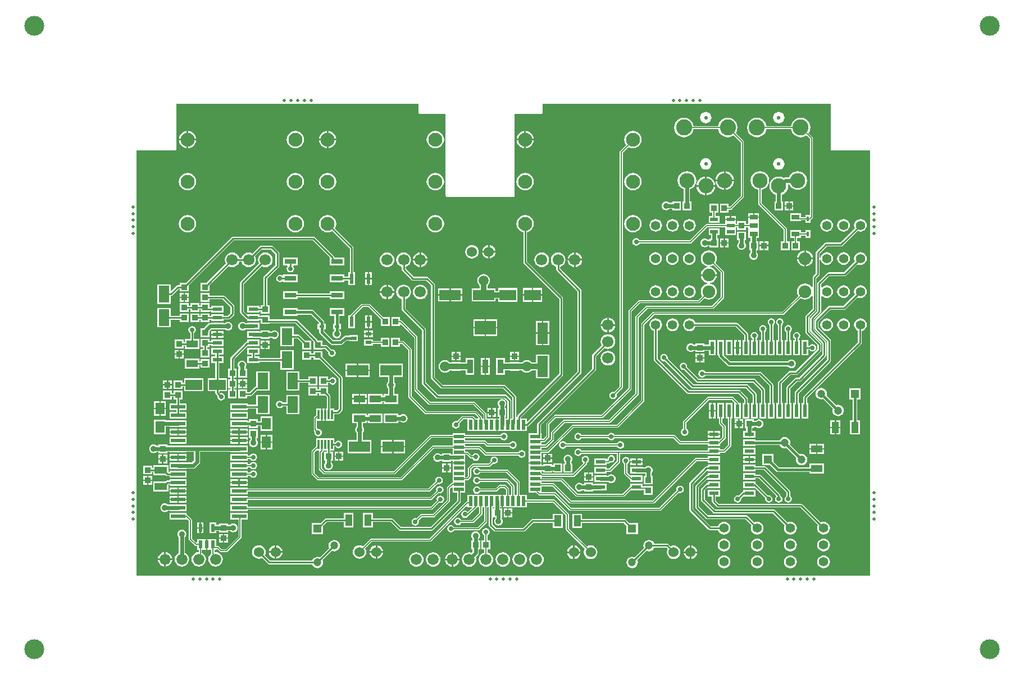
<source format=gtl>
G04*
G04 #@! TF.GenerationSoftware,Altium Limited,Altium Designer,20.1.11 (218)*
G04*
G04 Layer_Physical_Order=1*
G04 Layer_Color=255*
%FSLAX25Y25*%
%MOIN*%
G70*
G04*
G04 #@! TF.SameCoordinates,94F8EA6A-D3DE-4CB1-8755-D4D4D92DF36F*
G04*
G04*
G04 #@! TF.FilePolarity,Positive*
G04*
G01*
G75*
%ADD10C,0.11811*%
%ADD11R,0.01181X0.05709*%
%ADD12R,0.07480X0.04331*%
%ADD13R,0.02362X0.05906*%
%ADD14R,0.05906X0.02362*%
%ADD15R,0.03622X0.03858*%
%ADD16R,0.08661X0.02362*%
%ADD17R,0.02362X0.07480*%
%ADD18R,0.03543X0.03740*%
%ADD19R,0.03740X0.03543*%
%ADD20R,0.02362X0.04724*%
%ADD21R,0.09843X0.06496*%
%ADD22R,0.06299X0.12598*%
%ADD23R,0.12598X0.06299*%
%ADD24R,0.03543X0.08465*%
%ADD25R,0.12598X0.08465*%
%ADD26R,0.07087X0.03150*%
%ADD27R,0.04331X0.06890*%
%ADD28R,0.05709X0.02362*%
%ADD29R,0.02362X0.06299*%
%ADD30R,0.03543X0.02165*%
%ADD31R,0.06890X0.04331*%
%ADD32R,0.04724X0.02362*%
%ADD33R,0.01575X0.03150*%
%ADD34R,0.04724X0.03150*%
%ADD35R,0.06299X0.09843*%
%ADD36R,0.03150X0.01575*%
%ADD37R,0.05315X0.07087*%
%ADD38R,0.09843X0.06299*%
%ADD39C,0.00598*%
%ADD40C,0.01000*%
%ADD41C,0.02402*%
%ADD42C,0.03201*%
%ADD43C,0.01598*%
%ADD44C,0.02400*%
%ADD45C,0.01626*%
%ADD46C,0.03200*%
%ADD47C,0.01600*%
%ADD48C,0.02366*%
%ADD49C,0.02000*%
%ADD50C,0.01968*%
%ADD51C,0.05512*%
%ADD52C,0.06693*%
%ADD53C,0.06600*%
%ADD54C,0.06000*%
%ADD55R,0.04724X0.04724*%
%ADD56C,0.04724*%
%ADD57R,0.04724X0.04724*%
%ADD58C,0.08268*%
%ADD59C,0.08996*%
%ADD60C,0.09524*%
%ADD61C,0.02165*%
%ADD62C,0.07480*%
%ADD63C,0.02756*%
%ADD64C,0.03543*%
%ADD65C,0.05906*%
G36*
X484277Y308795D02*
X484339Y308485D01*
X484515Y308222D01*
X484778Y308046D01*
X485088Y307984D01*
X507899D01*
X507899Y55275D01*
X72513D01*
X72513Y307984D01*
X95324D01*
X95635Y308046D01*
X95898Y308222D01*
X96074Y308485D01*
X96135Y308795D01*
Y335543D01*
X239797D01*
Y330449D01*
X239858Y330142D01*
X240032Y329881D01*
X240293Y329707D01*
X240600Y329646D01*
X255931D01*
Y281236D01*
X255993Y280926D01*
X256168Y280663D01*
X256431Y280487D01*
X256742Y280425D01*
X296077D01*
X296388Y280487D01*
X296651Y280663D01*
X296827Y280926D01*
X296888Y281236D01*
Y329646D01*
X312647D01*
X312954Y329707D01*
X313215Y329881D01*
X313389Y330142D01*
X313450Y330449D01*
Y335543D01*
X484277D01*
Y308795D01*
D02*
G37*
%LPC*%
G36*
X453592Y330887D02*
X452714Y330772D01*
X451896Y330433D01*
X451194Y329894D01*
X450655Y329192D01*
X450316Y328374D01*
X450201Y327496D01*
X450316Y326618D01*
X450655Y325800D01*
X451194Y325098D01*
X451896Y324559D01*
X452714Y324220D01*
X453592Y324105D01*
X454470Y324220D01*
X455288Y324559D01*
X455990Y325098D01*
X456529Y325800D01*
X456868Y326618D01*
X456983Y327496D01*
X456868Y328374D01*
X456529Y329192D01*
X455990Y329894D01*
X455288Y330433D01*
X454470Y330772D01*
X453592Y330887D01*
D02*
G37*
G36*
X410285D02*
X409407Y330772D01*
X408589Y330433D01*
X407887Y329894D01*
X407348Y329192D01*
X407009Y328374D01*
X406894Y327496D01*
X407009Y326618D01*
X407348Y325800D01*
X407887Y325098D01*
X408589Y324559D01*
X409407Y324220D01*
X410285Y324105D01*
X411163Y324220D01*
X411981Y324559D01*
X412683Y325098D01*
X413222Y325800D01*
X413561Y326618D01*
X413676Y327496D01*
X413561Y328374D01*
X413222Y329192D01*
X412683Y329894D01*
X411981Y330433D01*
X411163Y330772D01*
X410285Y330887D01*
D02*
G37*
G36*
X466584Y327402D02*
X465080Y327204D01*
X463679Y326624D01*
X462475Y325700D01*
X461551Y324496D01*
X460971Y323095D01*
X460893Y322506D01*
X446291D01*
X446213Y323095D01*
X445633Y324496D01*
X444709Y325700D01*
X443506Y326624D01*
X442104Y327204D01*
X440600Y327402D01*
X439096Y327204D01*
X437694Y326624D01*
X436491Y325700D01*
X435567Y324496D01*
X434986Y323095D01*
X434789Y321591D01*
X434986Y320087D01*
X435567Y318685D01*
X436491Y317481D01*
X437694Y316558D01*
X439096Y315977D01*
X440600Y315779D01*
X442104Y315977D01*
X443506Y316558D01*
X444709Y317481D01*
X445633Y318685D01*
X446213Y320087D01*
X446291Y320675D01*
X460893D01*
X460971Y320087D01*
X461551Y318685D01*
X462475Y317481D01*
X463679Y316558D01*
X465080Y315977D01*
X466584Y315779D01*
X468088Y315977D01*
X469490Y316558D01*
X469961Y316919D01*
X472067Y314814D01*
Y269732D01*
X469328D01*
Y268427D01*
X466694D01*
Y270697D01*
X460372D01*
Y265949D01*
X466694D01*
Y266597D01*
X469328D01*
Y264984D01*
X472502D01*
Y266647D01*
X472600Y266666D01*
X472897Y266865D01*
X473629Y267597D01*
X473629Y267597D01*
X473827Y267894D01*
X473897Y268244D01*
X473897Y268244D01*
Y315193D01*
X473897Y315193D01*
X473827Y315543D01*
X473629Y315840D01*
X473629Y315840D01*
X471256Y318214D01*
X471617Y318685D01*
X472198Y320087D01*
X472396Y321591D01*
X472198Y323095D01*
X471617Y324496D01*
X470694Y325700D01*
X469490Y326624D01*
X468088Y327204D01*
X466584Y327402D01*
D02*
G37*
G36*
X423277D02*
X421773Y327204D01*
X420371Y326624D01*
X419168Y325700D01*
X418244Y324496D01*
X417664Y323095D01*
X417586Y322506D01*
X402984D01*
X402906Y323095D01*
X402326Y324496D01*
X401402Y325700D01*
X400199Y326624D01*
X398797Y327204D01*
X397293Y327402D01*
X395789Y327204D01*
X394387Y326624D01*
X393183Y325700D01*
X392260Y324496D01*
X391679Y323095D01*
X391481Y321591D01*
X391679Y320087D01*
X392260Y318685D01*
X393183Y317481D01*
X394387Y316558D01*
X395789Y315977D01*
X397293Y315779D01*
X398797Y315977D01*
X400199Y316558D01*
X401402Y317481D01*
X402326Y318685D01*
X402906Y320087D01*
X402984Y320675D01*
X417586D01*
X417664Y320087D01*
X418244Y318685D01*
X419168Y317481D01*
X420371Y316558D01*
X421773Y315977D01*
X423277Y315779D01*
X424781Y315977D01*
X426183Y316558D01*
X426654Y316919D01*
X431023Y312550D01*
Y280926D01*
X424670Y274573D01*
X423781D01*
Y276327D01*
X418639D01*
Y270988D01*
X423781D01*
Y272742D01*
X425049D01*
X425049Y272742D01*
X425399Y272812D01*
X425696Y273010D01*
X432586Y279900D01*
X432586Y279900D01*
X432784Y280197D01*
X432854Y280547D01*
X432854Y280547D01*
Y312929D01*
X432784Y313279D01*
X432586Y313576D01*
X432586Y313576D01*
X427949Y318214D01*
X428310Y318685D01*
X428891Y320087D01*
X429089Y321591D01*
X428891Y323095D01*
X428310Y324496D01*
X427387Y325700D01*
X426183Y326624D01*
X424781Y327204D01*
X423277Y327402D01*
D02*
G37*
G36*
X186376Y319616D02*
Y315004D01*
X190988D01*
X190877Y315844D01*
X190360Y317093D01*
X189537Y318166D01*
X188465Y318988D01*
X187216Y319506D01*
X186376Y319616D01*
D02*
G37*
G36*
X185376D02*
X184535Y319506D01*
X183286Y318988D01*
X182214Y318166D01*
X181391Y317093D01*
X180874Y315844D01*
X180763Y315004D01*
X185376D01*
Y319616D01*
D02*
G37*
G36*
X103245D02*
Y315004D01*
X107858D01*
X107747Y315844D01*
X107230Y317093D01*
X106407Y318166D01*
X105335Y318988D01*
X104086Y319506D01*
X103245Y319616D01*
D02*
G37*
G36*
X102245D02*
X101405Y319506D01*
X100156Y318988D01*
X99084Y318166D01*
X98261Y317093D01*
X97744Y315844D01*
X97633Y315004D01*
X102245D01*
Y319616D01*
D02*
G37*
G36*
X303580D02*
Y315004D01*
X308192D01*
X308082Y315844D01*
X307564Y317093D01*
X306741Y318166D01*
X305669Y318988D01*
X304420Y319506D01*
X303580Y319616D01*
D02*
G37*
G36*
X302580Y319617D02*
X301740Y319506D01*
X300491Y318988D01*
X299418Y318166D01*
X298595Y317093D01*
X298078Y315844D01*
X297968Y315004D01*
X302580D01*
Y319617D01*
D02*
G37*
G36*
X308192Y314004D02*
X303580D01*
Y309391D01*
X304420Y309502D01*
X305669Y310019D01*
X306741Y310842D01*
X307564Y311915D01*
X308082Y313164D01*
X308192Y314004D01*
D02*
G37*
G36*
X107858Y314004D02*
X103245D01*
Y309391D01*
X104086Y309502D01*
X105335Y310019D01*
X106407Y310842D01*
X107230Y311915D01*
X107747Y313164D01*
X107858Y314004D01*
D02*
G37*
G36*
X185376Y314004D02*
X180763D01*
X180874Y313164D01*
X181391Y311915D01*
X182214Y310842D01*
X183286Y310019D01*
X184535Y309502D01*
X185376Y309391D01*
Y314004D01*
D02*
G37*
G36*
X190988D02*
X186376D01*
Y309391D01*
X187216Y309502D01*
X188465Y310019D01*
X189537Y310842D01*
X190360Y311915D01*
X190877Y313164D01*
X190988Y314004D01*
D02*
G37*
G36*
X102245Y314004D02*
X97633D01*
X97744Y313164D01*
X98261Y311915D01*
X99084Y310842D01*
X100156Y310019D01*
X101405Y309502D01*
X102245Y309391D01*
Y314004D01*
D02*
G37*
G36*
X302580Y314004D02*
X297968D01*
X298078Y313164D01*
X298595Y311915D01*
X299418Y310842D01*
X300491Y310019D01*
X301740Y309502D01*
X302580Y309391D01*
Y314004D01*
D02*
G37*
G36*
X366978Y319682D02*
X365638Y319506D01*
X364389Y318988D01*
X363316Y318166D01*
X362493Y317093D01*
X361976Y315844D01*
X361800Y314504D01*
X361976Y313164D01*
X362493Y311915D01*
X362968Y311296D01*
X359441Y307769D01*
X359243Y307472D01*
X359173Y307122D01*
X359173Y307122D01*
Y167639D01*
X356037Y164503D01*
X355265Y164657D01*
X354416Y164488D01*
X353696Y164007D01*
X353215Y163286D01*
X353046Y162437D01*
X353215Y161588D01*
X353696Y160867D01*
X354416Y160386D01*
X355265Y160217D01*
X356115Y160386D01*
X356835Y160867D01*
X357316Y161588D01*
X357485Y162437D01*
X357332Y163209D01*
X360735Y166613D01*
X360735Y166613D01*
X360934Y166910D01*
X361003Y167260D01*
X361003Y167260D01*
Y306743D01*
X364327Y310067D01*
X364389Y310019D01*
X365638Y309502D01*
X366978Y309326D01*
X368318Y309502D01*
X369567Y310019D01*
X370639Y310842D01*
X371462Y311915D01*
X371980Y313164D01*
X372156Y314504D01*
X371980Y315844D01*
X371462Y317093D01*
X370639Y318166D01*
X369567Y318988D01*
X368318Y319506D01*
X366978Y319682D01*
D02*
G37*
G36*
X249774D02*
X248433Y319506D01*
X247184Y318988D01*
X246112Y318166D01*
X245289Y317093D01*
X244772Y315844D01*
X244595Y314504D01*
X244772Y313164D01*
X245289Y311915D01*
X246112Y310842D01*
X247184Y310019D01*
X248433Y309502D01*
X249774Y309326D01*
X251114Y309502D01*
X252363Y310019D01*
X253435Y310842D01*
X254258Y311915D01*
X254775Y313164D01*
X254952Y314504D01*
X254775Y315844D01*
X254258Y317093D01*
X253435Y318166D01*
X252363Y318988D01*
X251114Y319506D01*
X249774Y319682D01*
D02*
G37*
G36*
X166644D02*
X165303Y319506D01*
X164054Y318988D01*
X162982Y318166D01*
X162159Y317093D01*
X161642Y315844D01*
X161465Y314504D01*
X161642Y313164D01*
X162159Y311915D01*
X162982Y310842D01*
X164054Y310019D01*
X165303Y309502D01*
X166644Y309326D01*
X167984Y309502D01*
X169233Y310019D01*
X170305Y310842D01*
X171128Y311915D01*
X171645Y313164D01*
X171822Y314504D01*
X171645Y315844D01*
X171128Y317093D01*
X170305Y318166D01*
X169233Y318988D01*
X167984Y319506D01*
X166644Y319682D01*
D02*
G37*
G36*
X453592Y303328D02*
X452714Y303213D01*
X451896Y302874D01*
X451194Y302335D01*
X450655Y301633D01*
X450316Y300815D01*
X450201Y299937D01*
X450316Y299059D01*
X450655Y298241D01*
X451194Y297539D01*
X451896Y297000D01*
X452714Y296661D01*
X453592Y296546D01*
X454470Y296661D01*
X455288Y297000D01*
X455990Y297539D01*
X456529Y298241D01*
X456868Y299059D01*
X456983Y299937D01*
X456868Y300815D01*
X456529Y301633D01*
X455990Y302335D01*
X455288Y302874D01*
X454470Y303213D01*
X453592Y303328D01*
D02*
G37*
G36*
X410285D02*
X409407Y303213D01*
X408589Y302874D01*
X407887Y302335D01*
X407348Y301633D01*
X407009Y300815D01*
X406894Y299937D01*
X407009Y299059D01*
X407348Y298241D01*
X407887Y297539D01*
X408589Y297000D01*
X409407Y296661D01*
X410285Y296546D01*
X411163Y296661D01*
X411981Y297000D01*
X412683Y297539D01*
X413222Y298241D01*
X413561Y299059D01*
X413676Y299937D01*
X413561Y300815D01*
X413222Y301633D01*
X412683Y302335D01*
X411981Y302874D01*
X411163Y303213D01*
X410285Y303328D01*
D02*
G37*
G36*
X464813Y295640D02*
X463377Y295451D01*
X462040Y294897D01*
X460891Y294016D01*
X460010Y292867D01*
X459621Y291929D01*
X457577D01*
X456875Y291789D01*
X456573Y291587D01*
X456365Y291747D01*
X455027Y292301D01*
X453592Y292490D01*
X452157Y292301D01*
X450819Y291747D01*
X449671Y290866D01*
X448790Y289718D01*
X448236Y288380D01*
X448047Y286945D01*
X448236Y285510D01*
X448790Y284172D01*
X449671Y283024D01*
X450819Y282142D01*
X451758Y281754D01*
Y277705D01*
X451021D01*
Y272366D01*
X456163D01*
Y277705D01*
X455427D01*
Y281754D01*
X456365Y282142D01*
X457513Y283024D01*
X458395Y284172D01*
X458949Y285510D01*
X459138Y286945D01*
X459053Y287587D01*
X459471Y288016D01*
X459737Y287981D01*
X460010Y287322D01*
X460891Y286173D01*
X462040Y285292D01*
X463377Y284738D01*
X464813Y284549D01*
X466248Y284738D01*
X467585Y285292D01*
X468734Y286173D01*
X469615Y287322D01*
X470169Y288659D01*
X470358Y290094D01*
X470169Y291530D01*
X469615Y292867D01*
X468734Y294016D01*
X467585Y294897D01*
X466248Y295451D01*
X464813Y295640D01*
D02*
G37*
G36*
X422006Y295574D02*
Y290595D01*
X426985D01*
X426862Y291530D01*
X426308Y292867D01*
X425427Y294016D01*
X424278Y294897D01*
X422941Y295451D01*
X422006Y295574D01*
D02*
G37*
G36*
X421005D02*
X420070Y295451D01*
X418733Y294897D01*
X417584Y294016D01*
X416703Y292867D01*
X416149Y291530D01*
X416026Y290595D01*
X421005D01*
Y295574D01*
D02*
G37*
G36*
X410785Y292425D02*
Y287445D01*
X415765D01*
X415641Y288380D01*
X415088Y289718D01*
X414206Y290866D01*
X413058Y291747D01*
X411720Y292301D01*
X410785Y292425D01*
D02*
G37*
G36*
X409785D02*
X408850Y292301D01*
X407512Y291747D01*
X406364Y290866D01*
X405482Y289718D01*
X404928Y288380D01*
X404805Y287445D01*
X409785D01*
Y292425D01*
D02*
G37*
G36*
X426985Y289595D02*
X422006D01*
Y284615D01*
X422941Y284738D01*
X424278Y285292D01*
X425427Y286173D01*
X426308Y287322D01*
X426862Y288659D01*
X426985Y289595D01*
D02*
G37*
G36*
X421005D02*
X416026D01*
X416149Y288659D01*
X416703Y287322D01*
X417584Y286173D01*
X418733Y285292D01*
X420070Y284738D01*
X421005Y284615D01*
Y289595D01*
D02*
G37*
G36*
X366978Y294682D02*
X365638Y294506D01*
X364389Y293988D01*
X363316Y293166D01*
X362493Y292093D01*
X361976Y290844D01*
X361800Y289504D01*
X361976Y288164D01*
X362493Y286915D01*
X363316Y285842D01*
X364389Y285019D01*
X365638Y284502D01*
X366978Y284326D01*
X368318Y284502D01*
X369567Y285019D01*
X370639Y285842D01*
X371462Y286915D01*
X371980Y288164D01*
X372156Y289504D01*
X371980Y290844D01*
X371462Y292093D01*
X370639Y293166D01*
X369567Y293988D01*
X368318Y294506D01*
X366978Y294682D01*
D02*
G37*
G36*
X303080D02*
X301740Y294506D01*
X300491Y293988D01*
X299418Y293166D01*
X298595Y292093D01*
X298078Y290844D01*
X297902Y289504D01*
X298078Y288164D01*
X298595Y286915D01*
X299418Y285842D01*
X300491Y285019D01*
X301740Y284502D01*
X303080Y284326D01*
X304420Y284502D01*
X305669Y285019D01*
X306741Y285842D01*
X307564Y286915D01*
X308082Y288164D01*
X308258Y289504D01*
X308082Y290844D01*
X307564Y292093D01*
X306741Y293166D01*
X305669Y293988D01*
X304420Y294506D01*
X303080Y294682D01*
D02*
G37*
G36*
X249774D02*
X248433Y294506D01*
X247184Y293988D01*
X246112Y293166D01*
X245289Y292093D01*
X244772Y290844D01*
X244595Y289504D01*
X244772Y288164D01*
X245289Y286915D01*
X246112Y285842D01*
X247184Y285019D01*
X248433Y284502D01*
X249774Y284326D01*
X251114Y284502D01*
X252363Y285019D01*
X253435Y285842D01*
X254258Y286915D01*
X254775Y288164D01*
X254952Y289504D01*
X254775Y290844D01*
X254258Y292093D01*
X253435Y293166D01*
X252363Y293988D01*
X251114Y294506D01*
X249774Y294682D01*
D02*
G37*
G36*
X185876D02*
X184535Y294506D01*
X183286Y293988D01*
X182214Y293166D01*
X181391Y292093D01*
X180874Y290844D01*
X180697Y289504D01*
X180874Y288164D01*
X181391Y286915D01*
X182214Y285842D01*
X183286Y285019D01*
X184535Y284502D01*
X185876Y284326D01*
X187216Y284502D01*
X188465Y285019D01*
X189537Y285842D01*
X190360Y286915D01*
X190877Y288164D01*
X191054Y289504D01*
X190877Y290844D01*
X190360Y292093D01*
X189537Y293166D01*
X188465Y293988D01*
X187216Y294506D01*
X185876Y294682D01*
D02*
G37*
G36*
X166644D02*
X165303Y294506D01*
X164054Y293988D01*
X162982Y293166D01*
X162159Y292093D01*
X161642Y290844D01*
X161465Y289504D01*
X161642Y288164D01*
X162159Y286915D01*
X162982Y285842D01*
X164054Y285019D01*
X165303Y284502D01*
X166644Y284326D01*
X167984Y284502D01*
X169233Y285019D01*
X170305Y285842D01*
X171128Y286915D01*
X171645Y288164D01*
X171822Y289504D01*
X171645Y290844D01*
X171128Y292093D01*
X170305Y293166D01*
X169233Y293988D01*
X167984Y294506D01*
X166644Y294682D01*
D02*
G37*
G36*
X102745D02*
X101405Y294506D01*
X100156Y293988D01*
X99084Y293166D01*
X98261Y292093D01*
X97744Y290844D01*
X97567Y289504D01*
X97744Y288164D01*
X98261Y286915D01*
X99084Y285842D01*
X100156Y285019D01*
X101405Y284502D01*
X102745Y284326D01*
X104086Y284502D01*
X105335Y285019D01*
X106407Y285842D01*
X107230Y286915D01*
X107747Y288164D01*
X107924Y289504D01*
X107747Y290844D01*
X107230Y292093D01*
X106407Y293166D01*
X105335Y293988D01*
X104086Y294506D01*
X102745Y294682D01*
D02*
G37*
G36*
X415765Y286445D02*
X410785D01*
Y281465D01*
X411720Y281588D01*
X413058Y282142D01*
X414206Y283024D01*
X415088Y284172D01*
X415641Y285510D01*
X415765Y286445D01*
D02*
G37*
G36*
X409785D02*
X404805D01*
X404928Y285510D01*
X405482Y284172D01*
X406364Y283024D01*
X407512Y282142D01*
X408850Y281588D01*
X409785Y281465D01*
Y286445D01*
D02*
G37*
G36*
X395533Y277705D02*
X390391D01*
Y276870D01*
X388495D01*
X387960Y277281D01*
X387334Y277540D01*
X386663Y277628D01*
X385992Y277540D01*
X385366Y277281D01*
X384829Y276869D01*
X384417Y276332D01*
X384158Y275707D01*
X384070Y275036D01*
X384158Y274364D01*
X384417Y273739D01*
X384829Y273202D01*
X385366Y272790D01*
X385992Y272531D01*
X386663Y272442D01*
X387334Y272531D01*
X387960Y272790D01*
X388495Y273201D01*
X390391D01*
Y272366D01*
X395533D01*
Y277705D01*
D02*
G37*
G36*
X462265D02*
X460094D01*
Y275435D01*
X462265D01*
Y277705D01*
D02*
G37*
G36*
X459295D02*
X457124D01*
Y275435D01*
X459295D01*
Y277705D01*
D02*
G37*
G36*
X462265Y274636D02*
X460094D01*
Y272366D01*
X462265D01*
Y274636D01*
D02*
G37*
G36*
X459295D02*
X457124D01*
Y272366D01*
X459295D01*
Y274636D01*
D02*
G37*
G36*
X399065Y295640D02*
X397629Y295451D01*
X396292Y294897D01*
X395143Y294016D01*
X394262Y292867D01*
X393708Y291530D01*
X393519Y290094D01*
X393708Y288659D01*
X394262Y287322D01*
X395143Y286173D01*
X396292Y285292D01*
X397230Y284903D01*
Y277705D01*
X396494D01*
Y272366D01*
X401635D01*
Y277705D01*
X400899D01*
Y284903D01*
X401837Y285292D01*
X402986Y286173D01*
X403867Y287322D01*
X404421Y288659D01*
X404610Y290094D01*
X404421Y291530D01*
X403867Y292867D01*
X402986Y294016D01*
X401837Y294897D01*
X400500Y295451D01*
X399065Y295640D01*
D02*
G37*
G36*
X441891Y270697D02*
X439130D01*
Y268723D01*
X441891D01*
Y270697D01*
D02*
G37*
G36*
X438330D02*
X435569D01*
Y268723D01*
X438330D01*
Y270697D01*
D02*
G37*
G36*
X428112Y269043D02*
X425350D01*
Y267463D01*
X428112D01*
Y269043D01*
D02*
G37*
G36*
X424551D02*
X421789D01*
Y267463D01*
X424551D01*
Y269043D01*
D02*
G37*
G36*
X417679Y276327D02*
X412537D01*
Y270988D01*
X414193D01*
Y269043D01*
X411946D01*
Y265083D01*
X418269D01*
Y269043D01*
X416023D01*
Y270988D01*
X417679D01*
Y276327D01*
D02*
G37*
G36*
X441891Y267923D02*
X438730D01*
X435569D01*
Y266197D01*
X435569Y265823D01*
X435569Y265449D01*
Y264238D01*
X434254D01*
Y265894D01*
X428915D01*
Y264238D01*
X428112D01*
Y266663D01*
X424951D01*
X421789D01*
Y264238D01*
X410876D01*
X410525Y264168D01*
X410228Y263970D01*
X410228Y263970D01*
X400851Y254592D01*
X370952D01*
X370515Y255246D01*
X369795Y255727D01*
X368946Y255896D01*
X368096Y255727D01*
X367376Y255246D01*
X366895Y254526D01*
X366726Y253677D01*
X366895Y252827D01*
X367376Y252107D01*
X368096Y251626D01*
X368946Y251457D01*
X369795Y251626D01*
X370515Y252107D01*
X370953Y252762D01*
X401230D01*
X401230Y252762D01*
X401580Y252832D01*
X401877Y253030D01*
X411255Y262408D01*
X421789D01*
Y257602D01*
X428112D01*
Y262408D01*
X428915D01*
Y260752D01*
X434254D01*
Y262408D01*
X435215D01*
X435569Y262054D01*
X435569Y260823D01*
X435569Y260449D01*
Y255949D01*
X436896D01*
Y254181D01*
X436159D01*
Y248843D01*
X436835D01*
Y247439D01*
X436424Y246903D01*
X436165Y246277D01*
X436077Y245606D01*
X436165Y244935D01*
X436424Y244310D01*
X436836Y243773D01*
X437373Y243361D01*
X437999Y243102D01*
X438670Y243013D01*
X439341Y243102D01*
X439966Y243361D01*
X440503Y243773D01*
X440915Y244310D01*
X441174Y244935D01*
X441263Y245606D01*
X441174Y246277D01*
X440915Y246903D01*
X440504Y247439D01*
Y248843D01*
X441301D01*
Y254181D01*
X440564D01*
Y255949D01*
X441891D01*
Y260449D01*
X441891Y260823D01*
X441891Y261197D01*
Y265449D01*
X441891Y265823D01*
X441891Y266197D01*
Y267923D01*
D02*
G37*
G36*
X400600Y267308D02*
X399620Y267179D01*
X398706Y266800D01*
X397921Y266198D01*
X397319Y265414D01*
X396941Y264500D01*
X396812Y263520D01*
X396941Y262539D01*
X397319Y261626D01*
X397921Y260841D01*
X398706Y260239D01*
X399620Y259860D01*
X400600Y259731D01*
X401580Y259860D01*
X402494Y260239D01*
X403279Y260841D01*
X403881Y261626D01*
X404259Y262539D01*
X404388Y263520D01*
X404259Y264500D01*
X403881Y265414D01*
X403279Y266198D01*
X402494Y266800D01*
X401580Y267179D01*
X400600Y267308D01*
D02*
G37*
G36*
X390600D02*
X389619Y267179D01*
X388706Y266800D01*
X387921Y266198D01*
X387319Y265414D01*
X386941Y264500D01*
X386812Y263520D01*
X386941Y262539D01*
X387319Y261626D01*
X387921Y260841D01*
X388706Y260239D01*
X389619Y259860D01*
X390600Y259731D01*
X391581Y259860D01*
X392494Y260239D01*
X393279Y260841D01*
X393881Y261626D01*
X394259Y262539D01*
X394388Y263520D01*
X394259Y264500D01*
X393881Y265414D01*
X393279Y266198D01*
X392494Y266800D01*
X391581Y267179D01*
X390600Y267308D01*
D02*
G37*
G36*
X380600D02*
X379620Y267179D01*
X378706Y266800D01*
X377921Y266198D01*
X377319Y265414D01*
X376941Y264500D01*
X376812Y263520D01*
X376941Y262539D01*
X377319Y261626D01*
X377921Y260841D01*
X378706Y260239D01*
X379620Y259860D01*
X380600Y259731D01*
X381580Y259860D01*
X382494Y260239D01*
X383279Y260841D01*
X383881Y261626D01*
X384259Y262539D01*
X384388Y263520D01*
X384259Y264500D01*
X383881Y265414D01*
X383279Y266198D01*
X382494Y266800D01*
X381580Y267179D01*
X380600Y267308D01*
D02*
G37*
G36*
X501978Y267308D02*
X500997Y267179D01*
X500084Y266800D01*
X499299Y266198D01*
X498697Y265414D01*
X498319Y264500D01*
X498190Y263520D01*
X498319Y262539D01*
X498639Y261765D01*
X490097Y253222D01*
X481545D01*
X481116Y253137D01*
X480753Y252894D01*
X475832Y247973D01*
X475589Y247610D01*
X475504Y247181D01*
Y234948D01*
X473962Y233406D01*
X473719Y233043D01*
X473634Y232614D01*
Y226906D01*
X473134Y226736D01*
X472524Y227530D01*
X471534Y228290D01*
X470381Y228768D01*
X469143Y228931D01*
X467906Y228768D01*
X466753Y228290D01*
X465763Y227530D01*
X465003Y226540D01*
X464525Y225387D01*
X464362Y224150D01*
X464525Y222912D01*
X465003Y221759D01*
X465201Y221501D01*
X455836Y212136D01*
X379542D01*
X379542Y212136D01*
X379191Y212067D01*
X378894Y211868D01*
X372236Y205210D01*
X372038Y204913D01*
X371968Y204563D01*
X371968Y204563D01*
Y159704D01*
X357309Y145045D01*
X331386D01*
X331035Y144975D01*
X330739Y144777D01*
X330739Y144777D01*
X316144Y130183D01*
X312757D01*
Y131502D01*
X315501D01*
X315501Y131502D01*
X315852Y131572D01*
X316149Y131770D01*
X319987Y135609D01*
X320186Y135906D01*
X320255Y136256D01*
X320255Y136256D01*
Y139814D01*
X326609Y146168D01*
X353198D01*
X353198Y146168D01*
X353549Y146237D01*
X353846Y146435D01*
X370086Y162676D01*
X370086Y162676D01*
X370284Y162973D01*
X370354Y163323D01*
Y208613D01*
X375625Y213884D01*
X414320D01*
X414321Y213884D01*
X414671Y213954D01*
X414968Y214152D01*
X420775Y219959D01*
X420775Y219959D01*
X420973Y220256D01*
X421043Y220606D01*
X421043Y220606D01*
Y235764D01*
X420973Y236114D01*
X420775Y236411D01*
X420775Y236411D01*
X415999Y241186D01*
X416197Y241444D01*
X416675Y242597D01*
X416838Y243835D01*
X416675Y245072D01*
X416197Y246225D01*
X415437Y247215D01*
X414447Y247975D01*
X413294Y248453D01*
X412057Y248616D01*
X410819Y248453D01*
X409666Y247975D01*
X408676Y247215D01*
X407916Y246225D01*
X407439Y245072D01*
X407276Y243835D01*
X407439Y242597D01*
X407916Y241444D01*
X408676Y240454D01*
X409666Y239694D01*
X410819Y239216D01*
X411206Y239166D01*
Y238661D01*
X410819Y238610D01*
X409666Y238133D01*
X408676Y237373D01*
X407916Y236383D01*
X407439Y235230D01*
X407341Y234492D01*
X412057D01*
X416772D01*
X416675Y235230D01*
X416197Y236383D01*
X415437Y237373D01*
X414447Y238133D01*
X413294Y238610D01*
X412907Y238661D01*
Y239166D01*
X413294Y239216D01*
X414447Y239694D01*
X414705Y239892D01*
X419212Y235385D01*
Y220985D01*
X413941Y215715D01*
X375246D01*
X375246Y215715D01*
X374895Y215645D01*
X374599Y215446D01*
X374599Y215446D01*
X368791Y209639D01*
X368593Y209342D01*
X368523Y208992D01*
X368523Y208992D01*
Y163702D01*
X352819Y147998D01*
X326230D01*
X326230Y147998D01*
X325880Y147928D01*
X325583Y147730D01*
X325583Y147730D01*
X318693Y140840D01*
X318495Y140543D01*
X318425Y140193D01*
X318425Y140193D01*
Y136635D01*
X315122Y133333D01*
X312757D01*
Y134712D01*
X314283D01*
X314283Y134712D01*
X314633Y134782D01*
X314930Y134980D01*
X317231Y137282D01*
X317231Y137282D01*
X317430Y137579D01*
X317499Y137929D01*
X317499Y137929D01*
Y145326D01*
X321294Y149120D01*
X348868D01*
X348868Y149120D01*
X349218Y149190D01*
X349515Y149388D01*
X365952Y165825D01*
X365952Y165825D01*
X366150Y166122D01*
X366220Y166472D01*
Y212255D01*
X371196Y217231D01*
X406053D01*
X406053Y217231D01*
X406403Y217300D01*
X406700Y217498D01*
X409408Y220207D01*
X409666Y220009D01*
X410819Y219531D01*
X412057Y219369D01*
X413294Y219531D01*
X414447Y220009D01*
X415437Y220769D01*
X416197Y221759D01*
X416675Y222912D01*
X416838Y224150D01*
X416675Y225387D01*
X416197Y226540D01*
X415437Y227530D01*
X414447Y228290D01*
X413294Y228768D01*
X412907Y228819D01*
Y229323D01*
X413294Y229374D01*
X414447Y229852D01*
X415437Y230611D01*
X416197Y231602D01*
X416675Y232755D01*
X416772Y233492D01*
X412057D01*
X407341D01*
X407439Y232755D01*
X407916Y231602D01*
X408676Y230611D01*
X409666Y229852D01*
X410819Y229374D01*
X411206Y229323D01*
Y228819D01*
X410819Y228768D01*
X409666Y228290D01*
X408676Y227530D01*
X407916Y226540D01*
X407439Y225387D01*
X407276Y224150D01*
X407439Y222912D01*
X407916Y221759D01*
X408114Y221501D01*
X405674Y219061D01*
X370817D01*
X370816Y219061D01*
X370466Y218991D01*
X370169Y218793D01*
X370169Y218793D01*
X364657Y213281D01*
X364459Y212984D01*
X364389Y212634D01*
X364389Y212634D01*
Y166852D01*
X348489Y150951D01*
X320915D01*
X320915Y150951D01*
X320565Y150881D01*
X320268Y150683D01*
X320268Y150683D01*
X315937Y146352D01*
X315739Y146055D01*
X315669Y145705D01*
X315669Y145705D01*
Y138308D01*
X313904Y136543D01*
X312757D01*
Y140106D01*
X312389D01*
Y144887D01*
X344738Y177236D01*
X344981Y177599D01*
X345066Y178028D01*
Y185694D01*
X350010Y190638D01*
X350022Y190629D01*
X351080Y190191D01*
X352214Y190041D01*
X353349Y190191D01*
X354406Y190629D01*
X355314Y191325D01*
X356011Y192233D01*
X356449Y193291D01*
X356598Y194425D01*
X356449Y195560D01*
X356011Y196617D01*
X355314Y197525D01*
X354406Y198222D01*
X353349Y198660D01*
X352214Y198809D01*
X351080Y198660D01*
X350022Y198222D01*
X349114Y197525D01*
X348417Y196617D01*
X347980Y195560D01*
X347830Y194425D01*
X347980Y193291D01*
X348417Y192233D01*
X348427Y192221D01*
X343155Y186950D01*
X342912Y186586D01*
X342827Y186158D01*
Y178491D01*
X310477Y146142D01*
X310235Y145779D01*
X310149Y145350D01*
Y140106D01*
X305254D01*
Y136146D01*
Y132996D01*
Y129847D01*
Y126697D01*
Y123547D01*
Y122778D01*
X312757D01*
Y123547D01*
Y128352D01*
X316524D01*
X316524Y128352D01*
X316874Y128422D01*
X317171Y128621D01*
X331765Y143215D01*
X357688D01*
X357688Y143215D01*
X358038Y143284D01*
X358335Y143483D01*
X373531Y158678D01*
X373531Y158678D01*
X373729Y158975D01*
X373799Y159325D01*
X373799Y159325D01*
Y204184D01*
X379921Y210306D01*
X456215D01*
X456215Y210306D01*
X456565Y210376D01*
X456862Y210574D01*
X466495Y220207D01*
X466753Y220009D01*
X467906Y219531D01*
X469143Y219369D01*
X470381Y219531D01*
X471534Y220009D01*
X472524Y220769D01*
X473134Y221563D01*
X473634Y221394D01*
Y213984D01*
X469729Y210079D01*
X469487Y209716D01*
X469401Y209287D01*
Y200036D01*
X469487Y199607D01*
X469729Y199244D01*
X476586Y192386D01*
Y189869D01*
X463660Y176943D01*
X460088D01*
X459660Y176858D01*
X459296Y176615D01*
X453391Y170709D01*
X453148Y170346D01*
X453063Y169917D01*
Y157921D01*
X452202D01*
Y148843D01*
X456163D01*
Y157921D01*
X455303D01*
Y169454D01*
X460552Y174703D01*
X464124D01*
X464552Y174788D01*
X464916Y175031D01*
X478498Y188614D01*
X478741Y188977D01*
X478826Y189406D01*
Y192850D01*
X478741Y193279D01*
X478498Y193642D01*
X471641Y200499D01*
Y208823D01*
X475545Y212728D01*
X475788Y213091D01*
X475874Y213520D01*
Y232150D01*
X477416Y233692D01*
X477658Y234056D01*
X477743Y234484D01*
Y243392D01*
X478243Y243425D01*
X478319Y242854D01*
X478697Y241940D01*
X479299Y241156D01*
X480084Y240554D01*
X480998Y240176D01*
X481978Y240046D01*
X482958Y240176D01*
X483872Y240554D01*
X484657Y241156D01*
X485259Y241940D01*
X485637Y242854D01*
X485766Y243835D01*
X485637Y244815D01*
X485259Y245729D01*
X484657Y246513D01*
X483872Y247115D01*
X482958Y247494D01*
X481978Y247623D01*
X480998Y247494D01*
X480084Y247115D01*
X479299Y246513D01*
X478697Y245729D01*
X478319Y244815D01*
X478243Y244244D01*
X477743Y244277D01*
Y246717D01*
X482009Y250982D01*
X490561D01*
X490989Y251068D01*
X491353Y251310D01*
X500223Y260181D01*
X500997Y259860D01*
X501978Y259731D01*
X502958Y259860D01*
X503872Y260239D01*
X504657Y260841D01*
X505259Y261626D01*
X505637Y262539D01*
X505766Y263520D01*
X505637Y264500D01*
X505259Y265414D01*
X504657Y266198D01*
X503872Y266800D01*
X502958Y267179D01*
X501978Y267308D01*
D02*
G37*
G36*
X491978D02*
X490998Y267179D01*
X490084Y266800D01*
X489299Y266198D01*
X488697Y265414D01*
X488319Y264500D01*
X488190Y263520D01*
X488319Y262539D01*
X488697Y261626D01*
X489299Y260841D01*
X490084Y260239D01*
X490998Y259860D01*
X491978Y259731D01*
X492958Y259860D01*
X493872Y260239D01*
X494657Y260841D01*
X495259Y261626D01*
X495637Y262539D01*
X495766Y263520D01*
X495637Y264500D01*
X495259Y265414D01*
X494657Y266198D01*
X493872Y266800D01*
X492958Y267179D01*
X491978Y267308D01*
D02*
G37*
G36*
X481978D02*
X480998Y267179D01*
X480084Y266800D01*
X479299Y266198D01*
X478697Y265414D01*
X478319Y264500D01*
X478190Y263520D01*
X478319Y262539D01*
X478697Y261626D01*
X479299Y260841D01*
X480084Y260239D01*
X480998Y259860D01*
X481978Y259731D01*
X482958Y259860D01*
X483872Y260239D01*
X484657Y260841D01*
X485259Y261626D01*
X485637Y262539D01*
X485766Y263520D01*
X485637Y264500D01*
X485259Y265414D01*
X484657Y266198D01*
X483872Y266800D01*
X482958Y267179D01*
X481978Y267308D01*
D02*
G37*
G36*
X366978Y269682D02*
X365638Y269506D01*
X364389Y268988D01*
X363316Y268166D01*
X362493Y267093D01*
X361976Y265844D01*
X361800Y264504D01*
X361976Y263164D01*
X362493Y261915D01*
X363316Y260842D01*
X364389Y260019D01*
X365638Y259502D01*
X366978Y259326D01*
X368318Y259502D01*
X369567Y260019D01*
X370639Y260842D01*
X371462Y261915D01*
X371980Y263164D01*
X372156Y264504D01*
X371980Y265844D01*
X371462Y267093D01*
X370639Y268166D01*
X369567Y268988D01*
X368318Y269506D01*
X366978Y269682D01*
D02*
G37*
G36*
X249774D02*
X248433Y269506D01*
X247184Y268988D01*
X246112Y268166D01*
X245289Y267093D01*
X244772Y265844D01*
X244595Y264504D01*
X244772Y263164D01*
X245289Y261915D01*
X246112Y260842D01*
X247184Y260019D01*
X248433Y259502D01*
X249774Y259326D01*
X251114Y259502D01*
X252363Y260019D01*
X253435Y260842D01*
X254258Y261915D01*
X254775Y263164D01*
X254952Y264504D01*
X254775Y265844D01*
X254258Y267093D01*
X253435Y268166D01*
X252363Y268988D01*
X251114Y269506D01*
X249774Y269682D01*
D02*
G37*
G36*
X166644D02*
X165303Y269506D01*
X164054Y268988D01*
X162982Y268166D01*
X162159Y267093D01*
X161642Y265844D01*
X161465Y264504D01*
X161642Y263164D01*
X162159Y261915D01*
X162982Y260842D01*
X164054Y260019D01*
X165303Y259502D01*
X166644Y259326D01*
X167984Y259502D01*
X169233Y260019D01*
X170305Y260842D01*
X171128Y261915D01*
X171645Y263164D01*
X171822Y264504D01*
X171645Y265844D01*
X171128Y267093D01*
X170305Y268166D01*
X169233Y268988D01*
X167984Y269506D01*
X166644Y269682D01*
D02*
G37*
G36*
X102745D02*
X101405Y269506D01*
X100156Y268988D01*
X99084Y268166D01*
X98261Y267093D01*
X97744Y265844D01*
X97567Y264504D01*
X97744Y263164D01*
X98261Y261915D01*
X99084Y260842D01*
X100156Y260019D01*
X101405Y259502D01*
X102745Y259326D01*
X104086Y259502D01*
X105335Y260019D01*
X106407Y260842D01*
X107230Y261915D01*
X107747Y263164D01*
X107924Y264504D01*
X107747Y265844D01*
X107230Y267093D01*
X106407Y268166D01*
X105335Y268988D01*
X104086Y269506D01*
X102745Y269682D01*
D02*
G37*
G36*
X466694Y260697D02*
X460372D01*
Y255949D01*
X462618D01*
Y254181D01*
X460962D01*
Y248843D01*
X466104D01*
Y254181D01*
X464448D01*
Y255949D01*
X466694D01*
Y257388D01*
X469328D01*
Y255929D01*
X472502D01*
Y260677D01*
X469328D01*
Y259218D01*
X466694D01*
Y260697D01*
D02*
G37*
G36*
X418269Y261563D02*
X411946D01*
Y257602D01*
X413273D01*
Y255756D01*
X412537D01*
Y254921D01*
X411467D01*
X410931Y255332D01*
X410305Y255591D01*
X409634Y255680D01*
X408963Y255591D01*
X408338Y255332D01*
X407801Y254920D01*
X407389Y254383D01*
X407130Y253758D01*
X407041Y253087D01*
X407130Y252415D01*
X407389Y251790D01*
X407801Y251253D01*
X408338Y250841D01*
X408963Y250582D01*
X409634Y250494D01*
X410305Y250582D01*
X410931Y250841D01*
X411467Y251252D01*
X412537D01*
Y250417D01*
X417679D01*
Y255756D01*
X416942D01*
Y257602D01*
X418269D01*
Y261563D01*
D02*
G37*
G36*
X423781Y255756D02*
X421610D01*
Y253486D01*
X423781D01*
Y255756D01*
D02*
G37*
G36*
X420811D02*
X418639D01*
Y253486D01*
X420811D01*
Y255756D01*
D02*
G37*
G36*
X447403Y254181D02*
X445232D01*
Y251911D01*
X447403D01*
Y254181D01*
D02*
G37*
G36*
X444433D02*
X442261D01*
Y251911D01*
X444433D01*
Y254181D01*
D02*
G37*
G36*
X423781Y252687D02*
X421610D01*
Y250417D01*
X423781D01*
Y252687D01*
D02*
G37*
G36*
X420811D02*
X418639D01*
Y250417D01*
X420811D01*
Y252687D01*
D02*
G37*
G36*
X434254Y259791D02*
X428915D01*
Y254650D01*
X429690D01*
Y253344D01*
X429278Y252808D01*
X429019Y252183D01*
X428931Y251512D01*
X429019Y250841D01*
X429278Y250215D01*
X429690Y249678D01*
X430228Y249266D01*
X430853Y249007D01*
X431524Y248919D01*
X432195Y249007D01*
X432821Y249266D01*
X433357Y249678D01*
X433770Y250215D01*
X434029Y250841D01*
X434117Y251512D01*
X434029Y252183D01*
X433770Y252808D01*
X433358Y253344D01*
Y254650D01*
X434254D01*
Y259791D01*
D02*
G37*
G36*
X447403Y251112D02*
X445232D01*
Y248843D01*
X447403D01*
Y251112D01*
D02*
G37*
G36*
X444433D02*
X442261D01*
Y248843D01*
X444433D01*
Y251112D01*
D02*
G37*
G36*
X442372Y295640D02*
X440936Y295451D01*
X439599Y294897D01*
X438450Y294016D01*
X437569Y292867D01*
X437015Y291530D01*
X436826Y290094D01*
X437015Y288659D01*
X437569Y287322D01*
X438450Y286173D01*
X439599Y285292D01*
X440936Y284738D01*
X441456Y284669D01*
Y276410D01*
X441456Y276410D01*
X441526Y276059D01*
X441724Y275762D01*
X456516Y260971D01*
Y254181D01*
X454860D01*
Y248843D01*
X460002D01*
Y254181D01*
X458346D01*
Y261350D01*
X458346Y261350D01*
X458276Y261701D01*
X458078Y261998D01*
X458078Y261998D01*
X443287Y276789D01*
Y284669D01*
X443807Y284738D01*
X445144Y285292D01*
X446293Y286173D01*
X447174Y287322D01*
X447728Y288659D01*
X447917Y290094D01*
X447728Y291530D01*
X447174Y292867D01*
X446293Y294016D01*
X445144Y294897D01*
X443807Y295451D01*
X442372Y295640D01*
D02*
G37*
G36*
X282045Y251740D02*
Y248272D01*
X285513D01*
X285442Y248816D01*
X285039Y249789D01*
X284398Y250624D01*
X283562Y251266D01*
X282589Y251669D01*
X282045Y251740D01*
D02*
G37*
G36*
X281045Y251740D02*
X280501Y251669D01*
X279528Y251266D01*
X278692Y250624D01*
X278051Y249789D01*
X277648Y248816D01*
X277576Y248272D01*
X281045D01*
Y251740D01*
D02*
G37*
G36*
X469643Y248550D02*
Y244335D01*
X473858D01*
X473761Y245072D01*
X473284Y246225D01*
X472524Y247215D01*
X471534Y247975D01*
X470381Y248453D01*
X469643Y248550D01*
D02*
G37*
G36*
X468643Y248550D02*
X467906Y248453D01*
X466753Y247975D01*
X465763Y247215D01*
X465003Y246225D01*
X464525Y245072D01*
X464428Y244335D01*
X468643D01*
Y248550D01*
D02*
G37*
G36*
X281045Y247272D02*
X277576D01*
X277648Y246727D01*
X278051Y245754D01*
X278692Y244919D01*
X279528Y244278D01*
X280501Y243875D01*
X281045Y243803D01*
Y247272D01*
D02*
G37*
G36*
X285514D02*
X282045D01*
Y243803D01*
X282589Y243875D01*
X283562Y244278D01*
X284398Y244919D01*
X285039Y245754D01*
X285442Y246727D01*
X285514Y247272D01*
D02*
G37*
G36*
X271545Y251806D02*
X270501Y251669D01*
X269528Y251266D01*
X268692Y250624D01*
X268051Y249789D01*
X267648Y248816D01*
X267510Y247772D01*
X267648Y246727D01*
X268051Y245754D01*
X268692Y244919D01*
X269528Y244278D01*
X270501Y243875D01*
X271545Y243737D01*
X272589Y243875D01*
X273562Y244278D01*
X274398Y244919D01*
X275039Y245754D01*
X275442Y246727D01*
X275579Y247772D01*
X275442Y248816D01*
X275039Y249789D01*
X274398Y250624D01*
X273562Y251266D01*
X272589Y251669D01*
X271545Y251806D01*
D02*
G37*
G36*
X241297Y247365D02*
Y243547D01*
X245115D01*
X245031Y244182D01*
X244593Y245239D01*
X243897Y246147D01*
X242989Y246844D01*
X241932Y247282D01*
X241297Y247365D01*
D02*
G37*
G36*
X333029Y247365D02*
Y243547D01*
X336847D01*
X336764Y244182D01*
X336326Y245239D01*
X335629Y246147D01*
X334721Y246844D01*
X333664Y247282D01*
X333029Y247365D01*
D02*
G37*
G36*
X332029Y247365D02*
X331395Y247282D01*
X330337Y246844D01*
X329429Y246147D01*
X328732Y245239D01*
X328294Y244182D01*
X328211Y243547D01*
X332029D01*
Y247365D01*
D02*
G37*
G36*
X240297Y247365D02*
X239662Y247282D01*
X238605Y246844D01*
X237697Y246147D01*
X237000Y245239D01*
X236562Y244182D01*
X236479Y243547D01*
X240297D01*
Y247365D01*
D02*
G37*
G36*
X501978Y247623D02*
X500997Y247494D01*
X500084Y247115D01*
X499299Y246513D01*
X498697Y245729D01*
X498319Y244815D01*
X498190Y243835D01*
X498319Y242854D01*
X498639Y242080D01*
X492164Y235604D01*
X483120D01*
X482691Y235519D01*
X482328Y235276D01*
X476718Y229666D01*
X476475Y229303D01*
X476390Y228874D01*
Y212704D01*
X472485Y208800D01*
X472242Y208436D01*
X472157Y208008D01*
Y201217D01*
X472242Y200788D01*
X472485Y200425D01*
X479441Y193469D01*
Y186818D01*
X465530Y172907D01*
X463927D01*
X463498Y172822D01*
X463135Y172579D01*
X458391Y167835D01*
X458148Y167472D01*
X458063Y167043D01*
Y157921D01*
X457202D01*
Y148843D01*
X461163D01*
Y157921D01*
X460303D01*
Y166579D01*
X464391Y170668D01*
X465994D01*
X466422Y170753D01*
X466786Y170995D01*
X481353Y185562D01*
X481595Y185926D01*
X481681Y186354D01*
Y193933D01*
X481595Y194362D01*
X481353Y194725D01*
X474397Y201680D01*
Y207544D01*
X478301Y211448D01*
X478544Y211812D01*
X478629Y212240D01*
Y221522D01*
X479129Y221692D01*
X479299Y221471D01*
X480084Y220869D01*
X480997Y220490D01*
X481978Y220361D01*
X482958Y220490D01*
X483872Y220869D01*
X484657Y221471D01*
X485259Y222255D01*
X485637Y223169D01*
X485766Y224150D01*
X485637Y225130D01*
X485259Y226044D01*
X484657Y226828D01*
X483872Y227430D01*
X482958Y227809D01*
X481978Y227938D01*
X480997Y227809D01*
X480084Y227430D01*
X479299Y226828D01*
X479129Y226607D01*
X478629Y226777D01*
Y228410D01*
X483584Y233364D01*
X492627D01*
X493056Y233450D01*
X493420Y233692D01*
X500223Y240496D01*
X500997Y240176D01*
X501978Y240046D01*
X502958Y240176D01*
X503872Y240554D01*
X504657Y241156D01*
X505259Y241940D01*
X505637Y242854D01*
X505766Y243835D01*
X505637Y244815D01*
X505259Y245729D01*
X504657Y246513D01*
X503872Y247115D01*
X502958Y247494D01*
X501978Y247623D01*
D02*
G37*
G36*
X491978D02*
X490998Y247494D01*
X490084Y247115D01*
X489299Y246513D01*
X488697Y245729D01*
X488319Y244815D01*
X488190Y243835D01*
X488319Y242854D01*
X488697Y241940D01*
X489299Y241156D01*
X490084Y240554D01*
X490998Y240176D01*
X491978Y240046D01*
X492958Y240176D01*
X493872Y240554D01*
X494657Y241156D01*
X495259Y241940D01*
X495637Y242854D01*
X495766Y243835D01*
X495637Y244815D01*
X495259Y245729D01*
X494657Y246513D01*
X493872Y247115D01*
X492958Y247494D01*
X491978Y247623D01*
D02*
G37*
G36*
X400443Y247623D02*
X399462Y247494D01*
X398548Y247115D01*
X397764Y246513D01*
X397162Y245729D01*
X396783Y244815D01*
X396654Y243835D01*
X396783Y242854D01*
X397162Y241940D01*
X397764Y241156D01*
X398548Y240554D01*
X399462Y240176D01*
X400443Y240046D01*
X401423Y240176D01*
X402337Y240554D01*
X403121Y241156D01*
X403723Y241940D01*
X404102Y242854D01*
X404231Y243835D01*
X404102Y244815D01*
X403723Y245729D01*
X403121Y246513D01*
X402337Y247115D01*
X401423Y247494D01*
X400443Y247623D01*
D02*
G37*
G36*
X390442D02*
X389462Y247494D01*
X388548Y247115D01*
X387764Y246513D01*
X387162Y245729D01*
X386783Y244815D01*
X386654Y243835D01*
X386783Y242854D01*
X387162Y241940D01*
X387764Y241156D01*
X388548Y240554D01*
X389462Y240176D01*
X390442Y240046D01*
X391423Y240176D01*
X392337Y240554D01*
X393121Y241156D01*
X393723Y241940D01*
X394102Y242854D01*
X394231Y243835D01*
X394102Y244815D01*
X393723Y245729D01*
X393121Y246513D01*
X392337Y247115D01*
X391423Y247494D01*
X390442Y247623D01*
D02*
G37*
G36*
X380443D02*
X379462Y247494D01*
X378548Y247115D01*
X377764Y246513D01*
X377162Y245729D01*
X376783Y244815D01*
X376654Y243835D01*
X376783Y242854D01*
X377162Y241940D01*
X377764Y241156D01*
X378548Y240554D01*
X379462Y240176D01*
X380443Y240046D01*
X381423Y240176D01*
X382337Y240554D01*
X383121Y241156D01*
X383723Y241940D01*
X384102Y242854D01*
X384231Y243835D01*
X384102Y244815D01*
X383723Y245729D01*
X383121Y246513D01*
X382337Y247115D01*
X381423Y247494D01*
X380443Y247623D01*
D02*
G37*
G36*
X177592Y256766D02*
X129675D01*
X129246Y256680D01*
X128883Y256438D01*
X101823Y229378D01*
X98167D01*
Y227927D01*
X96998D01*
X96569Y227842D01*
X96206Y227599D01*
X93141Y224534D01*
X92679Y224725D01*
Y228270D01*
X84781D01*
Y216829D01*
X92679D01*
Y221483D01*
X92794D01*
X93222Y221568D01*
X93586Y221811D01*
X97461Y225687D01*
X98167D01*
Y224236D01*
X103506D01*
Y227893D01*
X130139Y254526D01*
X177128D01*
X187102Y244551D01*
X186990Y244280D01*
X186990D01*
Y239531D01*
X195675D01*
Y244280D01*
X189963D01*
Y244395D01*
X189878Y244823D01*
X189635Y245186D01*
X178384Y256438D01*
X178021Y256680D01*
X177592Y256766D01*
D02*
G37*
G36*
X473858Y243335D02*
X469643D01*
Y239120D01*
X470381Y239216D01*
X471534Y239694D01*
X472524Y240454D01*
X473284Y241444D01*
X473761Y242597D01*
X473858Y243335D01*
D02*
G37*
G36*
X468643D02*
X464428D01*
X464525Y242597D01*
X465003Y241444D01*
X465763Y240454D01*
X466753Y239694D01*
X467906Y239216D01*
X468643Y239120D01*
Y243335D01*
D02*
G37*
G36*
X332029Y242547D02*
X328211D01*
X328294Y241913D01*
X328732Y240855D01*
X329429Y239947D01*
X330337Y239251D01*
X331395Y238813D01*
X332029Y238729D01*
Y242547D01*
D02*
G37*
G36*
X245115D02*
X241297D01*
Y238729D01*
X241932Y238813D01*
X242989Y239251D01*
X243897Y239947D01*
X244593Y240855D01*
X245031Y241913D01*
X245115Y242547D01*
D02*
G37*
G36*
X240297D02*
X236479D01*
X236562Y241913D01*
X237000Y240855D01*
X237697Y239947D01*
X238605Y239251D01*
X239662Y238813D01*
X240297Y238729D01*
Y242547D01*
D02*
G37*
G36*
X336847D02*
X333029D01*
Y238729D01*
X333664Y238813D01*
X334721Y239251D01*
X335629Y239947D01*
X336326Y240855D01*
X336764Y241913D01*
X336847Y242547D01*
D02*
G37*
G36*
X312844Y247431D02*
X311709Y247282D01*
X310652Y246844D01*
X309744Y246147D01*
X309047Y245239D01*
X308610Y244182D01*
X308460Y243047D01*
X308610Y241913D01*
X309047Y240855D01*
X309744Y239947D01*
X310652Y239251D01*
X311709Y238813D01*
X312844Y238663D01*
X313979Y238813D01*
X315036Y239251D01*
X315944Y239947D01*
X316641Y240855D01*
X317079Y241913D01*
X317228Y243047D01*
X317079Y244182D01*
X316641Y245239D01*
X315944Y246147D01*
X315036Y246844D01*
X313979Y247282D01*
X312844Y247431D01*
D02*
G37*
G36*
X221112D02*
X219977Y247282D01*
X218920Y246844D01*
X218012Y246147D01*
X217315Y245239D01*
X216877Y244182D01*
X216728Y243047D01*
X216877Y241913D01*
X217315Y240855D01*
X218012Y239947D01*
X218920Y239251D01*
X219977Y238813D01*
X221112Y238663D01*
X222246Y238813D01*
X223304Y239251D01*
X224212Y239947D01*
X224908Y240855D01*
X225346Y241913D01*
X225496Y243047D01*
X225346Y244182D01*
X224908Y245239D01*
X224212Y246147D01*
X223304Y246844D01*
X222246Y247282D01*
X221112Y247431D01*
D02*
G37*
G36*
X148868D02*
X147733Y247282D01*
X146676Y246844D01*
X145768Y246147D01*
X145071Y245239D01*
X144633Y244182D01*
X144484Y243047D01*
X144633Y241913D01*
X145071Y240855D01*
X145080Y240844D01*
X134261Y230024D01*
X134018Y229661D01*
X133933Y229232D01*
Y211980D01*
X134018Y211552D01*
X134261Y211188D01*
X137682Y207767D01*
X138045Y207524D01*
X138128Y207508D01*
Y206579D01*
X145435D01*
Y207439D01*
X146198D01*
Y204886D01*
X151537D01*
Y205313D01*
X166711D01*
X177498Y194526D01*
Y189787D01*
X182836D01*
Y190083D01*
X184349D01*
X186268Y188164D01*
X186162Y187634D01*
X186331Y186784D01*
X186812Y186064D01*
X187532Y185583D01*
X188382Y185414D01*
X189231Y185583D01*
X189952Y186064D01*
X190433Y186784D01*
X190602Y187634D01*
X190433Y188483D01*
X189952Y189204D01*
X189231Y189685D01*
X188382Y189854D01*
X187851Y189748D01*
X185605Y191995D01*
X185241Y192238D01*
X184813Y192323D01*
X182836D01*
Y194929D01*
X179917D01*
X179861Y195210D01*
X179619Y195573D01*
X167967Y207225D01*
X167603Y207468D01*
X167175Y207553D01*
X151537D01*
Y210028D01*
X146198D01*
Y209679D01*
X145435D01*
Y210539D01*
X138128D01*
X138128Y210539D01*
Y210539D01*
X137773Y210844D01*
X136173Y212444D01*
Y228768D01*
X146664Y239260D01*
X146676Y239251D01*
X147733Y238813D01*
X148868Y238663D01*
X150002Y238813D01*
X151060Y239251D01*
X151968Y239947D01*
X152664Y240855D01*
X153102Y241913D01*
X153252Y243047D01*
X153102Y244182D01*
X152664Y245239D01*
X151968Y246147D01*
X151060Y246844D01*
X150002Y247282D01*
X148868Y247431D01*
D02*
G37*
G36*
X168116Y244280D02*
X159431D01*
Y239531D01*
X161739D01*
X162007Y239032D01*
X161722Y238606D01*
X161553Y237757D01*
X161722Y236907D01*
X162204Y236187D01*
X162924Y235706D01*
X163773Y235537D01*
X164623Y235706D01*
X165343Y236187D01*
X165824Y236907D01*
X165993Y237757D01*
X165824Y238606D01*
X165540Y239032D01*
X165807Y239531D01*
X168116D01*
Y244280D01*
D02*
G37*
G36*
Y234280D02*
X159431D01*
Y233898D01*
X158931Y233635D01*
X158428Y233971D01*
X157578Y234140D01*
X156729Y233971D01*
X156009Y233490D01*
X155527Y232769D01*
X155359Y231920D01*
X155527Y231070D01*
X156009Y230350D01*
X156729Y229869D01*
X157578Y229700D01*
X158428Y229869D01*
X158931Y230205D01*
X159431Y229942D01*
Y229532D01*
X168116D01*
Y234280D01*
D02*
G37*
G36*
X185876Y269682D02*
X184535Y269506D01*
X183286Y268988D01*
X182214Y268166D01*
X181391Y267093D01*
X180874Y265844D01*
X180697Y264504D01*
X180874Y263164D01*
X181391Y261915D01*
X182214Y260842D01*
X183286Y260019D01*
X184535Y259502D01*
X185876Y259326D01*
X187216Y259502D01*
X188465Y260019D01*
X188641Y260155D01*
X198968Y249828D01*
Y235776D01*
X198187D01*
Y233026D01*
X195675D01*
Y234280D01*
X186990D01*
Y229532D01*
X195675D01*
Y230786D01*
X198187D01*
Y227878D01*
X202147D01*
Y235776D01*
X201208D01*
Y250291D01*
X201123Y250720D01*
X200880Y251083D01*
X190225Y261738D01*
X190360Y261915D01*
X190877Y263164D01*
X191054Y264504D01*
X190877Y265844D01*
X190360Y267093D01*
X189537Y268166D01*
X188465Y268988D01*
X187216Y269506D01*
X185876Y269682D01*
D02*
G37*
G36*
X212147Y235776D02*
X210566D01*
Y232226D01*
X212147D01*
Y235776D01*
D02*
G37*
G36*
X209767D02*
X208187D01*
Y232226D01*
X209767D01*
Y235776D01*
D02*
G37*
G36*
X212147Y231427D02*
X210566D01*
Y227878D01*
X212147D01*
Y231427D01*
D02*
G37*
G36*
X209767D02*
X208187D01*
Y227878D01*
X209767D01*
Y231427D01*
D02*
G37*
G36*
X221612Y228271D02*
Y224453D01*
X225430D01*
X225346Y225087D01*
X224908Y226145D01*
X224212Y227053D01*
X223304Y227749D01*
X222246Y228187D01*
X221612Y228271D01*
D02*
G37*
G36*
X220612D02*
X219977Y228187D01*
X218920Y227749D01*
X218012Y227053D01*
X217315Y226145D01*
X216877Y225087D01*
X216794Y224453D01*
X220612D01*
Y228271D01*
D02*
G37*
G36*
X195675Y224280D02*
X186990D01*
Y223025D01*
X168116D01*
Y224280D01*
X159431D01*
Y219531D01*
X168116D01*
Y220786D01*
X186990D01*
Y219531D01*
X195675D01*
Y224280D01*
D02*
G37*
G36*
X313151Y226228D02*
X307830D01*
Y222581D01*
X313151D01*
Y226228D01*
D02*
G37*
G36*
X307031D02*
X301710D01*
Y222581D01*
X307031D01*
Y226228D01*
D02*
G37*
G36*
X265640Y226130D02*
X258941D01*
Y222581D01*
X265640D01*
Y226130D01*
D02*
G37*
G36*
X258142D02*
X251443D01*
Y222581D01*
X258142D01*
Y226130D01*
D02*
G37*
G36*
X103506Y223276D02*
X101236D01*
Y221104D01*
X103506D01*
Y223276D01*
D02*
G37*
G36*
X100437D02*
X98167D01*
Y221104D01*
X100437D01*
Y223276D01*
D02*
G37*
G36*
X400600Y227938D02*
X399620Y227809D01*
X398706Y227430D01*
X397921Y226828D01*
X397319Y226044D01*
X396941Y225130D01*
X396812Y224150D01*
X396941Y223169D01*
X397319Y222255D01*
X397921Y221471D01*
X398706Y220869D01*
X399620Y220490D01*
X400600Y220361D01*
X401580Y220490D01*
X402494Y220869D01*
X403279Y221471D01*
X403881Y222255D01*
X404259Y223169D01*
X404388Y224150D01*
X404259Y225130D01*
X403881Y226044D01*
X403279Y226828D01*
X402494Y227430D01*
X401580Y227809D01*
X400600Y227938D01*
D02*
G37*
G36*
X390600D02*
X389619Y227809D01*
X388706Y227430D01*
X387921Y226828D01*
X387319Y226044D01*
X386941Y225130D01*
X386812Y224150D01*
X386941Y223169D01*
X387319Y222255D01*
X387921Y221471D01*
X388706Y220869D01*
X389619Y220490D01*
X390600Y220361D01*
X391581Y220490D01*
X392494Y220869D01*
X393279Y221471D01*
X393881Y222255D01*
X394259Y223169D01*
X394388Y224150D01*
X394259Y225130D01*
X393881Y226044D01*
X393279Y226828D01*
X392494Y227430D01*
X391581Y227809D01*
X390600Y227938D01*
D02*
G37*
G36*
X380600D02*
X379620Y227809D01*
X378706Y227430D01*
X377921Y226828D01*
X377319Y226044D01*
X376941Y225130D01*
X376812Y224150D01*
X376941Y223169D01*
X377319Y222255D01*
X377921Y221471D01*
X378706Y220869D01*
X379620Y220490D01*
X380600Y220361D01*
X381580Y220490D01*
X382494Y220869D01*
X383279Y221471D01*
X383881Y222255D01*
X384259Y223169D01*
X384388Y224150D01*
X384259Y225130D01*
X383881Y226044D01*
X383279Y226828D01*
X382494Y227430D01*
X381580Y227809D01*
X380600Y227938D01*
D02*
G37*
G36*
X501978Y227938D02*
X500997Y227809D01*
X500084Y227430D01*
X499299Y226828D01*
X498697Y226044D01*
X498319Y225130D01*
X498190Y224150D01*
X498319Y223169D01*
X498639Y222395D01*
X491868Y215624D01*
X483710D01*
X483282Y215539D01*
X482918Y215296D01*
X475241Y207619D01*
X474998Y207255D01*
X474913Y206827D01*
Y202397D01*
X474998Y201968D01*
X475241Y201605D01*
X482197Y194649D01*
Y183767D01*
X463391Y164961D01*
X463148Y164598D01*
X463063Y164169D01*
Y157921D01*
X462202D01*
Y148843D01*
X466163D01*
Y157921D01*
X465303D01*
Y163705D01*
X484108Y182511D01*
X484351Y182875D01*
X484437Y183303D01*
Y195113D01*
X484351Y195542D01*
X484108Y195905D01*
X477153Y202861D01*
Y206363D01*
X484174Y213384D01*
X492332D01*
X492761Y213469D01*
X493124Y213712D01*
X500223Y220811D01*
X500997Y220490D01*
X501978Y220361D01*
X502958Y220490D01*
X503872Y220869D01*
X504657Y221471D01*
X505259Y222255D01*
X505637Y223169D01*
X505766Y224150D01*
X505637Y225130D01*
X505259Y226044D01*
X504657Y226828D01*
X503872Y227430D01*
X502958Y227809D01*
X501978Y227938D01*
D02*
G37*
G36*
X491978D02*
X490997Y227809D01*
X490084Y227430D01*
X489299Y226828D01*
X488697Y226044D01*
X488319Y225130D01*
X488190Y224150D01*
X488319Y223169D01*
X488697Y222255D01*
X489299Y221471D01*
X490084Y220869D01*
X490997Y220490D01*
X491978Y220361D01*
X492958Y220490D01*
X493872Y220869D01*
X494657Y221471D01*
X495259Y222255D01*
X495637Y223169D01*
X495766Y224150D01*
X495637Y225130D01*
X495259Y226044D01*
X494657Y226828D01*
X493872Y227430D01*
X492958Y227809D01*
X491978Y227938D01*
D02*
G37*
G36*
X225430Y223453D02*
X221612D01*
Y219635D01*
X222246Y219718D01*
X223304Y220156D01*
X224212Y220853D01*
X224908Y221761D01*
X225346Y222818D01*
X225430Y223453D01*
D02*
G37*
G36*
X220612D02*
X216794D01*
X216877Y222818D01*
X217315Y221761D01*
X218012Y220853D01*
X218920Y220156D01*
X219977Y219718D01*
X220612Y219635D01*
Y223453D01*
D02*
G37*
G36*
X240797Y228337D02*
X239662Y228187D01*
X238605Y227749D01*
X237697Y227053D01*
X237000Y226145D01*
X236562Y225087D01*
X236413Y223953D01*
X236562Y222818D01*
X237000Y221761D01*
X237697Y220853D01*
X238605Y220156D01*
X239662Y219718D01*
X240797Y219569D01*
X241932Y219718D01*
X242989Y220156D01*
X243897Y220853D01*
X244593Y221761D01*
X245031Y222818D01*
X245181Y223953D01*
X245031Y225087D01*
X244593Y226145D01*
X243897Y227053D01*
X242989Y227749D01*
X241932Y228187D01*
X240797Y228337D01*
D02*
G37*
G36*
X265640Y221782D02*
X258941D01*
Y218232D01*
X265640D01*
Y221782D01*
D02*
G37*
G36*
X258142D02*
X251443D01*
Y218232D01*
X258142D01*
Y221782D01*
D02*
G37*
G36*
X103506Y220305D02*
X101236D01*
Y218134D01*
X103506D01*
Y220305D01*
D02*
G37*
G36*
X100437D02*
X98167D01*
Y218134D01*
X100437D01*
Y220305D01*
D02*
G37*
G36*
X313151Y221782D02*
X307830D01*
Y218134D01*
X313151D01*
Y221782D01*
D02*
G37*
G36*
X307031D02*
X301710D01*
Y218134D01*
X307031D01*
Y221782D01*
D02*
G37*
G36*
X278395Y234627D02*
X277416Y234498D01*
X276503Y234120D01*
X275719Y233519D01*
X275118Y232735D01*
X274740Y231822D01*
X274611Y230843D01*
X274740Y229863D01*
X275118Y228950D01*
X275719Y228167D01*
X276153Y227834D01*
Y226130D01*
X271297D01*
Y218232D01*
X285494D01*
Y219939D01*
X286946D01*
Y218134D01*
X298387D01*
Y226228D01*
X286946D01*
Y224423D01*
X285494D01*
Y226130D01*
X280637D01*
Y227834D01*
X281071Y228167D01*
X281673Y228950D01*
X282051Y229863D01*
X282180Y230843D01*
X282051Y231822D01*
X281673Y232735D01*
X281071Y233519D01*
X280287Y234120D01*
X279375Y234498D01*
X278395Y234627D01*
D02*
G37*
G36*
X210580Y216797D02*
X210580Y216797D01*
X206348D01*
X206348Y216797D01*
X205998Y216727D01*
X205701Y216529D01*
X205701Y216529D01*
X199520Y210348D01*
X199411Y210185D01*
X198187D01*
Y202287D01*
X202147D01*
Y210185D01*
X202147Y210185D01*
X202147D01*
X202358Y210598D01*
X206727Y214967D01*
X210201D01*
X217557Y207611D01*
Y203567D01*
X222698D01*
Y208906D01*
X218851D01*
X211227Y216529D01*
X210930Y216727D01*
X210580Y216797D01*
D02*
G37*
G36*
X152647Y251411D02*
X146269D01*
X145841Y251326D01*
X145477Y251083D01*
X141229Y246835D01*
X141217Y246844D01*
X140160Y247282D01*
X139025Y247431D01*
X137891Y247282D01*
X136833Y246844D01*
X135925Y246147D01*
X135229Y245239D01*
X134791Y244182D01*
X134789Y244167D01*
X133419D01*
X133417Y244182D01*
X132979Y245239D01*
X132283Y246147D01*
X131375Y246844D01*
X130317Y247282D01*
X129183Y247431D01*
X128048Y247282D01*
X126991Y246844D01*
X126083Y246147D01*
X125386Y245239D01*
X124948Y244182D01*
X124799Y243047D01*
X124948Y241913D01*
X125386Y240855D01*
X125395Y240844D01*
X113929Y229378D01*
X110568D01*
Y224236D01*
X115907D01*
Y228188D01*
X126979Y239260D01*
X126991Y239251D01*
X128048Y238813D01*
X129183Y238663D01*
X130317Y238813D01*
X131375Y239251D01*
X132283Y239947D01*
X132979Y240855D01*
X133417Y241913D01*
X133419Y241927D01*
X134789D01*
X134791Y241913D01*
X135229Y240855D01*
X135925Y239947D01*
X136833Y239251D01*
X137891Y238813D01*
X139025Y238663D01*
X140160Y238813D01*
X141217Y239251D01*
X142125Y239947D01*
X142822Y240855D01*
X143260Y241913D01*
X143409Y243047D01*
X143260Y244182D01*
X142822Y245239D01*
X142813Y245251D01*
X146733Y249171D01*
X152183D01*
X154834Y246521D01*
Y239968D01*
X148076Y233209D01*
X147833Y232846D01*
X147748Y232417D01*
Y216130D01*
X146198D01*
Y214679D01*
X145435D01*
Y215539D01*
X138128D01*
Y211579D01*
X145435D01*
Y212439D01*
X146198D01*
Y210988D01*
X151537D01*
Y216130D01*
X149988D01*
Y231954D01*
X156746Y238712D01*
X156989Y239075D01*
X157074Y239504D01*
Y246985D01*
X156989Y247413D01*
X156746Y247777D01*
X153439Y251083D01*
X153076Y251326D01*
X152647Y251411D01*
D02*
G37*
G36*
X103506Y217272D02*
X98167D01*
Y212130D01*
X103506D01*
Y213581D01*
X104368D01*
Y212130D01*
X109706D01*
Y213581D01*
X110568D01*
Y212130D01*
X115907D01*
Y212439D01*
X116671D01*
Y211579D01*
X123978D01*
Y215539D01*
X116671D01*
Y214679D01*
X115907D01*
Y217272D01*
X110568D01*
Y215821D01*
X109706D01*
Y217272D01*
X104368D01*
Y215821D01*
X103506D01*
Y217272D01*
D02*
G37*
G36*
X115907Y223276D02*
X110568D01*
Y218134D01*
X115907D01*
Y219585D01*
X123601D01*
X128161Y215024D01*
Y211326D01*
X126680Y209845D01*
X123978D01*
Y210539D01*
X116671D01*
Y209679D01*
X115907D01*
Y211169D01*
X110568D01*
Y209718D01*
X109706D01*
Y211169D01*
X104368D01*
Y206028D01*
X109706D01*
Y207478D01*
X110568D01*
Y206028D01*
X115907D01*
Y207439D01*
X116671D01*
Y206579D01*
X123978D01*
Y207605D01*
X127144D01*
X127573Y207691D01*
X127936Y207933D01*
X130073Y210070D01*
X130316Y210434D01*
X130401Y210862D01*
Y215488D01*
X130316Y215917D01*
X130073Y216280D01*
X124856Y221497D01*
X124493Y221740D01*
X124065Y221825D01*
X115907D01*
Y223276D01*
D02*
G37*
G36*
X212147Y210185D02*
X210566D01*
Y206636D01*
X212147D01*
Y210185D01*
D02*
G37*
G36*
X209767D02*
X208187D01*
Y206636D01*
X209767D01*
Y210185D01*
D02*
G37*
G36*
X92679Y214319D02*
X84781D01*
Y202878D01*
X92679D01*
Y207478D01*
X98167D01*
Y206028D01*
X103506D01*
Y211169D01*
X98167D01*
Y209718D01*
X92679D01*
Y214319D01*
D02*
G37*
G36*
X126722Y206152D02*
X126051Y206064D01*
X125426Y205805D01*
X124890Y205394D01*
X123978D01*
Y205539D01*
X116671D01*
Y205394D01*
X116072D01*
X115370Y205254D01*
X114775Y204856D01*
X112610Y202691D01*
X112303Y202232D01*
X110568D01*
Y197091D01*
X115907D01*
Y200799D01*
X116686Y201579D01*
X123978D01*
Y201725D01*
X124890D01*
X125426Y201313D01*
X126051Y201054D01*
X126722Y200966D01*
X127393Y201054D01*
X128018Y201313D01*
X128556Y201726D01*
X128968Y202263D01*
X129227Y202888D01*
X129315Y203559D01*
X129227Y204230D01*
X128968Y204856D01*
X128556Y205393D01*
X128018Y205805D01*
X127393Y206064D01*
X126722Y206152D01*
D02*
G37*
G36*
X352714Y208586D02*
Y204768D01*
X356532D01*
X356449Y205402D01*
X356011Y206460D01*
X355314Y207368D01*
X354406Y208064D01*
X353349Y208502D01*
X352714Y208586D01*
D02*
G37*
G36*
X351714Y208586D02*
X351080Y208502D01*
X350022Y208064D01*
X349114Y207368D01*
X348417Y206460D01*
X347980Y205402D01*
X347896Y204768D01*
X351714D01*
Y208586D01*
D02*
G37*
G36*
X286478Y207724D02*
X279779D01*
Y203093D01*
X286478D01*
Y207724D01*
D02*
G37*
G36*
X278980D02*
X272281D01*
Y203093D01*
X278980D01*
Y207724D01*
D02*
G37*
G36*
X212147Y205837D02*
X210566D01*
Y202287D01*
X212147D01*
Y205837D01*
D02*
G37*
G36*
X209767D02*
X208187D01*
Y202287D01*
X209767D01*
Y205837D01*
D02*
G37*
G36*
X135383Y206152D02*
X134712Y206064D01*
X134087Y205805D01*
X133550Y205393D01*
X133138Y204856D01*
X132879Y204230D01*
X132790Y203559D01*
X132879Y202888D01*
X133138Y202263D01*
X133550Y201726D01*
X134087Y201313D01*
X134712Y201054D01*
X135383Y200966D01*
X136055Y201054D01*
X136680Y201313D01*
X137217Y201726D01*
X137230Y201743D01*
X138128D01*
Y201579D01*
X145435D01*
Y205539D01*
X138128D01*
Y205376D01*
X137230D01*
X137217Y205393D01*
X136680Y205805D01*
X136055Y206064D01*
X135383Y206152D01*
D02*
G37*
G36*
X491978Y208253D02*
X490998Y208124D01*
X490084Y207745D01*
X489299Y207143D01*
X488697Y206359D01*
X488319Y205445D01*
X488190Y204465D01*
X488319Y203484D01*
X488697Y202571D01*
X489299Y201786D01*
X490084Y201184D01*
X490998Y200805D01*
X491978Y200676D01*
X492958Y200805D01*
X493872Y201184D01*
X494657Y201786D01*
X495259Y202571D01*
X495637Y203484D01*
X495766Y204465D01*
X495637Y205445D01*
X495259Y206359D01*
X494657Y207143D01*
X493872Y207745D01*
X492958Y208124D01*
X491978Y208253D01*
D02*
G37*
G36*
X481978D02*
X480998Y208124D01*
X480084Y207745D01*
X479299Y207143D01*
X478697Y206359D01*
X478319Y205445D01*
X478190Y204465D01*
X478319Y203484D01*
X478697Y202571D01*
X479299Y201786D01*
X480084Y201184D01*
X480998Y200805D01*
X481978Y200676D01*
X482958Y200805D01*
X483872Y201184D01*
X484657Y201786D01*
X485259Y202571D01*
X485637Y203484D01*
X485766Y204465D01*
X485637Y205445D01*
X485259Y206359D01*
X484657Y207143D01*
X483872Y207745D01*
X482958Y208124D01*
X481978Y208253D01*
D02*
G37*
G36*
X390600D02*
X389619Y208124D01*
X388706Y207745D01*
X387921Y207143D01*
X387319Y206359D01*
X386941Y205445D01*
X386812Y204465D01*
X386941Y203484D01*
X387319Y202571D01*
X387921Y201786D01*
X388706Y201184D01*
X389619Y200805D01*
X390600Y200676D01*
X391581Y200805D01*
X392494Y201184D01*
X393279Y201786D01*
X393881Y202571D01*
X394259Y203484D01*
X394388Y204465D01*
X394259Y205445D01*
X393881Y206359D01*
X393279Y207143D01*
X392494Y207745D01*
X391581Y208124D01*
X390600Y208253D01*
D02*
G37*
G36*
X154281Y201152D02*
X153610Y201064D01*
X152984Y200805D01*
X152447Y200393D01*
X152434Y200376D01*
X151537D01*
Y201130D01*
X146198D01*
Y200376D01*
X145435D01*
Y200539D01*
X138128D01*
Y196579D01*
X145435D01*
Y196743D01*
X146198D01*
Y195988D01*
X151537D01*
Y196743D01*
X152434D01*
X152447Y196725D01*
X152984Y196314D01*
X153610Y196054D01*
X154281Y195966D01*
X154952Y196054D01*
X155578Y196314D01*
X156115Y196725D01*
X156527Y197263D01*
X156786Y197888D01*
X156874Y198559D01*
X156786Y199230D01*
X156527Y199856D01*
X156115Y200393D01*
X155578Y200805D01*
X154952Y201064D01*
X154281Y201152D01*
D02*
G37*
G36*
X351714Y203768D02*
X347896D01*
X347980Y203133D01*
X348417Y202076D01*
X349114Y201168D01*
X350022Y200471D01*
X351080Y200033D01*
X351714Y199950D01*
Y203768D01*
D02*
G37*
G36*
X356532D02*
X352714D01*
Y199950D01*
X353349Y200033D01*
X354406Y200471D01*
X355314Y201168D01*
X356011Y202076D01*
X356449Y203133D01*
X356532Y203768D01*
D02*
G37*
G36*
X317482Y206613D02*
X313933D01*
Y199915D01*
X317482D01*
Y206613D01*
D02*
G37*
G36*
X313133D02*
X309584D01*
Y199915D01*
X313133D01*
Y206613D01*
D02*
G37*
G36*
X212738Y200881D02*
X210566D01*
Y199399D01*
X212738D01*
Y200881D01*
D02*
G37*
G36*
X209767D02*
X207596D01*
Y199399D01*
X209767D01*
Y200881D01*
D02*
G37*
G36*
X123978Y200539D02*
X120724D01*
Y198959D01*
X123978D01*
Y200539D01*
D02*
G37*
G36*
X119925D02*
X116671D01*
Y198959D01*
X119925D01*
Y200539D01*
D02*
G37*
G36*
X286478Y202293D02*
X279779D01*
Y197661D01*
X286478D01*
Y202293D01*
D02*
G37*
G36*
X278980D02*
X272281D01*
Y197661D01*
X278980D01*
Y202293D01*
D02*
G37*
G36*
X212738Y198600D02*
X210566D01*
Y197117D01*
X212738D01*
Y198600D01*
D02*
G37*
G36*
X209767D02*
X207596D01*
Y197117D01*
X209767D01*
Y198600D01*
D02*
G37*
G36*
X123978Y198160D02*
X120724D01*
Y196579D01*
X123978D01*
Y198160D01*
D02*
G37*
G36*
X119925D02*
X116671D01*
Y196579D01*
X119925D01*
Y198160D01*
D02*
G37*
G36*
X195675Y214280D02*
X186990D01*
Y209531D01*
X189893D01*
Y204870D01*
X188958D01*
Y201697D01*
X189893D01*
Y201089D01*
X189499Y200786D01*
X189087Y200249D01*
X188828Y199624D01*
X188739Y198953D01*
X188828Y198282D01*
X189087Y197656D01*
X189499Y197119D01*
X190036Y196707D01*
X190661Y196448D01*
X191332Y196360D01*
X192003Y196448D01*
X192629Y196707D01*
X193166Y197119D01*
X193578Y197656D01*
X193837Y198282D01*
X193925Y198953D01*
X193837Y199624D01*
X193578Y200249D01*
X193166Y200786D01*
X192771Y201089D01*
Y201697D01*
X193706D01*
Y204870D01*
X192771D01*
Y209531D01*
X195675D01*
Y214280D01*
D02*
G37*
G36*
X222600Y196550D02*
X217458D01*
Y194796D01*
X212738D01*
Y195763D01*
X207596D01*
Y191999D01*
X212738D01*
Y192966D01*
X217458D01*
Y191212D01*
X222600D01*
Y196550D01*
D02*
G37*
G36*
X168116Y214280D02*
X159431D01*
Y209531D01*
X168116D01*
Y210467D01*
X175916D01*
X180838Y205544D01*
Y204870D01*
X179903D01*
Y201697D01*
X180838D01*
Y200136D01*
X180838Y200136D01*
X180948Y199585D01*
X181260Y199119D01*
X187515Y192864D01*
X187515Y192864D01*
X187982Y192552D01*
X188532Y192442D01*
X188532Y192442D01*
X193764D01*
X193764Y192442D01*
X194315Y192552D01*
X194782Y192864D01*
X196919Y195001D01*
X198738D01*
Y194558D01*
X203879D01*
Y198322D01*
X198738D01*
Y197879D01*
X196323D01*
X196323Y197879D01*
X195773Y197770D01*
X195306Y197458D01*
X195306Y197458D01*
X193168Y195320D01*
X189128D01*
X183716Y200732D01*
Y201697D01*
X184651D01*
Y204870D01*
X183716D01*
Y206140D01*
X183716Y206140D01*
X183607Y206691D01*
X183295Y207158D01*
X183295Y207158D01*
X177529Y212923D01*
X177062Y213235D01*
X176512Y213345D01*
X176512Y213345D01*
X168116D01*
Y214280D01*
D02*
G37*
G36*
X105475Y203614D02*
X104625Y203445D01*
X103905Y202963D01*
X103424Y202243D01*
X103255Y201394D01*
X103424Y200544D01*
X103905Y199824D01*
X104355Y199524D01*
Y196012D01*
X101231D01*
Y194167D01*
X100356D01*
Y195618D01*
X95017D01*
Y190476D01*
X100356D01*
Y191927D01*
X101231D01*
Y190083D01*
X109719D01*
Y196012D01*
X106595D01*
Y199524D01*
X107044Y199824D01*
X107526Y200544D01*
X107695Y201394D01*
X107526Y202243D01*
X107044Y202963D01*
X106324Y203445D01*
X105475Y203614D01*
D02*
G37*
G36*
X151537Y195028D02*
X149267D01*
Y192856D01*
X151537D01*
Y195028D01*
D02*
G37*
G36*
X148468D02*
X146198D01*
Y192856D01*
X148468D01*
Y195028D01*
D02*
G37*
G36*
X416163Y195323D02*
X412202D01*
Y192618D01*
X409411D01*
Y193354D01*
X404072D01*
Y192618D01*
X403175D01*
X402640Y193029D01*
X402014Y193288D01*
X401343Y193377D01*
X400672Y193288D01*
X400047Y193029D01*
X399510Y192617D01*
X399097Y192080D01*
X398838Y191455D01*
X398750Y190784D01*
X398838Y190112D01*
X399097Y189487D01*
X399510Y188950D01*
X400047Y188538D01*
X400672Y188279D01*
X401343Y188190D01*
X402014Y188279D01*
X402640Y188538D01*
X403175Y188949D01*
X404072D01*
Y188213D01*
X409411D01*
Y188949D01*
X412202D01*
Y186244D01*
X416163D01*
Y195323D01*
D02*
G37*
G36*
X317482Y199115D02*
X313933D01*
Y192417D01*
X317482D01*
Y199115D01*
D02*
G37*
G36*
X313133D02*
X309584D01*
Y192417D01*
X313133D01*
Y199115D01*
D02*
G37*
G36*
X115907Y196130D02*
X110568D01*
Y190988D01*
X112118D01*
Y190106D01*
X110568D01*
Y184965D01*
X115907D01*
Y190106D01*
X114358D01*
Y190988D01*
X115907D01*
Y192439D01*
X116671D01*
Y191579D01*
X123978D01*
Y195539D01*
X116671D01*
Y194679D01*
X115907D01*
Y196130D01*
D02*
G37*
G36*
X431163Y195323D02*
X429582D01*
Y191183D01*
X431163D01*
Y195323D01*
D02*
G37*
G36*
X428783D02*
X427202D01*
Y191183D01*
X428783D01*
Y195323D01*
D02*
G37*
G36*
X151537Y192057D02*
X149267D01*
Y189886D01*
X151537D01*
Y192057D01*
D02*
G37*
G36*
X148468D02*
X146198D01*
Y189886D01*
X148468D01*
Y192057D01*
D02*
G37*
G36*
X165647Y203231D02*
X157749D01*
Y191790D01*
X165647D01*
Y196390D01*
X167952D01*
X170898Y193444D01*
Y189787D01*
X176237D01*
Y194929D01*
X172581D01*
X169208Y198302D01*
X168844Y198545D01*
X168416Y198630D01*
X165647D01*
Y203231D01*
D02*
G37*
G36*
X471163Y195323D02*
X467202D01*
Y186244D01*
X471163D01*
Y189664D01*
X471683D01*
X471983Y189214D01*
X472703Y188733D01*
X473553Y188564D01*
X474402Y188733D01*
X475122Y189214D01*
X475603Y189934D01*
X475772Y190784D01*
X475603Y191633D01*
X475122Y192353D01*
X474402Y192834D01*
X473553Y193003D01*
X472703Y192834D01*
X471983Y192353D01*
X471683Y191903D01*
X471163D01*
Y195323D01*
D02*
G37*
G36*
X182836Y188827D02*
X177498D01*
Y187376D01*
X176237D01*
Y188827D01*
X170898D01*
Y183685D01*
X176237D01*
Y185136D01*
X177498D01*
Y183685D01*
X181252D01*
X192378Y172560D01*
Y154535D01*
X191389Y153546D01*
X189772D01*
Y154575D01*
X187533D01*
Y161998D01*
X187448Y162426D01*
X187205Y162790D01*
X186084Y163911D01*
Y167529D01*
X180746D01*
Y166078D01*
X179883D01*
Y167529D01*
X174545D01*
Y162387D01*
X179883D01*
Y163838D01*
X180746D01*
Y162387D01*
X184440D01*
X185293Y161534D01*
Y154575D01*
X184845D01*
Y150921D01*
Y147268D01*
X189772D01*
Y151306D01*
X191853D01*
X192281Y151391D01*
X192645Y151634D01*
X194290Y153279D01*
X194532Y153642D01*
X194618Y154071D01*
Y173024D01*
X194532Y173452D01*
X194290Y173816D01*
X182836Y185269D01*
Y188827D01*
D02*
G37*
G36*
X100356Y189516D02*
X98086D01*
Y187345D01*
X100356D01*
Y189516D01*
D02*
G37*
G36*
X97287D02*
X95017D01*
Y187345D01*
X97287D01*
Y189516D01*
D02*
G37*
G36*
X464183Y200090D02*
X463333Y199921D01*
X462613Y199440D01*
X462132Y198720D01*
X461963Y197870D01*
X462132Y197021D01*
X462613Y196300D01*
X463063Y196000D01*
Y195323D01*
X462202D01*
Y186244D01*
X466163D01*
Y195323D01*
X465303D01*
Y196000D01*
X465752Y196300D01*
X466233Y197021D01*
X466402Y197870D01*
X466233Y198720D01*
X465752Y199440D01*
X465032Y199921D01*
X464183Y200090D01*
D02*
G37*
G36*
X459183Y204224D02*
X458333Y204055D01*
X457613Y203574D01*
X457132Y202853D01*
X456963Y202004D01*
X457132Y201154D01*
X457613Y200434D01*
X458063Y200134D01*
Y195323D01*
X457202D01*
Y186244D01*
X461163D01*
Y195323D01*
X460303D01*
Y200134D01*
X460752Y200434D01*
X461234Y201154D01*
X461403Y202004D01*
X461234Y202853D01*
X460752Y203574D01*
X460032Y204055D01*
X459183Y204224D01*
D02*
G37*
G36*
X454183Y208259D02*
X453333Y208090D01*
X452613Y207609D01*
X452132Y206889D01*
X451963Y206039D01*
X452132Y205190D01*
X452613Y204470D01*
X453063Y204169D01*
Y195323D01*
X452202D01*
Y186244D01*
X456163D01*
Y195323D01*
X455303D01*
Y204169D01*
X455752Y204470D01*
X456234Y205190D01*
X456402Y206039D01*
X456234Y206889D01*
X455752Y207609D01*
X455032Y208090D01*
X454183Y208259D01*
D02*
G37*
G36*
X449183D02*
X448333Y208090D01*
X447613Y207609D01*
X447132Y206889D01*
X446963Y206039D01*
X447132Y205190D01*
X447613Y204470D01*
X448063Y204169D01*
Y195323D01*
X447202D01*
Y186244D01*
X451163D01*
Y195323D01*
X450303D01*
Y204169D01*
X450752Y204470D01*
X451233Y205190D01*
X451403Y206039D01*
X451233Y206889D01*
X450752Y207609D01*
X450032Y208090D01*
X449183Y208259D01*
D02*
G37*
G36*
X444183Y204224D02*
X443333Y204055D01*
X442613Y203574D01*
X442132Y202853D01*
X441963Y202004D01*
X442132Y201154D01*
X442613Y200434D01*
X443063Y200134D01*
Y195323D01*
X442202D01*
Y186244D01*
X446163D01*
Y195323D01*
X445303D01*
Y200134D01*
X445752Y200434D01*
X446234Y201154D01*
X446403Y202004D01*
X446234Y202853D01*
X445752Y203574D01*
X445032Y204055D01*
X444183Y204224D01*
D02*
G37*
G36*
X439124Y200090D02*
X438274Y199921D01*
X437554Y199440D01*
X437073Y198720D01*
X436904Y197870D01*
X437073Y197021D01*
X437554Y196300D01*
X438063Y195960D01*
Y195323D01*
X437202D01*
Y186244D01*
X441163D01*
Y195323D01*
X440303D01*
Y196039D01*
X440693Y196300D01*
X441174Y197021D01*
X441343Y197870D01*
X441174Y198720D01*
X440693Y199440D01*
X439973Y199921D01*
X439124Y200090D01*
D02*
G37*
G36*
X400600Y208253D02*
X399620Y208124D01*
X398706Y207745D01*
X397921Y207143D01*
X397319Y206359D01*
X396941Y205445D01*
X396812Y204465D01*
X396941Y203484D01*
X397319Y202571D01*
X397921Y201786D01*
X398706Y201184D01*
X399620Y200805D01*
X400600Y200676D01*
X401580Y200805D01*
X402494Y201184D01*
X403279Y201786D01*
X403881Y202571D01*
X404201Y203345D01*
X428030D01*
X433063Y198312D01*
Y195323D01*
X432202D01*
Y186244D01*
X436163D01*
Y195323D01*
X435303D01*
Y198776D01*
X435217Y199204D01*
X434975Y199568D01*
X429286Y205257D01*
X428922Y205499D01*
X428494Y205585D01*
X404201D01*
X403881Y206359D01*
X403279Y207143D01*
X402494Y207745D01*
X401580Y208124D01*
X400600Y208253D01*
D02*
G37*
G36*
X431163Y190384D02*
X429582D01*
Y186244D01*
X431163D01*
Y190384D01*
D02*
G37*
G36*
X428783D02*
X427202D01*
Y186244D01*
X428783D01*
Y190384D01*
D02*
G37*
G36*
X426163Y195323D02*
X422202D01*
Y186244D01*
X426163D01*
Y195323D01*
D02*
G37*
G36*
X264628Y188335D02*
X262358D01*
Y186163D01*
X264628D01*
Y188335D01*
D02*
G37*
G36*
X299470D02*
X297200D01*
Y186163D01*
X299470D01*
Y188335D01*
D02*
G37*
G36*
X296401D02*
X294131D01*
Y186163D01*
X296401D01*
Y188335D01*
D02*
G37*
G36*
X261559D02*
X259289D01*
Y186163D01*
X261559D01*
Y188335D01*
D02*
G37*
G36*
X409411Y187252D02*
X407141D01*
Y185081D01*
X409411D01*
Y187252D01*
D02*
G37*
G36*
X406342D02*
X404072D01*
Y185081D01*
X406342D01*
Y187252D01*
D02*
G37*
G36*
X100356Y186545D02*
X98086D01*
Y184374D01*
X100356D01*
Y186545D01*
D02*
G37*
G36*
X97287D02*
X95017D01*
Y184374D01*
X97287D01*
Y186545D01*
D02*
G37*
G36*
X299470Y185364D02*
X297200D01*
Y183193D01*
X299470D01*
Y185364D01*
D02*
G37*
G36*
X296401D02*
X294131D01*
Y183193D01*
X296401D01*
Y185364D01*
D02*
G37*
G36*
X264628D02*
X262358D01*
Y183193D01*
X264628D01*
Y185364D01*
D02*
G37*
G36*
X261559D02*
X259289D01*
Y183193D01*
X261559D01*
Y185364D01*
D02*
G37*
G36*
X409411Y184282D02*
X407141D01*
Y182110D01*
X409411D01*
Y184282D01*
D02*
G37*
G36*
X406342D02*
X404072D01*
Y182110D01*
X406342D01*
Y184282D01*
D02*
G37*
G36*
X272895Y184693D02*
X267754D01*
Y181903D01*
X264628D01*
Y182232D01*
X259289D01*
Y181903D01*
X258570D01*
X258237Y182337D01*
X257453Y182939D01*
X256540Y183317D01*
X255561Y183446D01*
X254581Y183317D01*
X253668Y182939D01*
X252885Y182337D01*
X252283Y181554D01*
X251905Y180641D01*
X251776Y179661D01*
X251905Y178682D01*
X252283Y177769D01*
X252885Y176986D01*
X253668Y176384D01*
X254581Y176006D01*
X255561Y175877D01*
X256540Y176006D01*
X257453Y176384D01*
X258237Y176986D01*
X258570Y177420D01*
X259289D01*
Y177091D01*
X264628D01*
Y177420D01*
X267754D01*
Y174630D01*
X272895D01*
Y184693D01*
D02*
G37*
G36*
X317482Y186760D02*
X309584D01*
Y181903D01*
X306995D01*
X306662Y182337D01*
X305878Y182939D01*
X304965Y183317D01*
X303986Y183446D01*
X303006Y183317D01*
X302094Y182939D01*
X301310Y182337D01*
X300976Y181903D01*
X299470D01*
Y182232D01*
X294131D01*
Y181903D01*
X291005D01*
Y184693D01*
X285864D01*
Y174630D01*
X291005D01*
Y177420D01*
X294131D01*
Y177091D01*
X299470D01*
Y177420D01*
X300976D01*
X301310Y176986D01*
X302094Y176384D01*
X303006Y176006D01*
X303986Y175877D01*
X304965Y176006D01*
X305878Y176384D01*
X306662Y176986D01*
X306995Y177420D01*
X309584D01*
Y172563D01*
X317482D01*
Y186760D01*
D02*
G37*
G36*
X352214Y188967D02*
X351080Y188817D01*
X350022Y188379D01*
X349114Y187683D01*
X348417Y186775D01*
X347980Y185717D01*
X347830Y184583D01*
X347980Y183448D01*
X348417Y182391D01*
X349114Y181483D01*
X350022Y180786D01*
X351080Y180348D01*
X352214Y180199D01*
X353349Y180348D01*
X354406Y180786D01*
X355314Y181483D01*
X356011Y182391D01*
X356449Y183448D01*
X356598Y184583D01*
X356449Y185717D01*
X356011Y186775D01*
X355314Y187683D01*
X354406Y188379D01*
X353349Y188817D01*
X352214Y188967D01*
D02*
G37*
G36*
X281950Y184693D02*
X279779D01*
Y180061D01*
X281950D01*
Y184693D01*
D02*
G37*
G36*
X278980D02*
X276809D01*
Y180061D01*
X278980D01*
Y184693D01*
D02*
G37*
G36*
X109719Y184398D02*
X101231D01*
Y178469D01*
X109719D01*
Y180313D01*
X110568D01*
Y178862D01*
X115907D01*
Y184004D01*
X110568D01*
Y182553D01*
X109719D01*
Y184398D01*
D02*
G37*
G36*
X421163Y195323D02*
X417202D01*
Y186244D01*
X417758D01*
Y186118D01*
X417866Y185573D01*
X418175Y185111D01*
X423053Y180232D01*
X423516Y179923D01*
X424061Y179815D01*
X458922D01*
X459235Y179406D01*
X459772Y178994D01*
X460398Y178735D01*
X461069Y178647D01*
X461740Y178735D01*
X462365Y178994D01*
X462902Y179406D01*
X463314Y179943D01*
X463573Y180569D01*
X463662Y181240D01*
X463573Y181911D01*
X463314Y182536D01*
X462902Y183073D01*
X462365Y183486D01*
X461740Y183745D01*
X461069Y183833D01*
X460398Y183745D01*
X459772Y183486D01*
X459235Y183073D01*
X458922Y182665D01*
X424651D01*
X421441Y185875D01*
X421163Y186244D01*
X421163D01*
X421163Y186244D01*
Y195323D01*
D02*
G37*
G36*
X145435Y190539D02*
X138128D01*
Y186579D01*
X140661D01*
Y185539D01*
X138128D01*
Y181579D01*
X145435D01*
Y182439D01*
X157749D01*
Y177839D01*
X165647D01*
Y189280D01*
X157749D01*
Y184679D01*
X145435D01*
Y185539D01*
X142901D01*
Y186579D01*
X145435D01*
Y190539D01*
D02*
G37*
G36*
X210734Y181248D02*
X204035D01*
Y177699D01*
X210734D01*
Y181248D01*
D02*
G37*
G36*
X203236D02*
X196537D01*
Y177699D01*
X203236D01*
Y181248D01*
D02*
G37*
G36*
X281950Y179262D02*
X279779D01*
Y174630D01*
X281950D01*
Y179262D01*
D02*
G37*
G36*
X278980D02*
X276809D01*
Y174630D01*
X278980D01*
Y179262D01*
D02*
G37*
G36*
X210734Y176900D02*
X204035D01*
Y173351D01*
X210734D01*
Y176900D01*
D02*
G37*
G36*
X203236D02*
X196537D01*
Y173351D01*
X203236D01*
Y176900D01*
D02*
G37*
G36*
X135088Y183140D02*
X134417Y183052D01*
X133792Y182793D01*
X133255Y182381D01*
X132843Y181844D01*
X132583Y181218D01*
X132495Y180547D01*
X132583Y179876D01*
X132843Y179251D01*
X133192Y178795D01*
X133084Y178400D01*
X133027Y178295D01*
X132813D01*
Y172957D01*
X137954D01*
Y178295D01*
X137116D01*
X136984Y178795D01*
X137334Y179251D01*
X137593Y179876D01*
X137681Y180547D01*
X137593Y181218D01*
X137334Y181844D01*
X136922Y182381D01*
X136385Y182793D01*
X135759Y183052D01*
X135088Y183140D01*
D02*
G37*
G36*
X112094Y172783D02*
X100653D01*
Y169955D01*
X99765D01*
Y171405D01*
X94427D01*
Y166264D01*
X99765D01*
Y167715D01*
X100653D01*
Y164886D01*
X112094D01*
Y172783D01*
D02*
G37*
G36*
X137954Y172095D02*
X135783D01*
Y169825D01*
X137954D01*
Y172095D01*
D02*
G37*
G36*
X134984D02*
X132813D01*
Y169825D01*
X134984D01*
Y172095D01*
D02*
G37*
G36*
X93564Y171405D02*
X91295D01*
Y169234D01*
X93564D01*
Y171405D01*
D02*
G37*
G36*
X90496D02*
X88226D01*
Y169234D01*
X90496D01*
Y171405D01*
D02*
G37*
G36*
X186084Y173632D02*
X180746D01*
Y168490D01*
X186084D01*
Y169941D01*
X187004D01*
X187304Y169491D01*
X188024Y169010D01*
X188874Y168841D01*
X189724Y169010D01*
X190444Y169491D01*
X190925Y170211D01*
X191094Y171061D01*
X190925Y171910D01*
X190444Y172630D01*
X189724Y173111D01*
X188874Y173281D01*
X188024Y173111D01*
X187304Y172630D01*
X187004Y172181D01*
X186084D01*
Y173632D01*
D02*
G37*
G36*
X169190Y176781D02*
X161292D01*
Y165340D01*
X169190D01*
Y169941D01*
X174545D01*
Y168490D01*
X179883D01*
Y173632D01*
X174545D01*
Y172181D01*
X169190D01*
Y176781D01*
D02*
G37*
G36*
X137954Y169026D02*
X135783D01*
Y166756D01*
X137954D01*
Y169026D01*
D02*
G37*
G36*
X134984D02*
X132813D01*
Y166756D01*
X134984D01*
Y169026D01*
D02*
G37*
G36*
X93564Y168435D02*
X91295D01*
Y166264D01*
X93564D01*
Y168435D01*
D02*
G37*
G36*
X90496D02*
X88226D01*
Y166264D01*
X90496D01*
Y168435D01*
D02*
G37*
G36*
X151438Y176781D02*
X143541D01*
Y167938D01*
X143540D01*
X143112Y167852D01*
X142748Y167609D01*
X139483Y164344D01*
X137954D01*
Y165894D01*
X132813D01*
Y160555D01*
X137954D01*
Y162104D01*
X139947D01*
X140376Y162190D01*
X140739Y162433D01*
X143647Y165340D01*
X151438D01*
Y176781D01*
D02*
G37*
G36*
X99765Y165303D02*
X94427D01*
Y163852D01*
X93564D01*
Y165303D01*
X88226D01*
Y160161D01*
X93564D01*
Y161612D01*
X94427D01*
Y160161D01*
X95976D01*
Y157724D01*
X91966D01*
Y153764D01*
X95976D01*
Y152724D01*
X91966D01*
Y148764D01*
X102226D01*
Y152724D01*
X98216D01*
Y153764D01*
X102226D01*
Y157724D01*
X98216D01*
Y160161D01*
X99765D01*
Y165303D01*
D02*
G37*
G36*
X230587Y181248D02*
X216390D01*
Y173351D01*
X221655D01*
Y170471D01*
X221243Y169934D01*
X220984Y169309D01*
X220896Y168638D01*
X220984Y167967D01*
X221243Y167341D01*
X221655Y166804D01*
Y163433D01*
X219245D01*
Y162302D01*
X218348D01*
Y163433D01*
X209860D01*
Y157504D01*
X218348D01*
Y158635D01*
X219245D01*
Y157504D01*
X227733D01*
Y163433D01*
X225323D01*
Y166804D01*
X225735Y167341D01*
X225994Y167967D01*
X226082Y168638D01*
X225994Y169309D01*
X225735Y169934D01*
X225323Y170471D01*
Y173351D01*
X230587D01*
Y181248D01*
D02*
G37*
G36*
X426033Y161679D02*
X426033Y161679D01*
X411890D01*
X411890Y161679D01*
X411540Y161609D01*
X411243Y161411D01*
X411243Y161411D01*
X397070Y147238D01*
X396872Y146941D01*
X396802Y146591D01*
X396802Y146591D01*
Y142692D01*
X396147Y142255D01*
X395666Y141535D01*
X395497Y140685D01*
X395666Y139836D01*
X396147Y139116D01*
X396868Y138634D01*
X397717Y138465D01*
X398567Y138634D01*
X399287Y139116D01*
X399768Y139836D01*
X399937Y140685D01*
X399768Y141535D01*
X399287Y142255D01*
X398632Y142692D01*
Y146212D01*
X412269Y159849D01*
X425654D01*
X427313Y158189D01*
X427202Y157921D01*
X427202D01*
Y148843D01*
X431163D01*
Y157921D01*
X429993D01*
X429973Y158019D01*
X429775Y158316D01*
X429775Y158316D01*
X426680Y161411D01*
X426383Y161609D01*
X426033Y161679D01*
D02*
G37*
G36*
X209017Y163433D02*
X205173D01*
Y160868D01*
X209017D01*
Y163433D01*
D02*
G37*
G36*
X204374D02*
X200529D01*
Y160868D01*
X204374D01*
Y163433D01*
D02*
G37*
G36*
X145435Y195539D02*
X138128D01*
Y194355D01*
X138013D01*
X137584Y194270D01*
X137221Y194027D01*
X128489Y185296D01*
X128246Y184933D01*
X128161Y184504D01*
Y178295D01*
X126710D01*
Y172957D01*
X128161D01*
Y172095D01*
X126710D01*
Y166756D01*
X128161D01*
Y165894D01*
X126710D01*
Y160555D01*
X131852D01*
Y165894D01*
X130401D01*
Y166756D01*
X131852D01*
Y172095D01*
X130401D01*
Y172957D01*
X131852D01*
Y178295D01*
X130401D01*
Y184040D01*
X137719Y191358D01*
X138128Y191579D01*
Y191579D01*
X138128Y191579D01*
X145435D01*
Y195539D01*
D02*
G37*
G36*
X123978Y190539D02*
X116671D01*
Y186579D01*
X119204D01*
Y185539D01*
X116671D01*
Y181579D01*
X119204D01*
Y172783D01*
X114604D01*
Y164886D01*
X119204D01*
Y164012D01*
X119290Y163583D01*
X119533Y163220D01*
X120572Y162180D01*
X120467Y161650D01*
X120636Y160800D01*
X121117Y160080D01*
X121837Y159599D01*
X122687Y159430D01*
X123536Y159599D01*
X124256Y160080D01*
X124737Y160800D01*
X124906Y161650D01*
X124737Y162499D01*
X124256Y163219D01*
X123536Y163700D01*
X122687Y163870D01*
X122156Y163764D01*
X121534Y164386D01*
X121661Y164886D01*
X126045D01*
Y172783D01*
X121444D01*
Y181579D01*
X123978D01*
Y185539D01*
X121444D01*
Y186579D01*
X123978D01*
Y190539D01*
D02*
G37*
G36*
X169190Y162830D02*
X161292D01*
Y158229D01*
X159301D01*
X159000Y158679D01*
X158280Y159160D01*
X157431Y159329D01*
X156581Y159160D01*
X155861Y158679D01*
X155380Y157959D01*
X155211Y157109D01*
X155380Y156260D01*
X155861Y155540D01*
X156581Y155059D01*
X157431Y154890D01*
X158280Y155059D01*
X159000Y155540D01*
X159301Y155990D01*
X161292D01*
Y151389D01*
X169190D01*
Y162830D01*
D02*
G37*
G36*
X209017Y160069D02*
X205173D01*
Y157504D01*
X209017D01*
Y160069D01*
D02*
G37*
G36*
X204374D02*
X200529D01*
Y157504D01*
X204374D01*
Y160069D01*
D02*
G37*
G36*
X151438Y162830D02*
X143541D01*
Y156864D01*
X138446D01*
Y157724D01*
X128186D01*
Y153764D01*
X138446D01*
Y154624D01*
X143541D01*
Y151389D01*
X151438D01*
Y162830D01*
D02*
G37*
G36*
X89824Y158984D02*
X86767D01*
Y155041D01*
X89824D01*
Y158984D01*
D02*
G37*
G36*
X85968D02*
X82911D01*
Y155041D01*
X85968D01*
Y158984D01*
D02*
G37*
G36*
X416163Y157921D02*
X414582D01*
Y153781D01*
X416163D01*
Y157921D01*
D02*
G37*
G36*
X413783D02*
X412202D01*
Y153781D01*
X413783D01*
Y157921D01*
D02*
G37*
G36*
X285789Y154870D02*
X283618D01*
Y152601D01*
X285789D01*
Y154870D01*
D02*
G37*
G36*
X282819D02*
X280647D01*
Y152601D01*
X282819D01*
Y154870D01*
D02*
G37*
G36*
X218348Y151819D02*
X209860D01*
Y150688D01*
X209017D01*
Y151819D01*
X200529D01*
Y145890D01*
X202940D01*
Y143896D01*
X202528Y143360D01*
X202269Y142734D01*
X202180Y142063D01*
X202269Y141392D01*
X202528Y140767D01*
X202940Y140230D01*
Y136071D01*
X197675D01*
Y128173D01*
X211872D01*
Y136071D01*
X206607D01*
Y140230D01*
X207019Y140767D01*
X207278Y141392D01*
X207366Y142063D01*
X207278Y142734D01*
X207019Y143360D01*
X206607Y143896D01*
Y145890D01*
X209017D01*
Y147021D01*
X209860D01*
Y145890D01*
X218348D01*
Y151819D01*
D02*
G37*
G36*
X89824Y154242D02*
X86767D01*
Y150299D01*
X89824D01*
Y154242D01*
D02*
G37*
G36*
X85968D02*
X82911D01*
Y150299D01*
X85968D01*
Y154242D01*
D02*
G37*
G36*
X478828Y166871D02*
X477951Y166756D01*
X477133Y166417D01*
X476431Y165878D01*
X475892Y165176D01*
X475553Y164358D01*
X475437Y163480D01*
X475553Y162603D01*
X475892Y161785D01*
X476431Y161082D01*
X477133Y160544D01*
X477951Y160205D01*
X478828Y160089D01*
X479706Y160205D01*
X479977Y160317D01*
X485665Y154629D01*
X485553Y154358D01*
X485437Y153480D01*
X485553Y152603D01*
X485892Y151785D01*
X486431Y151083D01*
X487133Y150544D01*
X487951Y150205D01*
X488828Y150089D01*
X489706Y150205D01*
X490524Y150544D01*
X491226Y151083D01*
X491765Y151785D01*
X492104Y152603D01*
X492219Y153480D01*
X492104Y154358D01*
X491765Y155176D01*
X491226Y155878D01*
X490524Y156417D01*
X489706Y156756D01*
X488828Y156871D01*
X487951Y156756D01*
X487680Y156644D01*
X481992Y162332D01*
X482104Y162603D01*
X482219Y163480D01*
X482104Y164358D01*
X481765Y165176D01*
X481226Y165878D01*
X480524Y166417D01*
X479706Y166756D01*
X478828Y166871D01*
D02*
G37*
G36*
X285789Y151801D02*
X283618D01*
Y149531D01*
X285789D01*
Y151801D01*
D02*
G37*
G36*
X282819D02*
X280647D01*
Y149531D01*
X282819D01*
Y151801D01*
D02*
G37*
G36*
X501978Y208253D02*
X500997Y208124D01*
X500084Y207745D01*
X499299Y207143D01*
X498697Y206359D01*
X498319Y205445D01*
X498190Y204465D01*
X498319Y203484D01*
X498697Y202571D01*
X499299Y201786D01*
X500084Y201184D01*
X500574Y200981D01*
Y194172D01*
X468391Y161989D01*
X468148Y161626D01*
X468063Y161197D01*
Y157921D01*
X467202D01*
Y148843D01*
X471163D01*
Y157921D01*
X470303D01*
Y160733D01*
X502486Y192916D01*
X502728Y193279D01*
X502814Y193708D01*
Y200786D01*
X502958Y200805D01*
X503872Y201184D01*
X504657Y201786D01*
X505259Y202571D01*
X505637Y203484D01*
X505766Y204465D01*
X505637Y205445D01*
X505259Y206359D01*
X504657Y207143D01*
X503872Y207745D01*
X502958Y208124D01*
X501978Y208253D01*
D02*
G37*
G36*
X408113Y177551D02*
X407264Y177382D01*
X406544Y176900D01*
X406063Y176180D01*
X405894Y175331D01*
X406063Y174481D01*
X406544Y173761D01*
X407264Y173280D01*
X408113Y173111D01*
X408963Y173280D01*
X409683Y173761D01*
X409984Y174211D01*
X442105D01*
X448063Y168253D01*
Y157921D01*
X447202D01*
Y148843D01*
X451163D01*
Y157921D01*
X450303D01*
Y168717D01*
X450217Y169145D01*
X449975Y169509D01*
X443360Y176123D01*
X442997Y176365D01*
X442568Y176451D01*
X409984D01*
X409683Y176900D01*
X408963Y177382D01*
X408113Y177551D01*
D02*
G37*
G36*
X396998Y181980D02*
X396148Y181811D01*
X395428Y181330D01*
X394947Y180609D01*
X394778Y179760D01*
X394947Y178910D01*
X395428Y178190D01*
X396148Y177709D01*
X396998Y177540D01*
X397528Y177646D01*
X404769Y170405D01*
X405132Y170162D01*
X405561Y170077D01*
X438365D01*
X443063Y165379D01*
Y157921D01*
X442202D01*
Y148843D01*
X446163D01*
Y157921D01*
X445303D01*
Y165843D01*
X445217Y166271D01*
X444975Y166635D01*
X439620Y171989D01*
X439257Y172232D01*
X438828Y172317D01*
X406025D01*
X399112Y179229D01*
X399217Y179760D01*
X399048Y180609D01*
X398567Y181330D01*
X397847Y181811D01*
X396998Y181980D01*
D02*
G37*
G36*
X385496Y187084D02*
X384647Y186915D01*
X383926Y186433D01*
X383445Y185713D01*
X383276Y184864D01*
X383445Y184014D01*
X383926Y183294D01*
X384647Y182813D01*
X385496Y182644D01*
X386027Y182749D01*
X401678Y167098D01*
X402041Y166855D01*
X402470Y166770D01*
X434014D01*
X438063Y162721D01*
Y157921D01*
X437202D01*
Y148843D01*
X441163D01*
Y157921D01*
X440303D01*
Y163185D01*
X440217Y163614D01*
X439975Y163977D01*
X435270Y168682D01*
X434907Y168924D01*
X434478Y169010D01*
X402934D01*
X387610Y184333D01*
X387716Y184864D01*
X387547Y185713D01*
X387066Y186433D01*
X386346Y186915D01*
X385496Y187084D01*
D02*
G37*
G36*
X380600Y208253D02*
X379620Y208124D01*
X378706Y207745D01*
X377921Y207143D01*
X377319Y206359D01*
X376941Y205445D01*
X376812Y204465D01*
X376941Y203484D01*
X377319Y202571D01*
X377921Y201786D01*
X378706Y201184D01*
X379480Y200863D01*
Y183756D01*
X379565Y183327D01*
X379808Y182964D01*
X398962Y163811D01*
X399325Y163568D01*
X399753Y163482D01*
X429506D01*
X432964Y160024D01*
Y157921D01*
X432202D01*
Y148843D01*
X436163D01*
Y157921D01*
X435204D01*
Y160488D01*
X435119Y160917D01*
X434876Y161280D01*
X430762Y165394D01*
X430399Y165637D01*
X429970Y165722D01*
X400217D01*
X381720Y184220D01*
Y200863D01*
X382494Y201184D01*
X383279Y201786D01*
X383881Y202571D01*
X384259Y203484D01*
X384388Y204465D01*
X384259Y205445D01*
X383881Y206359D01*
X383279Y207143D01*
X382494Y207745D01*
X381580Y208124D01*
X380600Y208253D01*
D02*
G37*
G36*
X416163Y152982D02*
X414582D01*
Y148843D01*
X416163D01*
Y152982D01*
D02*
G37*
G36*
X413783D02*
X412202D01*
Y148843D01*
X413783D01*
Y152982D01*
D02*
G37*
G36*
X303080Y269682D02*
X301740Y269506D01*
X300491Y268988D01*
X299418Y268166D01*
X298595Y267093D01*
X298078Y265844D01*
X297902Y264504D01*
X298078Y263164D01*
X298595Y261915D01*
X299418Y260842D01*
X300491Y260019D01*
X301740Y259502D01*
X301960Y259473D01*
Y241530D01*
X302045Y241102D01*
X302288Y240739D01*
X323271Y219755D01*
Y175235D01*
X298559Y150523D01*
X298559Y150523D01*
X298316Y150160D01*
X298231Y149731D01*
Y148768D01*
X297625D01*
Y161705D01*
X297540Y162134D01*
X297297Y162497D01*
X291349Y168446D01*
X290985Y168688D01*
X290557Y168773D01*
X254102D01*
X249397Y173479D01*
Y228284D01*
X249312Y228712D01*
X249069Y229076D01*
X245526Y232619D01*
X245163Y232861D01*
X244734Y232947D01*
X236969D01*
X232074Y237842D01*
Y238811D01*
X232089Y238813D01*
X233146Y239251D01*
X234054Y239947D01*
X234751Y240855D01*
X235189Y241913D01*
X235338Y243047D01*
X235189Y244182D01*
X234751Y245239D01*
X234054Y246147D01*
X233146Y246844D01*
X232089Y247282D01*
X230954Y247431D01*
X229820Y247282D01*
X228762Y246844D01*
X227854Y246147D01*
X227158Y245239D01*
X226720Y244182D01*
X226570Y243047D01*
X226720Y241913D01*
X227158Y240855D01*
X227854Y239947D01*
X228762Y239251D01*
X229820Y238813D01*
X229834Y238811D01*
Y237378D01*
X229920Y236949D01*
X230162Y236586D01*
X235714Y231035D01*
X236077Y230792D01*
X236506Y230707D01*
X244270D01*
X247157Y227820D01*
Y173015D01*
X247242Y172586D01*
X247485Y172223D01*
X252847Y166862D01*
X253210Y166619D01*
X253639Y166534D01*
X290093D01*
X295386Y161241D01*
Y148768D01*
X294771D01*
Y159386D01*
X294686Y159815D01*
X294443Y160178D01*
X291982Y162638D01*
X291619Y162881D01*
X291191Y162967D01*
X251398D01*
X244082Y170283D01*
Y201709D01*
X243997Y202137D01*
X243754Y202501D01*
X232074Y214180D01*
Y219716D01*
X232089Y219718D01*
X233146Y220156D01*
X234054Y220853D01*
X234751Y221761D01*
X235189Y222818D01*
X235338Y223953D01*
X235189Y225087D01*
X234751Y226145D01*
X234054Y227053D01*
X233146Y227749D01*
X232089Y228187D01*
X230954Y228337D01*
X229820Y228187D01*
X228762Y227749D01*
X227854Y227053D01*
X227158Y226145D01*
X226720Y225087D01*
X226570Y223953D01*
X226720Y222818D01*
X227158Y221761D01*
X227854Y220853D01*
X228762Y220156D01*
X229820Y219718D01*
X229834Y219716D01*
Y213717D01*
X229920Y213288D01*
X230162Y212925D01*
X241842Y201245D01*
Y169819D01*
X241928Y169390D01*
X242170Y169027D01*
X250143Y161055D01*
X250506Y160812D01*
X250935Y160726D01*
X290727D01*
X292531Y158922D01*
Y149109D01*
X292313Y148783D01*
X292310Y148768D01*
X291352D01*
Y149531D01*
X291891D01*
Y154870D01*
X291155D01*
Y155782D01*
X291566Y156318D01*
X291825Y156943D01*
X291914Y157614D01*
X291825Y158285D01*
X291566Y158911D01*
X291154Y159448D01*
X290617Y159860D01*
X289992Y160119D01*
X289320Y160207D01*
X288649Y160119D01*
X288024Y159860D01*
X287487Y159448D01*
X287075Y158911D01*
X286816Y158285D01*
X286727Y157614D01*
X286816Y156943D01*
X287075Y156318D01*
X287486Y155782D01*
Y154870D01*
X286750D01*
Y149531D01*
X287683D01*
Y148768D01*
X286767D01*
Y145016D01*
Y141264D01*
X304096D01*
Y144062D01*
X304211D01*
X304640Y144147D01*
X305003Y144390D01*
X336052Y175439D01*
X336295Y175803D01*
X336380Y176231D01*
Y224838D01*
X336295Y225267D01*
X336052Y225630D01*
X323807Y237876D01*
Y238811D01*
X323821Y238813D01*
X324879Y239251D01*
X325786Y239947D01*
X326483Y240855D01*
X326921Y241913D01*
X327070Y243047D01*
X326921Y244182D01*
X326483Y245239D01*
X325786Y246147D01*
X324879Y246844D01*
X323821Y247282D01*
X322687Y247431D01*
X321552Y247282D01*
X320495Y246844D01*
X319587Y246147D01*
X318890Y245239D01*
X318452Y244182D01*
X318303Y243047D01*
X318452Y241913D01*
X318890Y240855D01*
X319587Y239947D01*
X320495Y239251D01*
X321552Y238813D01*
X321567Y238811D01*
Y237412D01*
X321652Y236983D01*
X321895Y236620D01*
X334140Y224374D01*
Y176695D01*
X304558Y147113D01*
X304096Y147304D01*
Y148768D01*
X300472D01*
X300471Y149268D01*
X325183Y173980D01*
X325426Y174343D01*
X325511Y174772D01*
Y220219D01*
X325426Y220648D01*
X325183Y221011D01*
X304200Y241994D01*
Y259473D01*
X304420Y259502D01*
X305669Y260019D01*
X306741Y260842D01*
X307564Y261915D01*
X308082Y263164D01*
X308258Y264504D01*
X308082Y265844D01*
X307564Y267093D01*
X306741Y268166D01*
X305669Y268988D01*
X304420Y269506D01*
X303080Y269682D01*
D02*
G37*
G36*
X228801Y208906D02*
X223659D01*
Y203567D01*
X228801D01*
Y204520D01*
X229263Y204712D01*
X237322Y196652D01*
Y165980D01*
X237322Y165980D01*
X237392Y165630D01*
X237591Y165333D01*
X245760Y157164D01*
X245760Y157164D01*
X246057Y156965D01*
X246407Y156896D01*
X272504D01*
X278271Y151129D01*
Y148768D01*
X277342D01*
Y149445D01*
X277342Y149445D01*
X277272Y149795D01*
X277074Y150092D01*
X277074Y150092D01*
X274318Y152848D01*
X274021Y153046D01*
X273671Y153116D01*
X273671Y153116D01*
X244424D01*
X235610Y161930D01*
Y189602D01*
X235610Y189602D01*
X235540Y189953D01*
X235342Y190250D01*
X235342Y190250D01*
X231063Y194528D01*
X230766Y194727D01*
X230416Y194796D01*
X230416Y194796D01*
X228702D01*
Y196550D01*
X223561D01*
Y191212D01*
X228702D01*
Y192966D01*
X230037D01*
X233779Y189223D01*
Y161551D01*
X233779Y161551D01*
X233849Y161201D01*
X234047Y160904D01*
X243398Y151554D01*
X243398Y151554D01*
X243695Y151355D01*
X244045Y151286D01*
X273292D01*
X275310Y149268D01*
X275102Y148768D01*
X273674D01*
X272546Y149895D01*
X272249Y150094D01*
X271899Y150163D01*
X271899Y150163D01*
X266171D01*
X266171Y150163D01*
X265821Y150094D01*
X265524Y149895D01*
X265524Y149895D01*
X262710Y147082D01*
X261939Y147236D01*
X261089Y147067D01*
X260369Y146585D01*
X259888Y145865D01*
X259719Y145016D01*
X259888Y144166D01*
X260369Y143446D01*
X261089Y142965D01*
X261939Y142796D01*
X262788Y142965D01*
X263508Y143446D01*
X263989Y144166D01*
X264158Y145016D01*
X264005Y145788D01*
X266550Y148333D01*
X268639D01*
Y141264D01*
X285968D01*
Y145016D01*
Y148768D01*
X280102D01*
Y151508D01*
X280032Y151858D01*
X279834Y152155D01*
X279834Y152155D01*
X273531Y158458D01*
X273234Y158657D01*
X272883Y158726D01*
X272883Y158726D01*
X246786D01*
X239153Y166359D01*
Y197031D01*
X239153Y197031D01*
X239083Y197381D01*
X238885Y197678D01*
X238885Y197678D01*
X229679Y206883D01*
X229382Y207082D01*
X229032Y207152D01*
X228801Y207552D01*
Y208906D01*
D02*
G37*
G36*
X138446Y152724D02*
X128186D01*
Y148764D01*
X138446D01*
Y152724D01*
D02*
G37*
G36*
X184045Y154575D02*
X182876D01*
Y150921D01*
Y147268D01*
X184045D01*
Y150921D01*
Y154575D01*
D02*
G37*
G36*
X153013Y150087D02*
X146100D01*
Y147169D01*
X144450D01*
Y148315D01*
X139112D01*
Y147169D01*
X138446D01*
Y147724D01*
X128186D01*
Y143764D01*
X138446D01*
Y144319D01*
X139112D01*
Y143173D01*
X144450D01*
Y144319D01*
X146100D01*
Y141402D01*
X153013D01*
Y150087D01*
D02*
G37*
G36*
X227733Y151819D02*
X219245D01*
Y145890D01*
X227733D01*
Y147020D01*
X228925D01*
X229461Y146609D01*
X230086Y146350D01*
X230757Y146261D01*
X231429Y146350D01*
X232054Y146609D01*
X232591Y147021D01*
X233003Y147558D01*
X233262Y148183D01*
X233350Y148854D01*
X233262Y149525D01*
X233003Y150151D01*
X232591Y150688D01*
X232054Y151100D01*
X231429Y151359D01*
X230757Y151447D01*
X230086Y151359D01*
X229461Y151100D01*
X228925Y150689D01*
X227733D01*
Y151819D01*
D02*
G37*
G36*
X432541Y148276D02*
X430370D01*
Y146006D01*
X432541D01*
Y148276D01*
D02*
G37*
G36*
X429570D02*
X427399D01*
Y146006D01*
X429570D01*
Y148276D01*
D02*
G37*
G36*
X490179Y147685D02*
X487614D01*
Y143841D01*
X490179D01*
Y147685D01*
D02*
G37*
G36*
X486814D02*
X484250D01*
Y143841D01*
X486814D01*
Y147685D01*
D02*
G37*
G36*
X89824Y147882D02*
X82911D01*
Y139197D01*
X89824D01*
Y143910D01*
X91966D01*
Y143764D01*
X102226D01*
Y147724D01*
X91966D01*
Y147579D01*
X89824D01*
Y147882D01*
D02*
G37*
G36*
X438643Y148276D02*
X433502D01*
Y142937D01*
X434238D01*
Y141347D01*
X432419D01*
Y137386D01*
X439726D01*
Y141347D01*
X437907D01*
Y142937D01*
X438643D01*
Y143772D01*
X439949D01*
X440485Y143361D01*
X441110Y143102D01*
X441781Y143013D01*
X442452Y143102D01*
X443078Y143361D01*
X443615Y143773D01*
X444027Y144310D01*
X444286Y144935D01*
X444374Y145606D01*
X444286Y146277D01*
X444027Y146903D01*
X443615Y147440D01*
X443078Y147852D01*
X442452Y148111D01*
X441781Y148199D01*
X441110Y148111D01*
X440485Y147852D01*
X439949Y147441D01*
X438643D01*
Y148276D01*
D02*
G37*
G36*
X432541Y145207D02*
X430370D01*
Y142937D01*
X432541D01*
Y145207D01*
D02*
G37*
G36*
X429570D02*
X427399D01*
Y142937D01*
X429570D01*
Y145207D01*
D02*
G37*
G36*
X138446Y142724D02*
X133716D01*
Y141144D01*
X138446D01*
Y142724D01*
D02*
G37*
G36*
X102226D02*
X97496D01*
Y141144D01*
X102226D01*
Y142724D01*
D02*
G37*
G36*
X132916D02*
X128186D01*
Y141144D01*
X132916D01*
Y142724D01*
D02*
G37*
G36*
X96696D02*
X91966D01*
Y141144D01*
X96696D01*
Y142724D01*
D02*
G37*
G36*
X418663Y141347D02*
X415409D01*
Y139766D01*
X418663D01*
Y141347D01*
D02*
G37*
G36*
X414610D02*
X411356D01*
Y139766D01*
X414610D01*
Y141347D01*
D02*
G37*
G36*
X502190Y166842D02*
X495466D01*
Y160118D01*
X497403D01*
Y147685D01*
X495864D01*
Y139197D01*
X501793D01*
Y147685D01*
X500253D01*
Y160118D01*
X502190D01*
Y166842D01*
D02*
G37*
G36*
X490179Y143042D02*
X487614D01*
Y139197D01*
X490179D01*
Y143042D01*
D02*
G37*
G36*
X486814D02*
X484250D01*
Y139197D01*
X486814D01*
Y143042D01*
D02*
G37*
G36*
X290502Y140247D02*
X289652Y140078D01*
X288932Y139597D01*
X288495Y138943D01*
X267482D01*
Y140106D01*
X259978D01*
Y139041D01*
X246998D01*
X246998Y139041D01*
X246647Y138972D01*
X246350Y138773D01*
X224965Y117388D01*
X184483D01*
X182452Y119419D01*
Y128244D01*
X183124Y128916D01*
X183124Y128916D01*
X183322Y129213D01*
X183392Y129563D01*
Y129748D01*
X185293D01*
Y128925D01*
X183843D01*
Y123587D01*
X184579D01*
Y122576D01*
X184168Y122041D01*
X183909Y121415D01*
X183820Y120744D01*
X183909Y120073D01*
X184168Y119448D01*
X184580Y118911D01*
X185117Y118498D01*
X185742Y118239D01*
X186413Y118151D01*
X187084Y118239D01*
X187710Y118498D01*
X188247Y118911D01*
X188659Y119448D01*
X188918Y120073D01*
X189006Y120744D01*
X188918Y121415D01*
X188659Y122041D01*
X188248Y122576D01*
Y123587D01*
X188984D01*
Y128925D01*
X187533D01*
Y129748D01*
X189772D01*
Y132282D01*
X190376D01*
X190677Y131832D01*
X191397Y131351D01*
X192246Y131182D01*
X193096Y131351D01*
X193816Y131832D01*
X194297Y132552D01*
X194466Y133402D01*
X194297Y134251D01*
X193816Y134971D01*
X193096Y135452D01*
X192246Y135621D01*
X191397Y135452D01*
X190677Y134971D01*
X190376Y134521D01*
X189772D01*
Y137055D01*
X179118D01*
Y132190D01*
X179020Y132171D01*
X178723Y131973D01*
X178723Y131973D01*
X176567Y129816D01*
X176369Y129519D01*
X176299Y129169D01*
X176299Y129169D01*
Y115980D01*
X176299Y115980D01*
X176369Y115630D01*
X176567Y115333D01*
X179618Y112282D01*
X179618Y112282D01*
X179915Y112084D01*
X180265Y112014D01*
X180265Y112014D01*
X229576D01*
X229576Y112014D01*
X229927Y112084D01*
X230223Y112282D01*
X248853Y130912D01*
X259978D01*
Y127362D01*
X259214D01*
Y128098D01*
X253876D01*
Y127362D01*
X252964D01*
X252428Y127773D01*
X251803Y128032D01*
X251132Y128121D01*
X250460Y128032D01*
X249835Y127773D01*
X249298Y127361D01*
X248886Y126824D01*
X248627Y126199D01*
X248538Y125528D01*
X248627Y124856D01*
X248886Y124231D01*
X249298Y123694D01*
X249835Y123282D01*
X250460Y123023D01*
X251132Y122935D01*
X251803Y123023D01*
X252428Y123282D01*
X252964Y123693D01*
X253876D01*
Y122957D01*
X259214D01*
Y123693D01*
X259978D01*
Y122778D01*
X267482D01*
Y123547D01*
Y127270D01*
X268272D01*
X270327Y125215D01*
X270327Y125215D01*
X270624Y125017D01*
X270974Y124947D01*
X270974Y124947D01*
X271762D01*
X272200Y124293D01*
X272920Y123811D01*
X273769Y123642D01*
X274619Y123811D01*
X275339Y124293D01*
X275820Y125013D01*
X275989Y125862D01*
X275820Y126712D01*
X275339Y127432D01*
X274619Y127913D01*
X273769Y128082D01*
X272920Y127913D01*
X272200Y127432D01*
X271818Y126861D01*
X271302Y126829D01*
X269298Y128832D01*
X269001Y129031D01*
X268651Y129100D01*
X268651Y129100D01*
X267482D01*
Y130506D01*
X275764D01*
X279229Y127041D01*
X279229Y127041D01*
X279526Y126842D01*
X279877Y126773D01*
X299026D01*
X299463Y126118D01*
X300184Y125637D01*
X301033Y125468D01*
X301883Y125637D01*
X302603Y126118D01*
X303084Y126839D01*
X303253Y127688D01*
X303084Y128537D01*
X302603Y129258D01*
X301883Y129739D01*
X301033Y129908D01*
X300184Y129739D01*
X299463Y129258D01*
X299026Y128603D01*
X280256D01*
X276790Y132069D01*
X276493Y132267D01*
X276143Y132337D01*
X276143Y132337D01*
X267482D01*
Y133766D01*
X278722D01*
X280102Y132387D01*
X280102Y132387D01*
X280399Y132188D01*
X280749Y132119D01*
X293810D01*
X294248Y131464D01*
X294968Y130983D01*
X295817Y130814D01*
X296667Y130983D01*
X297387Y131464D01*
X297868Y132184D01*
X298037Y133034D01*
X297868Y133883D01*
X297387Y134603D01*
X296667Y135085D01*
X295817Y135254D01*
X294968Y135085D01*
X294248Y134603D01*
X293810Y133949D01*
X281128D01*
X279749Y135328D01*
X279452Y135527D01*
X279101Y135596D01*
X279101Y135596D01*
X267482D01*
Y137112D01*
X288495D01*
X288932Y136458D01*
X289652Y135977D01*
X290502Y135808D01*
X291351Y135977D01*
X292071Y136458D01*
X292552Y137178D01*
X292721Y138028D01*
X292552Y138877D01*
X292071Y139597D01*
X291351Y140078D01*
X290502Y140247D01*
D02*
G37*
G36*
X138446Y140345D02*
X133716D01*
Y138764D01*
X138446D01*
Y140345D01*
D02*
G37*
G36*
X132916D02*
X128186D01*
Y138764D01*
X132916D01*
Y140345D01*
D02*
G37*
G36*
X102226D02*
X97496D01*
Y138764D01*
X102226D01*
Y140345D01*
D02*
G37*
G36*
X96696D02*
X91966D01*
Y138764D01*
X96696D01*
Y140345D01*
D02*
G37*
G36*
X182077Y154575D02*
X179118D01*
Y150649D01*
X179020Y150629D01*
X178723Y150431D01*
X178723Y150431D01*
X177892Y149600D01*
X177694Y149303D01*
X177624Y148953D01*
X177624Y148953D01*
Y142116D01*
X177624Y142116D01*
X177694Y141766D01*
X177892Y141469D01*
X178199Y141162D01*
X178045Y140390D01*
X178215Y139540D01*
X178696Y138820D01*
X179416Y138339D01*
X180265Y138170D01*
X181115Y138339D01*
X181835Y138820D01*
X182316Y139540D01*
X182485Y140390D01*
X182316Y141239D01*
X181835Y141960D01*
X181115Y142441D01*
X180265Y142610D01*
X179955Y142548D01*
X179455Y142958D01*
Y147268D01*
X182077D01*
Y150921D01*
Y154575D01*
D02*
G37*
G36*
X418663Y138967D02*
X415409D01*
Y137386D01*
X418663D01*
Y138967D01*
D02*
G37*
G36*
X414610D02*
X411356D01*
Y137386D01*
X414610D01*
Y138967D01*
D02*
G37*
G36*
X138446Y137724D02*
X133716D01*
Y136144D01*
X138446D01*
Y137724D01*
D02*
G37*
G36*
X132916D02*
X128186D01*
Y136144D01*
X132916D01*
Y137724D01*
D02*
G37*
G36*
X457037Y137757D02*
X456159Y137642D01*
X455341Y137303D01*
X454639Y136764D01*
X454100Y136062D01*
X453989Y135792D01*
X439726D01*
Y136346D01*
X432419D01*
Y132386D01*
X439726D01*
Y132940D01*
X453989D01*
X454100Y132671D01*
X454639Y131968D01*
X455341Y131430D01*
X456159Y131091D01*
X457037Y130975D01*
X457915Y131091D01*
X458184Y131202D01*
X463873Y125514D01*
X463762Y125244D01*
X463646Y124366D01*
X463762Y123488D01*
X464100Y122671D01*
X464639Y121968D01*
X465342Y121430D01*
X466159Y121091D01*
X467037Y120975D01*
X467915Y121091D01*
X468733Y121430D01*
X469435Y121968D01*
X469974Y122671D01*
X470312Y123488D01*
X470428Y124366D01*
X470312Y125244D01*
X469974Y126062D01*
X469435Y126764D01*
X468733Y127303D01*
X467915Y127642D01*
X467037Y127757D01*
X466159Y127642D01*
X465890Y127530D01*
X460201Y133219D01*
X460312Y133489D01*
X460428Y134366D01*
X460312Y135244D01*
X459974Y136062D01*
X459435Y136764D01*
X458733Y137303D01*
X457915Y137642D01*
X457037Y137757D01*
D02*
G37*
G36*
X421163Y157921D02*
X417202D01*
Y148843D01*
X418267D01*
Y146059D01*
X418267Y146059D01*
X418337Y145709D01*
X418536Y145412D01*
X420197Y143751D01*
Y137619D01*
X419101Y136524D01*
X418663Y136346D01*
Y136346D01*
X418663Y136346D01*
X411356D01*
Y135281D01*
X395358D01*
X391965Y138675D01*
X391668Y138873D01*
X391317Y138943D01*
X391317Y138943D01*
X356186D01*
X355749Y139597D01*
X355028Y140078D01*
X354179Y140247D01*
X353329Y140078D01*
X352609Y139597D01*
X352172Y138943D01*
X336512D01*
X336075Y139597D01*
X335355Y140078D01*
X334505Y140247D01*
X333656Y140078D01*
X332936Y139597D01*
X332455Y138877D01*
X332286Y138028D01*
X332455Y137178D01*
X332936Y136458D01*
X333656Y135977D01*
X334505Y135808D01*
X335355Y135977D01*
X336075Y136458D01*
X336512Y137112D01*
X352172D01*
X352609Y136458D01*
X353329Y135977D01*
X354179Y135808D01*
X355028Y135977D01*
X355749Y136458D01*
X356186Y137112D01*
X390938D01*
X394332Y133719D01*
X394332Y133719D01*
X394629Y133521D01*
X394979Y133451D01*
X394979Y133451D01*
X411356D01*
Y132386D01*
X418663D01*
Y133571D01*
X418885Y133719D01*
X421759Y136593D01*
X421759Y136593D01*
X421957Y136890D01*
X422027Y137240D01*
Y144130D01*
X422027Y144130D01*
X421957Y144480D01*
X421759Y144777D01*
X421759Y144777D01*
X420098Y146438D01*
Y148843D01*
X421163D01*
Y157921D01*
D02*
G37*
G36*
X153013Y138984D02*
X149956D01*
Y135041D01*
X153013D01*
Y138984D01*
D02*
G37*
G36*
X149157D02*
X146100D01*
Y135041D01*
X149157D01*
Y138984D01*
D02*
G37*
G36*
X359561Y135254D02*
X358711Y135085D01*
X357991Y134603D01*
X357568Y133970D01*
X327419D01*
X326996Y134603D01*
X326276Y135085D01*
X325427Y135254D01*
X324577Y135085D01*
X323857Y134603D01*
X323376Y133883D01*
X323207Y133034D01*
X323376Y132184D01*
X323857Y131464D01*
X324577Y130983D01*
X325427Y130814D01*
X326276Y130983D01*
X326996Y131464D01*
X327448Y132140D01*
X357540D01*
X357991Y131464D01*
X358711Y130983D01*
X359561Y130814D01*
X360410Y130983D01*
X361130Y131464D01*
X361612Y132184D01*
X361781Y133034D01*
X361612Y133883D01*
X361130Y134603D01*
X360410Y135085D01*
X359561Y135254D01*
D02*
G37*
G36*
X138446Y135345D02*
X133716D01*
Y133764D01*
X138446D01*
Y135345D01*
D02*
G37*
G36*
X132916D02*
X128186D01*
Y133764D01*
X132916D01*
Y135345D01*
D02*
G37*
G36*
X102226Y137724D02*
X91966D01*
Y133764D01*
X102226D01*
Y137724D01*
D02*
G37*
G36*
X231725Y136071D02*
X225026D01*
Y132522D01*
X231725D01*
Y136071D01*
D02*
G37*
G36*
X224227D02*
X217528D01*
Y132522D01*
X224227D01*
Y136071D01*
D02*
G37*
G36*
X144450Y142213D02*
X139112D01*
Y137071D01*
X139947D01*
Y136179D01*
X139535Y135643D01*
X139276Y135018D01*
X139188Y134346D01*
X139276Y133675D01*
X139535Y133050D01*
X139947Y132513D01*
X140485Y132101D01*
X141110Y131842D01*
X141781Y131753D01*
X142452Y131842D01*
X143078Y132101D01*
X143615Y132513D01*
X144027Y133050D01*
X144286Y133675D01*
X144374Y134346D01*
X144286Y135018D01*
X144027Y135643D01*
X143615Y136179D01*
Y137071D01*
X144450D01*
Y142213D01*
D02*
G37*
G36*
X480277Y133709D02*
X476433D01*
Y131144D01*
X480277D01*
Y133709D01*
D02*
G37*
G36*
X475633D02*
X471789D01*
Y131144D01*
X475633D01*
Y133709D01*
D02*
G37*
G36*
X153013Y134242D02*
X149956D01*
Y130299D01*
X153013D01*
Y134242D01*
D02*
G37*
G36*
X149157D02*
X146100D01*
Y130299D01*
X149157D01*
Y134242D01*
D02*
G37*
G36*
X426163Y157921D02*
X422202D01*
Y148843D01*
X423445D01*
Y132993D01*
X420733Y130281D01*
X418663D01*
Y131346D01*
X411356D01*
Y129592D01*
X336512D01*
X336075Y130247D01*
X335355Y130728D01*
X334505Y130897D01*
X333656Y130728D01*
X332936Y130247D01*
X332455Y129527D01*
X332286Y128677D01*
X332455Y127828D01*
X332936Y127108D01*
X333656Y126626D01*
X334505Y126457D01*
X335355Y126626D01*
X336075Y127108D01*
X336512Y127762D01*
X357598D01*
Y123545D01*
X352957Y118904D01*
X351439D01*
Y119968D01*
X344131D01*
Y116008D01*
X351439D01*
Y117073D01*
X353336D01*
X353336Y117073D01*
X353686Y117143D01*
X353983Y117341D01*
X359160Y122518D01*
X359160Y122518D01*
X359359Y122815D01*
X359429Y123165D01*
Y127762D01*
X411356D01*
Y127386D01*
X418663D01*
Y128451D01*
X421112D01*
X421112Y128451D01*
X421462Y128521D01*
X421759Y128719D01*
X425007Y131967D01*
X425007Y131967D01*
X425205Y132264D01*
X425275Y132614D01*
X425275Y132614D01*
Y148843D01*
X426163D01*
Y157921D01*
D02*
G37*
G36*
X82529Y133337D02*
X81858Y133249D01*
X81233Y132990D01*
X80696Y132578D01*
X80283Y132041D01*
X80024Y131415D01*
X79936Y130744D01*
X80024Y130073D01*
X80283Y129448D01*
X80696Y128911D01*
X81233Y128498D01*
X81858Y128240D01*
X82529Y128151D01*
X83200Y128240D01*
X83826Y128498D01*
X84361Y128910D01*
X85273D01*
Y128173D01*
X90612D01*
Y128910D01*
X91966D01*
Y128764D01*
X102226D01*
Y128910D01*
X106580D01*
Y123925D01*
X105234Y122579D01*
X102226D01*
Y122724D01*
X91966D01*
Y118764D01*
X102226D01*
Y118910D01*
X105994D01*
X106696Y119049D01*
X107291Y119447D01*
X109712Y121868D01*
X110110Y122463D01*
X110249Y123165D01*
Y128910D01*
X128186D01*
Y128764D01*
X138446D01*
Y132724D01*
X128186D01*
Y132579D01*
X102226D01*
Y132724D01*
X91966D01*
Y132579D01*
X90612D01*
Y133315D01*
X85273D01*
Y132579D01*
X84361D01*
X83826Y132990D01*
X83200Y133249D01*
X82529Y133337D01*
D02*
G37*
G36*
X231725Y131722D02*
X225026D01*
Y128173D01*
X231725D01*
Y131722D01*
D02*
G37*
G36*
X224227D02*
X217528D01*
Y128173D01*
X224227D01*
Y131722D01*
D02*
G37*
G36*
X480277Y130344D02*
X476433D01*
Y127780D01*
X480277D01*
Y130344D01*
D02*
G37*
G36*
X475633D02*
X471789D01*
Y127780D01*
X475633D01*
Y130344D01*
D02*
G37*
G36*
X439726Y131346D02*
X432419D01*
Y127386D01*
X439726D01*
Y131346D01*
D02*
G37*
G36*
X141781Y127964D02*
X140932Y127795D01*
X140211Y127314D01*
X139774Y126659D01*
X138446D01*
Y127724D01*
X128186D01*
Y123764D01*
X138446D01*
Y124829D01*
X139774D01*
X140211Y124174D01*
X140932Y123693D01*
X141781Y123524D01*
X142631Y123693D01*
X143351Y124174D01*
X143832Y124895D01*
X144001Y125744D01*
X143832Y126593D01*
X143351Y127314D01*
X142631Y127795D01*
X141781Y127964D01*
D02*
G37*
G36*
X195087Y128925D02*
X192915D01*
Y126656D01*
X195087D01*
Y128925D01*
D02*
G37*
G36*
X192116D02*
X189945D01*
Y126656D01*
X192116D01*
Y128925D01*
D02*
G37*
G36*
X102226Y127724D02*
X97496D01*
Y126144D01*
X102226D01*
Y127724D01*
D02*
G37*
G36*
X96696D02*
X91966D01*
Y126144D01*
X96696D01*
Y127724D01*
D02*
G37*
G36*
X318958Y127803D02*
X316689D01*
Y125632D01*
X318958D01*
Y127803D01*
D02*
G37*
G36*
X315889D02*
X313620D01*
Y125632D01*
X315889D01*
Y127803D01*
D02*
G37*
G36*
X90612Y127213D02*
X88342D01*
Y125041D01*
X90612D01*
Y127213D01*
D02*
G37*
G36*
X87543D02*
X85273D01*
Y125041D01*
X87543D01*
Y127213D01*
D02*
G37*
G36*
X439726Y126347D02*
X436472D01*
Y124766D01*
X439726D01*
Y126347D01*
D02*
G37*
G36*
X435673D02*
X432419D01*
Y124766D01*
X435673D01*
Y126347D01*
D02*
G37*
G36*
X354179Y127053D02*
X353329Y126884D01*
X352609Y126402D01*
X352128Y125682D01*
X351959Y124833D01*
X351976Y124748D01*
X351540Y124375D01*
X351439Y124413D01*
Y124969D01*
X344131D01*
Y121008D01*
X351439D01*
Y122073D01*
X352334D01*
X352334Y122073D01*
X352685Y122143D01*
X352981Y122341D01*
X353407Y122766D01*
X354179Y122613D01*
X355028Y122782D01*
X355749Y123263D01*
X356230Y123983D01*
X356399Y124833D01*
X356230Y125682D01*
X355749Y126402D01*
X355028Y126884D01*
X354179Y127053D01*
D02*
G37*
G36*
X102226Y125345D02*
X97496D01*
Y123764D01*
X102226D01*
Y125345D01*
D02*
G37*
G36*
X96696D02*
X91966D01*
Y123764D01*
X96696D01*
Y125345D01*
D02*
G37*
G36*
X195087Y125856D02*
X192915D01*
Y123587D01*
X195087D01*
Y125856D01*
D02*
G37*
G36*
X192116D02*
X189945D01*
Y123587D01*
X192116D01*
Y125856D01*
D02*
G37*
G36*
X372895Y124969D02*
X369641D01*
Y123388D01*
X372895D01*
Y124969D01*
D02*
G37*
G36*
X368842D02*
X365588D01*
Y123388D01*
X368842D01*
Y124969D01*
D02*
G37*
G36*
X318958Y124833D02*
X316689D01*
Y122661D01*
X318958D01*
Y124833D01*
D02*
G37*
G36*
X315889D02*
X313620D01*
Y122661D01*
X315889D01*
Y124833D01*
D02*
G37*
G36*
X439726Y123967D02*
X436472D01*
Y122386D01*
X439726D01*
Y123967D01*
D02*
G37*
G36*
X435673D02*
X432419D01*
Y122386D01*
X435673D01*
Y123967D01*
D02*
G37*
G36*
X338828Y126586D02*
X337979Y126417D01*
X337259Y125936D01*
X336777Y125216D01*
X336609Y124366D01*
X336777Y123517D01*
X337259Y122797D01*
X337509Y122629D01*
X337558Y122132D01*
X331338Y115911D01*
X313420D01*
X312757Y116574D01*
Y117394D01*
X313620D01*
Y116559D01*
X318958D01*
Y117296D01*
X319781D01*
Y116598D01*
X325001D01*
Y122055D01*
X319781D01*
Y120964D01*
X318958D01*
Y121701D01*
X313620D01*
Y121063D01*
X312757D01*
Y121978D01*
X305254D01*
Y120398D01*
Y117248D01*
Y114099D01*
Y110949D01*
Y107799D01*
Y104650D01*
X309692D01*
X310917Y103424D01*
X310917Y103424D01*
X311214Y103225D01*
X311564Y103156D01*
X320496D01*
X329480Y94172D01*
X329480Y94172D01*
X329777Y93973D01*
X330128Y93904D01*
X330128Y93904D01*
X383168D01*
X383168Y93904D01*
X383518Y93973D01*
X383815Y94172D01*
X394207Y104564D01*
X394979Y104410D01*
X395828Y104579D01*
X396548Y105060D01*
X397030Y105780D01*
X397199Y106630D01*
X397030Y107479D01*
X396548Y108200D01*
X395828Y108681D01*
X394979Y108850D01*
X394129Y108681D01*
X393409Y108200D01*
X392928Y107479D01*
X392759Y106630D01*
X392913Y105858D01*
X382789Y95734D01*
X330507D01*
X321523Y104718D01*
X321226Y104917D01*
X320876Y104986D01*
X320876Y104986D01*
X312757D01*
Y108471D01*
X319453D01*
X329421Y98502D01*
X329421Y98502D01*
X329718Y98304D01*
X330068Y98234D01*
X330068Y98234D01*
X379183D01*
X379183Y98234D01*
X379533Y98304D01*
X379830Y98502D01*
X404778Y123451D01*
X411356D01*
Y122386D01*
X418663D01*
Y126347D01*
X411356D01*
Y125281D01*
X404399D01*
X404049Y125212D01*
X403752Y125013D01*
X403752Y125013D01*
X378803Y100065D01*
X330448D01*
X320479Y110033D01*
X320182Y110231D01*
X319832Y110301D01*
X319832Y110301D01*
X312757D01*
Y111332D01*
X324276D01*
X333071Y102538D01*
X333071Y102538D01*
X333368Y102339D01*
X333718Y102270D01*
X361466D01*
X361466Y102270D01*
X361816Y102339D01*
X362113Y102538D01*
X365254Y105678D01*
X365588Y106008D01*
Y106008D01*
X365588Y106008D01*
X372895D01*
Y106396D01*
X373561D01*
Y103469D01*
X378899D01*
Y108610D01*
X373561D01*
Y108226D01*
X372895D01*
Y109968D01*
X365588D01*
Y108601D01*
X361087Y104100D01*
X334097D01*
X325303Y112895D01*
X325006Y113093D01*
X324655Y113163D01*
X324655Y113163D01*
X312902D01*
X312780Y113662D01*
X313041Y114081D01*
X331717D01*
X331717Y114081D01*
X332067Y114151D01*
X332364Y114349D01*
X339475Y121460D01*
X339475Y121460D01*
X339674Y121757D01*
X339744Y122107D01*
X339743Y122107D01*
Y122359D01*
X340398Y122797D01*
X340879Y123517D01*
X341048Y124366D01*
X340879Y125216D01*
X340398Y125936D01*
X339678Y126417D01*
X338828Y126586D01*
D02*
G37*
G36*
X90612Y124242D02*
X88342D01*
Y122071D01*
X90612D01*
Y124242D01*
D02*
G37*
G36*
X87543D02*
X85273D01*
Y122071D01*
X87543D01*
Y124242D01*
D02*
G37*
G36*
X141781Y122964D02*
X140932Y122795D01*
X140211Y122314D01*
X139774Y121659D01*
X138446D01*
Y122724D01*
X128186D01*
Y118764D01*
X138446D01*
Y119829D01*
X139774D01*
X140211Y119174D01*
X140932Y118693D01*
X141781Y118524D01*
X142631Y118693D01*
X143351Y119174D01*
X143832Y119895D01*
X144001Y120744D01*
X143832Y121593D01*
X143351Y122314D01*
X142631Y122795D01*
X141781Y122964D01*
D02*
G37*
G36*
X372895Y122589D02*
X369641D01*
Y121008D01*
X372895D01*
Y122589D01*
D02*
G37*
G36*
X368842D02*
X365588D01*
Y121008D01*
X368842D01*
Y122589D01*
D02*
G37*
G36*
X259214Y121996D02*
X256944D01*
Y119825D01*
X259214D01*
Y121996D01*
D02*
G37*
G36*
X256145D02*
X253876D01*
Y119825D01*
X256145D01*
Y121996D01*
D02*
G37*
G36*
X376226Y120581D02*
X375555Y120493D01*
X374929Y120234D01*
X374394Y119823D01*
X372895D01*
Y119968D01*
X365588D01*
Y116008D01*
X372895D01*
Y116154D01*
X374391D01*
Y114713D01*
X373561D01*
Y109571D01*
X378899D01*
Y114713D01*
X378060D01*
Y116156D01*
X378471Y116692D01*
X378731Y117317D01*
X378819Y117988D01*
X378731Y118659D01*
X378471Y119285D01*
X378059Y119822D01*
X377522Y120234D01*
X376897Y120493D01*
X376226Y120581D01*
D02*
G37*
G36*
X91399Y121110D02*
X82320D01*
Y119266D01*
X81753D01*
Y120717D01*
X76415D01*
Y115575D01*
X81753D01*
Y117026D01*
X82320D01*
Y115181D01*
X89665D01*
X89894Y114952D01*
X90257Y114709D01*
X90686Y114624D01*
X91966D01*
Y113764D01*
X102226D01*
Y117724D01*
X91966D01*
Y116864D01*
X91399D01*
Y121110D01*
D02*
G37*
G36*
X418663Y121346D02*
X411356D01*
Y120486D01*
X410816D01*
X410388Y120401D01*
X410025Y120158D01*
X400832Y110965D01*
X400589Y110602D01*
X400504Y110173D01*
Y94622D01*
X400589Y94194D01*
X400832Y93830D01*
X411895Y82767D01*
X412258Y82524D01*
X412687Y82439D01*
X417510D01*
X417831Y81665D01*
X418433Y80880D01*
X419218Y80278D01*
X420131Y79900D01*
X421112Y79771D01*
X422092Y79900D01*
X423006Y80278D01*
X423791Y80880D01*
X424393Y81665D01*
X424771Y82579D01*
X424900Y83559D01*
X424771Y84540D01*
X424393Y85453D01*
X423791Y86238D01*
X423006Y86840D01*
X422092Y87218D01*
X421112Y87347D01*
X420131Y87218D01*
X419218Y86840D01*
X418433Y86238D01*
X417831Y85453D01*
X417510Y84679D01*
X413151D01*
X402744Y95086D01*
Y109709D01*
X410856Y117822D01*
X411356Y117615D01*
Y117386D01*
X418663D01*
Y121346D01*
D02*
G37*
G36*
X259214Y119026D02*
X256944D01*
Y116854D01*
X259214D01*
Y119026D01*
D02*
G37*
G36*
X256145D02*
X253876D01*
Y116854D01*
X256145D01*
Y119026D01*
D02*
G37*
G36*
X141781Y117964D02*
X140932Y117795D01*
X140211Y117314D01*
X139774Y116659D01*
X138446D01*
Y117724D01*
X128186D01*
Y113764D01*
X138446D01*
Y114829D01*
X139774D01*
X140211Y114174D01*
X140932Y113693D01*
X141781Y113524D01*
X142631Y113693D01*
X143351Y114174D01*
X143832Y114895D01*
X144001Y115744D01*
X143832Y116594D01*
X143351Y117314D01*
X142631Y117795D01*
X141781Y117964D01*
D02*
G37*
G36*
X328501Y127235D02*
X327830Y127146D01*
X327205Y126887D01*
X326668Y126475D01*
X326256Y125938D01*
X325997Y125313D01*
X325908Y124642D01*
X325997Y123971D01*
X326256Y123345D01*
X326667Y122809D01*
Y122055D01*
X325891D01*
Y116598D01*
X331112D01*
Y122055D01*
X330336D01*
Y122809D01*
X330747Y123345D01*
X331006Y123971D01*
X331095Y124642D01*
X331006Y125313D01*
X330747Y125938D01*
X330335Y126475D01*
X329798Y126887D01*
X329173Y127146D01*
X328501Y127235D01*
D02*
G37*
G36*
X450399Y127728D02*
X443675D01*
Y121004D01*
X448383D01*
X452052Y117334D01*
X452515Y117025D01*
X453061Y116917D01*
X471789D01*
Y116165D01*
X480277D01*
Y122095D01*
X471789D01*
Y119768D01*
X453651D01*
X450399Y123021D01*
Y127728D01*
D02*
G37*
G36*
X354179Y115581D02*
X353508Y115493D01*
X352882Y115234D01*
X352346Y114823D01*
X351439D01*
Y114969D01*
X344131D01*
Y111008D01*
X351439D01*
Y111154D01*
X352346D01*
X352882Y110743D01*
X353508Y110484D01*
X354179Y110395D01*
X354850Y110484D01*
X355475Y110743D01*
X356012Y111155D01*
X356424Y111692D01*
X356683Y112317D01*
X356772Y112988D01*
X356683Y113659D01*
X356424Y114285D01*
X356012Y114822D01*
X355475Y115234D01*
X354850Y115493D01*
X354179Y115581D01*
D02*
G37*
G36*
X343368Y116681D02*
X341098D01*
Y114510D01*
X343368D01*
Y116681D01*
D02*
G37*
G36*
X340299D02*
X338029D01*
Y114510D01*
X340299D01*
Y116681D01*
D02*
G37*
G36*
X284695Y126179D02*
X283845Y126010D01*
X283125Y125528D01*
X282644Y124808D01*
X282475Y123959D01*
X282644Y123109D01*
X282646Y123106D01*
X281554Y122014D01*
X272096D01*
X271746Y121944D01*
X271449Y121746D01*
X271449Y121746D01*
X269382Y119679D01*
X269184Y119382D01*
X269114Y119032D01*
X269114Y119032D01*
Y114627D01*
X268331Y113844D01*
X267482D01*
Y117248D01*
Y120398D01*
Y121978D01*
X259978D01*
Y120398D01*
Y117248D01*
Y114099D01*
Y110673D01*
X259738Y110625D01*
X259441Y110427D01*
X259441Y110427D01*
X256882Y107868D01*
X256684Y107571D01*
X256614Y107220D01*
X256614Y107220D01*
Y100218D01*
X248341Y91945D01*
X241536D01*
X241536Y91945D01*
X241185Y91876D01*
X240888Y91677D01*
X240888Y91677D01*
X238616Y89405D01*
X237844Y89558D01*
X236995Y89389D01*
X236274Y88908D01*
X235793Y88188D01*
X235624Y87339D01*
X235793Y86489D01*
X236274Y85769D01*
X236995Y85288D01*
X237844Y85119D01*
X238694Y85288D01*
X239414Y85769D01*
X239895Y86489D01*
X240064Y87339D01*
X239910Y88111D01*
X241915Y90115D01*
X248721D01*
X248721Y90115D01*
X249071Y90185D01*
X249368Y90383D01*
X258176Y99191D01*
X258176Y99191D01*
X258375Y99488D01*
X258444Y99839D01*
X258444Y99839D01*
Y106841D01*
X259531Y107929D01*
X259978Y107668D01*
Y104650D01*
X262610D01*
Y100007D01*
X246987Y84384D01*
X229273D01*
X224542Y89115D01*
X224178Y89358D01*
X223750Y89443D01*
X212856D01*
Y92567D01*
X206927D01*
Y84079D01*
X212856D01*
Y87203D01*
X223286D01*
X228017Y82472D01*
X228380Y82229D01*
X228809Y82144D01*
X247450D01*
X247879Y82229D01*
X248242Y82472D01*
X264522Y98751D01*
X264765Y99115D01*
X264850Y99543D01*
Y104650D01*
X267482D01*
Y107799D01*
Y112014D01*
X268710D01*
X268710Y112014D01*
X269060Y112084D01*
X269357Y112282D01*
X270676Y113601D01*
X270676Y113601D01*
X270875Y113898D01*
X270944Y114248D01*
Y118652D01*
X272475Y120183D01*
X281933D01*
X281933Y120183D01*
X282283Y120253D01*
X282580Y120451D01*
X284005Y121876D01*
X284695Y121739D01*
X285544Y121908D01*
X286264Y122389D01*
X286745Y123109D01*
X286914Y123959D01*
X286745Y124808D01*
X286264Y125528D01*
X285544Y126010D01*
X284695Y126179D01*
D02*
G37*
G36*
X81753Y114614D02*
X79484D01*
Y112443D01*
X81753D01*
Y114614D01*
D02*
G37*
G36*
X78685D02*
X76415D01*
Y112443D01*
X78685D01*
Y114614D01*
D02*
G37*
G36*
X418663Y116347D02*
X411356D01*
Y115486D01*
X411131D01*
X410703Y115401D01*
X410339Y115158D01*
X404277Y109095D01*
X404034Y108732D01*
X403948Y108303D01*
Y96000D01*
X404034Y95572D01*
X404277Y95208D01*
X410182Y89303D01*
X410545Y89060D01*
X410974Y88975D01*
X433798D01*
X437458Y85314D01*
X437138Y84540D01*
X437008Y83559D01*
X437138Y82579D01*
X437516Y81665D01*
X438118Y80880D01*
X438903Y80278D01*
X439816Y79900D01*
X440797Y79771D01*
X441777Y79900D01*
X442691Y80278D01*
X443475Y80880D01*
X444078Y81665D01*
X444456Y82579D01*
X444585Y83559D01*
X444456Y84540D01*
X444078Y85453D01*
X443475Y86238D01*
X442691Y86840D01*
X441777Y87218D01*
X440797Y87347D01*
X439816Y87218D01*
X439042Y86898D01*
X435053Y90886D01*
X434690Y91129D01*
X434261Y91215D01*
X411438D01*
X406188Y96464D01*
Y107839D01*
X410917Y112568D01*
X411356Y112386D01*
Y112386D01*
X418663D01*
Y116347D01*
D02*
G37*
G36*
X343368Y113711D02*
X341098D01*
Y111539D01*
X343368D01*
Y113711D01*
D02*
G37*
G36*
X340299D02*
X338029D01*
Y111539D01*
X340299D01*
Y113711D01*
D02*
G37*
G36*
X138446Y112724D02*
X133716D01*
Y111144D01*
X138446D01*
Y112724D01*
D02*
G37*
G36*
X132916D02*
X128186D01*
Y111144D01*
X132916D01*
Y112724D01*
D02*
G37*
G36*
X362844Y125974D02*
X361995Y125805D01*
X361274Y125323D01*
X360793Y124603D01*
X360624Y123754D01*
X360793Y122904D01*
X361274Y122184D01*
X361929Y121747D01*
Y116177D01*
X361929Y116177D01*
X361999Y115827D01*
X362197Y115530D01*
X365386Y112341D01*
X365386Y112341D01*
X365588Y112206D01*
Y111008D01*
X372895D01*
Y114969D01*
X365588D01*
X365588Y114969D01*
Y114969D01*
X365161Y115155D01*
X363759Y116556D01*
Y121747D01*
X364414Y122184D01*
X364895Y122904D01*
X365064Y123754D01*
X364895Y124603D01*
X364414Y125323D01*
X363694Y125805D01*
X362844Y125974D01*
D02*
G37*
G36*
X343368Y110579D02*
X338029D01*
Y109818D01*
X337068D01*
X336532Y110229D01*
X335907Y110488D01*
X335236Y110576D01*
X334565Y110488D01*
X333939Y110229D01*
X333402Y109817D01*
X332990Y109280D01*
X332731Y108654D01*
X332643Y107983D01*
X332731Y107312D01*
X332990Y106687D01*
X333402Y106150D01*
X333939Y105738D01*
X334565Y105479D01*
X335236Y105390D01*
X335907Y105479D01*
X336532Y105738D01*
X337068Y106149D01*
X338029D01*
Y105437D01*
X343368D01*
Y106154D01*
X344131D01*
Y106008D01*
X351439D01*
Y109968D01*
X344131D01*
Y109823D01*
X343368D01*
Y110579D01*
D02*
G37*
G36*
X251939Y114184D02*
X251089Y114015D01*
X250369Y113534D01*
X249888Y112814D01*
X249719Y111965D01*
X249872Y111193D01*
X245831Y107151D01*
X138446D01*
Y107724D01*
X128186D01*
Y103764D01*
X138446D01*
Y105321D01*
X246210D01*
X246210Y105321D01*
X246560Y105391D01*
X246857Y105589D01*
X251167Y109898D01*
X251939Y109745D01*
X252788Y109914D01*
X253508Y110395D01*
X253989Y111115D01*
X254158Y111965D01*
X253989Y112814D01*
X253508Y113534D01*
X252788Y114015D01*
X251939Y114184D01*
D02*
G37*
G36*
X81753Y111644D02*
X79484D01*
Y109472D01*
X81753D01*
Y111644D01*
D02*
G37*
G36*
X78685D02*
X76415D01*
Y109472D01*
X78685D01*
Y111644D01*
D02*
G37*
G36*
X138446Y110345D02*
X133716D01*
Y108764D01*
X138446D01*
Y110345D01*
D02*
G37*
G36*
X132916D02*
X128186D01*
Y108764D01*
X132916D01*
Y110345D01*
D02*
G37*
G36*
X102226Y112724D02*
X91966D01*
Y111864D01*
X90686D01*
X90257Y111779D01*
X89894Y111536D01*
X89626Y111268D01*
X82320D01*
Y105339D01*
X91399D01*
Y109624D01*
X91966D01*
Y108764D01*
X102226D01*
Y112724D01*
D02*
G37*
G36*
Y107724D02*
X97496D01*
Y106144D01*
X102226D01*
Y107724D01*
D02*
G37*
G36*
X96696D02*
X91966D01*
Y106144D01*
X96696D01*
Y107724D01*
D02*
G37*
G36*
X252411Y108653D02*
X251561Y108484D01*
X250841Y108003D01*
X250360Y107283D01*
X250191Y106433D01*
X250345Y105661D01*
X246815Y102132D01*
X138446D01*
Y102724D01*
X128186D01*
Y98764D01*
X138446D01*
Y100301D01*
X247194D01*
X247195Y100301D01*
X247545Y100371D01*
X247842Y100569D01*
X251639Y104367D01*
X252411Y104213D01*
X253260Y104382D01*
X253981Y104864D01*
X254462Y105584D01*
X254631Y106433D01*
X254462Y107283D01*
X253981Y108003D01*
X253260Y108484D01*
X252411Y108653D01*
D02*
G37*
G36*
X102226Y105344D02*
X97496D01*
Y103764D01*
X102226D01*
Y105344D01*
D02*
G37*
G36*
X96696D02*
X91966D01*
Y103764D01*
X96696D01*
Y105344D01*
D02*
G37*
G36*
X274400Y119676D02*
X273551Y119508D01*
X272831Y119026D01*
X272350Y118306D01*
X272181Y117457D01*
X272350Y116607D01*
X272831Y115887D01*
X273551Y115406D01*
X274400Y115237D01*
X275250Y115406D01*
X275970Y115887D01*
X276407Y116542D01*
X291894D01*
X298051Y110385D01*
Y103492D01*
X296732D01*
Y108500D01*
X296732Y108500D01*
X296662Y108850D01*
X296464Y109147D01*
X296464Y109147D01*
X292999Y112612D01*
X292702Y112810D01*
X292352Y112880D01*
X292352Y112880D01*
X276407D01*
X275970Y113534D01*
X275250Y114015D01*
X274400Y114184D01*
X273551Y114015D01*
X272831Y113534D01*
X272350Y112814D01*
X272181Y111965D01*
X272350Y111115D01*
X272831Y110395D01*
X273551Y109914D01*
X274400Y109745D01*
X275250Y109914D01*
X275970Y110395D01*
X276407Y111049D01*
X291973D01*
X294901Y108121D01*
Y103492D01*
X293582D01*
Y106728D01*
X293582Y106728D01*
X293513Y107079D01*
X293314Y107376D01*
X293314Y107376D01*
X291621Y109069D01*
X291324Y109267D01*
X290974Y109337D01*
X290974Y109337D01*
X288061D01*
X288061Y109337D01*
X287710Y109267D01*
X287413Y109069D01*
X287413Y109069D01*
X285496Y107151D01*
X276407D01*
X275970Y107806D01*
X275250Y108287D01*
X274400Y108456D01*
X273551Y108287D01*
X272831Y107806D01*
X272350Y107086D01*
X272181Y106236D01*
X272350Y105387D01*
X272831Y104667D01*
X273551Y104185D01*
X274400Y104016D01*
X275250Y104185D01*
X275970Y104667D01*
X276407Y105321D01*
X285876D01*
X285876Y105321D01*
X286226Y105391D01*
X286523Y105589D01*
X288440Y107506D01*
X290595D01*
X291752Y106349D01*
Y103492D01*
X289917D01*
Y99740D01*
Y95988D01*
X304096D01*
Y98825D01*
X319847D01*
X327244Y91428D01*
Y83106D01*
X327244Y83106D01*
X327313Y82756D01*
X327512Y82459D01*
X338524Y71447D01*
X338444Y71344D01*
X338041Y70371D01*
X337904Y69327D01*
X338041Y68283D01*
X338444Y67309D01*
X339086Y66474D01*
X339921Y65833D01*
X340894Y65430D01*
X341938Y65292D01*
X342983Y65430D01*
X343956Y65833D01*
X344791Y66474D01*
X345432Y67309D01*
X345836Y68283D01*
X345973Y69327D01*
X345836Y70371D01*
X345432Y71344D01*
X344791Y72180D01*
X343956Y72821D01*
X342983Y73224D01*
X341938Y73361D01*
X340894Y73224D01*
X339921Y72821D01*
X339818Y72742D01*
X329074Y83485D01*
Y91807D01*
X329074Y91807D01*
X329005Y92157D01*
X328806Y92454D01*
X328806Y92454D01*
X320873Y100387D01*
X320576Y100586D01*
X320226Y100655D01*
X320226Y100655D01*
X304096D01*
Y103492D01*
X299881D01*
Y110764D01*
X299812Y111114D01*
X299613Y111411D01*
X299613Y111411D01*
X292920Y118104D01*
X292623Y118302D01*
X292273Y118372D01*
X292273Y118372D01*
X276407D01*
X275970Y119026D01*
X275250Y119508D01*
X274400Y119676D01*
D02*
G37*
G36*
X439726Y106346D02*
X432419D01*
Y105445D01*
X432199Y105401D01*
X431836Y105158D01*
X429713Y103036D01*
X429183Y103141D01*
X428333Y102972D01*
X427613Y102491D01*
X427132Y101771D01*
X426963Y100921D01*
X427132Y100072D01*
X427613Y99352D01*
X428333Y98870D01*
X429183Y98702D01*
X430032Y98870D01*
X430752Y99352D01*
X431234Y100072D01*
X431402Y100921D01*
X431297Y101452D01*
X432010Y102165D01*
X432419Y102386D01*
Y102386D01*
X432419Y102386D01*
X439726D01*
Y106346D01*
D02*
G37*
G36*
X102226Y102724D02*
X97496D01*
Y101144D01*
X102226D01*
Y102724D01*
D02*
G37*
G36*
X96696D02*
X91966D01*
Y101144D01*
X96696D01*
Y102724D01*
D02*
G37*
G36*
X102226Y100345D02*
X97496D01*
Y98764D01*
X102226D01*
Y100345D01*
D02*
G37*
G36*
X96696D02*
X91966D01*
Y98764D01*
X96696D01*
Y100345D01*
D02*
G37*
G36*
X439726Y121346D02*
X432419D01*
Y117386D01*
X439726D01*
Y118246D01*
X444624D01*
X458063Y104808D01*
Y102791D01*
X457613Y102491D01*
X457132Y101771D01*
X456963Y100921D01*
X457132Y100072D01*
X457613Y99352D01*
X458333Y98870D01*
X459183Y98702D01*
X460032Y98870D01*
X460752Y99352D01*
X461234Y100072D01*
X461403Y100921D01*
X461234Y101771D01*
X460752Y102491D01*
X460303Y102791D01*
Y105272D01*
X460217Y105700D01*
X459975Y106064D01*
X445880Y120158D01*
X445517Y120401D01*
X445088Y120486D01*
X439726D01*
Y121346D01*
D02*
G37*
G36*
Y116347D02*
X432419D01*
Y112386D01*
X439726D01*
Y113246D01*
X441652D01*
X451893Y103006D01*
X452023Y102491D01*
X451541Y101771D01*
X451372Y100921D01*
X451541Y100072D01*
X452023Y99352D01*
X452743Y98870D01*
X453592Y98702D01*
X454442Y98870D01*
X455162Y99352D01*
X455643Y100072D01*
X455812Y100921D01*
X455643Y101771D01*
X455162Y102491D01*
X454464Y102957D01*
Y103137D01*
X454379Y103566D01*
X454136Y103929D01*
X442908Y115158D01*
X442544Y115401D01*
X442116Y115486D01*
X439726D01*
Y116347D01*
D02*
G37*
G36*
Y111346D02*
X432419D01*
Y107386D01*
X439638D01*
X445572Y101452D01*
X445467Y100921D01*
X445636Y100072D01*
X446117Y99352D01*
X446837Y98870D01*
X447687Y98702D01*
X448536Y98870D01*
X449256Y99352D01*
X449737Y100072D01*
X449906Y100921D01*
X449737Y101771D01*
X449256Y102491D01*
X448536Y102972D01*
X447687Y103141D01*
X447156Y103036D01*
X440034Y110158D01*
X439726Y110364D01*
Y111346D01*
D02*
G37*
G36*
X252725Y102963D02*
X251876Y102794D01*
X251155Y102313D01*
X250674Y101593D01*
X250505Y100743D01*
X250659Y99971D01*
X247111Y96423D01*
X138446D01*
Y97724D01*
X128186D01*
Y93764D01*
X138446D01*
Y94593D01*
X247490D01*
X247490Y94593D01*
X247840Y94662D01*
X248137Y94861D01*
X251953Y98677D01*
X252725Y98523D01*
X253574Y98692D01*
X254295Y99174D01*
X254776Y99894D01*
X254945Y100743D01*
X254776Y101593D01*
X254295Y102313D01*
X253574Y102794D01*
X252725Y102963D01*
D02*
G37*
G36*
X89222Y98337D02*
X88551Y98249D01*
X87925Y97990D01*
X87388Y97578D01*
X86976Y97041D01*
X86717Y96415D01*
X86629Y95744D01*
X86717Y95073D01*
X86976Y94447D01*
X87388Y93910D01*
X87925Y93498D01*
X88551Y93239D01*
X89222Y93151D01*
X89893Y93239D01*
X90518Y93498D01*
X91054Y93910D01*
X91966D01*
Y93764D01*
X102226D01*
Y97724D01*
X91966D01*
Y97579D01*
X91054D01*
X90518Y97990D01*
X89893Y98249D01*
X89222Y98337D01*
D02*
G37*
G36*
X295435Y95323D02*
X293263D01*
Y93053D01*
X295435D01*
Y95323D01*
D02*
G37*
G36*
X292464D02*
X290293D01*
Y93053D01*
X292464D01*
Y95323D01*
D02*
G37*
G36*
X295435Y92254D02*
X293263D01*
Y89984D01*
X295435D01*
Y92254D01*
D02*
G37*
G36*
X292464D02*
X290293D01*
Y89984D01*
X292464D01*
Y92254D01*
D02*
G37*
G36*
X289118Y103492D02*
X268639D01*
Y99468D01*
X268541Y99448D01*
X268244Y99250D01*
X268244Y99250D01*
X246422Y77427D01*
X211860D01*
X211860Y77427D01*
X211509Y77357D01*
X211213Y77159D01*
X211213Y77159D01*
X206894Y72840D01*
X206790Y72919D01*
X205817Y73322D01*
X204773Y73460D01*
X203729Y73322D01*
X202756Y72919D01*
X201920Y72278D01*
X201279Y71443D01*
X200876Y70469D01*
X200739Y69425D01*
X200876Y68381D01*
X201279Y67408D01*
X201920Y66572D01*
X202756Y65931D01*
X203729Y65528D01*
X204773Y65391D01*
X205817Y65528D01*
X206790Y65931D01*
X207626Y66572D01*
X208267Y67408D01*
X208670Y68381D01*
X208808Y69425D01*
X208670Y70469D01*
X208267Y71443D01*
X208188Y71546D01*
X212239Y75597D01*
X246801D01*
X246801Y75597D01*
X247151Y75666D01*
X247448Y75865D01*
X268177Y96594D01*
X268639Y96403D01*
Y95988D01*
X271318D01*
X271509Y95526D01*
X269374Y93391D01*
X268922Y93436D01*
X268202Y93917D01*
X267352Y94086D01*
X266503Y93917D01*
X265782Y93436D01*
X265301Y92716D01*
X265132Y91866D01*
X265301Y91017D01*
X265782Y90297D01*
X266503Y89815D01*
X267352Y89646D01*
X268202Y89815D01*
X268922Y90297D01*
X269392Y91000D01*
X269494Y91021D01*
X269791Y91219D01*
X274416Y95845D01*
X274416Y95845D01*
X274512Y95988D01*
X275905D01*
Y92697D01*
X271659Y88451D01*
X265142D01*
X264704Y89105D01*
X263984Y89586D01*
X263135Y89755D01*
X262285Y89586D01*
X261565Y89105D01*
X261084Y88385D01*
X260915Y87536D01*
X261084Y86686D01*
X261565Y85966D01*
X262285Y85485D01*
X263135Y85316D01*
X263984Y85485D01*
X264704Y85966D01*
X265142Y86620D01*
X272038D01*
X272038Y86620D01*
X272389Y86690D01*
X272685Y86888D01*
X277468Y91671D01*
X277468Y91671D01*
X277666Y91967D01*
X277736Y92318D01*
Y95988D01*
X278760D01*
Y88013D01*
X274926Y84179D01*
X261021D01*
X260583Y84834D01*
X259863Y85315D01*
X259014Y85484D01*
X258164Y85315D01*
X257444Y84834D01*
X256963Y84113D01*
X256794Y83264D01*
X256963Y82414D01*
X257444Y81694D01*
X258164Y81213D01*
X259014Y81044D01*
X259863Y81213D01*
X260583Y81694D01*
X261021Y82349D01*
X275305D01*
X275305Y82349D01*
X275655Y82418D01*
X275952Y82617D01*
X280322Y86987D01*
X280322Y86987D01*
X280520Y87284D01*
X280590Y87634D01*
X280590Y87634D01*
Y95988D01*
X281417D01*
Y85510D01*
X281502Y85082D01*
X281745Y84719D01*
X284573Y81891D01*
X284936Y81648D01*
X285365Y81563D01*
X302243D01*
X302672Y81648D01*
X303035Y81891D01*
X307905Y86761D01*
X319387D01*
Y83636D01*
X325317D01*
Y92125D01*
X319387D01*
Y89000D01*
X307441D01*
X307013Y88915D01*
X306649Y88673D01*
X301780Y83803D01*
X285829D01*
X283657Y85974D01*
Y95988D01*
X284534D01*
Y95323D01*
X284191D01*
Y89984D01*
X285272D01*
Y89373D01*
X285008Y89029D01*
X284749Y88403D01*
X284661Y87732D01*
X284749Y87061D01*
X285008Y86436D01*
X285420Y85899D01*
X285957Y85487D01*
X286582Y85228D01*
X287253Y85139D01*
X287925Y85228D01*
X288550Y85487D01*
X289087Y85899D01*
X289499Y86436D01*
X289758Y87061D01*
X289847Y87732D01*
X289758Y88403D01*
X289499Y89029D01*
X289150Y89484D01*
X289166Y89543D01*
X289332Y89984D01*
X289332Y89984D01*
X289332Y89984D01*
Y95323D01*
X288201D01*
Y95988D01*
X289118D01*
Y99740D01*
Y103492D01*
D02*
G37*
G36*
X112261Y86874D02*
X110681D01*
Y84112D01*
X112261D01*
Y86874D01*
D02*
G37*
G36*
X109881D02*
X108301D01*
Y84112D01*
X109881D01*
Y86874D01*
D02*
G37*
G36*
X201242Y92567D02*
X195313D01*
Y89443D01*
X184946D01*
X184517Y89358D01*
X184154Y89115D01*
X181641Y86601D01*
X176500D01*
Y79877D01*
X183224D01*
Y85017D01*
X185410Y87203D01*
X195313D01*
Y84079D01*
X201242D01*
Y92567D01*
D02*
G37*
G36*
X119742Y86874D02*
X115781D01*
Y80551D01*
X119742D01*
Y81878D01*
X121490D01*
Y81142D01*
X126828D01*
Y81878D01*
X127941D01*
X128477Y81467D01*
X129102Y81208D01*
X129773Y81120D01*
X130444Y81208D01*
X131070Y81467D01*
X131607Y81879D01*
X132019Y82416D01*
X132278Y83042D01*
X132366Y83713D01*
X132278Y84384D01*
X132019Y85009D01*
X131607Y85546D01*
X131070Y85958D01*
X130444Y86217D01*
X129773Y86306D01*
X129102Y86217D01*
X128477Y85958D01*
X127941Y85547D01*
X126828D01*
Y86283D01*
X121490D01*
Y85547D01*
X119742D01*
Y86874D01*
D02*
G37*
G36*
X112261Y83313D02*
X110681D01*
Y80551D01*
X112261D01*
Y83313D01*
D02*
G37*
G36*
X109881D02*
X108301D01*
Y80551D01*
X109881D01*
Y83313D01*
D02*
G37*
G36*
X336931Y92125D02*
X331002D01*
Y83636D01*
X336931D01*
Y86761D01*
X361479D01*
X363222Y85017D01*
Y79877D01*
X369946D01*
Y86601D01*
X364806D01*
X362735Y88673D01*
X362371Y88915D01*
X361943Y89000D01*
X336931D01*
Y92125D01*
D02*
G37*
G36*
X418663Y106346D02*
X411356D01*
Y102386D01*
X413890D01*
Y99543D01*
X413975Y99115D01*
X414218Y98751D01*
X416777Y96192D01*
X417140Y95950D01*
X417568Y95864D01*
X466278D01*
X476828Y85314D01*
X476508Y84540D01*
X476378Y83559D01*
X476508Y82579D01*
X476886Y81665D01*
X477488Y80880D01*
X478273Y80278D01*
X479186Y79900D01*
X480167Y79771D01*
X481147Y79900D01*
X482061Y80278D01*
X482845Y80880D01*
X483448Y81665D01*
X483826Y82579D01*
X483955Y83559D01*
X483826Y84540D01*
X483448Y85453D01*
X482845Y86238D01*
X482061Y86840D01*
X481147Y87218D01*
X480167Y87347D01*
X479186Y87218D01*
X478412Y86898D01*
X467533Y97776D01*
X467170Y98019D01*
X466742Y98104D01*
X418032D01*
X416129Y100007D01*
Y102386D01*
X418663D01*
Y106346D01*
D02*
G37*
G36*
Y111346D02*
X411356D01*
Y110281D01*
X411241D01*
X410812Y110195D01*
X410449Y109953D01*
X407721Y107225D01*
X407479Y106862D01*
X407393Y106433D01*
Y100331D01*
X407479Y99902D01*
X407721Y99539D01*
X414513Y92747D01*
X414876Y92505D01*
X415305Y92419D01*
X450038D01*
X457143Y85314D01*
X456822Y84540D01*
X456694Y83559D01*
X456822Y82579D01*
X457201Y81665D01*
X457803Y80880D01*
X458588Y80278D01*
X459501Y79900D01*
X460482Y79771D01*
X461462Y79900D01*
X462376Y80278D01*
X463161Y80880D01*
X463763Y81665D01*
X464141Y82579D01*
X464270Y83559D01*
X464141Y84540D01*
X463763Y85453D01*
X463161Y86238D01*
X462376Y86840D01*
X461462Y87218D01*
X460482Y87347D01*
X459501Y87218D01*
X458727Y86898D01*
X451293Y94331D01*
X450930Y94574D01*
X450501Y94659D01*
X415769D01*
X409633Y100795D01*
Y105969D01*
X410899Y107235D01*
X411356Y107386D01*
Y107386D01*
X411356Y107386D01*
X418663D01*
Y111346D01*
D02*
G37*
G36*
X126828Y80181D02*
X124559D01*
Y78010D01*
X126828D01*
Y80181D01*
D02*
G37*
G36*
X123759D02*
X121490D01*
Y78010D01*
X123759D01*
Y80181D01*
D02*
G37*
G36*
X126828Y77211D02*
X124559D01*
Y75039D01*
X126828D01*
Y77211D01*
D02*
G37*
G36*
X123759D02*
X121490D01*
Y75039D01*
X123759D01*
Y77211D01*
D02*
G37*
G36*
X138446Y92724D02*
X128186D01*
Y88764D01*
X132992D01*
Y78761D01*
X125359Y71128D01*
X122967D01*
X121365Y72730D01*
X121068Y72928D01*
X120718Y72998D01*
X120718Y72998D01*
X119742D01*
Y77031D01*
X114421D01*
Y73870D01*
Y70709D01*
X116846D01*
Y68570D01*
X116293Y68146D01*
X115604Y67247D01*
X115171Y66201D01*
X115023Y65079D01*
X115171Y63956D01*
X115604Y62910D01*
X116293Y62012D01*
X117191Y61323D01*
X118237Y60890D01*
X119360Y60742D01*
X120482Y60890D01*
X121528Y61323D01*
X122427Y62012D01*
X123116Y62910D01*
X123549Y63956D01*
X123697Y65079D01*
X123549Y66201D01*
X123116Y67247D01*
X122427Y68146D01*
X121528Y68835D01*
X120482Y69268D01*
X119360Y69416D01*
X119053Y69375D01*
X118677Y69705D01*
Y70709D01*
X119742D01*
Y71167D01*
X120339D01*
X121941Y69565D01*
X121941Y69565D01*
X122238Y69367D01*
X122588Y69297D01*
X125738D01*
X125738Y69297D01*
X126088Y69367D01*
X126385Y69565D01*
X134554Y77735D01*
X134554Y77735D01*
X134753Y78032D01*
X134822Y78382D01*
X134822Y78382D01*
Y88764D01*
X138446D01*
Y92724D01*
D02*
G37*
G36*
X215273Y73394D02*
Y69925D01*
X218742D01*
X218670Y70469D01*
X218267Y71443D01*
X217626Y72278D01*
X216791Y72919D01*
X215817Y73322D01*
X215273Y73394D01*
D02*
G37*
G36*
X214273Y73394D02*
X213729Y73322D01*
X212756Y72919D01*
X211920Y72278D01*
X211279Y71443D01*
X210876Y70469D01*
X210805Y69925D01*
X214273D01*
Y73394D01*
D02*
G37*
G36*
X155549Y73394D02*
Y69925D01*
X159018D01*
X158946Y70469D01*
X158543Y71443D01*
X157902Y72278D01*
X157066Y72919D01*
X156093Y73322D01*
X155549Y73394D01*
D02*
G37*
G36*
X154549Y73394D02*
X154005Y73322D01*
X153032Y72919D01*
X152196Y72278D01*
X151555Y71443D01*
X151152Y70469D01*
X151080Y69925D01*
X154549D01*
Y73394D01*
D02*
G37*
G36*
X332438Y73295D02*
Y69827D01*
X335907D01*
X335836Y70371D01*
X335433Y71344D01*
X334791Y72180D01*
X333956Y72821D01*
X332983Y73224D01*
X332438Y73295D01*
D02*
G37*
G36*
X331438Y73295D02*
X330894Y73224D01*
X329921Y72821D01*
X329086Y72180D01*
X328445Y71344D01*
X328042Y70371D01*
X327970Y69827D01*
X331438D01*
Y73295D01*
D02*
G37*
G36*
X401710Y73295D02*
Y69827D01*
X405179D01*
X405107Y70371D01*
X404704Y71344D01*
X404063Y72180D01*
X403227Y72821D01*
X402254Y73224D01*
X401710Y73295D01*
D02*
G37*
G36*
X400710Y73295D02*
X400166Y73224D01*
X399193Y72821D01*
X398357Y72180D01*
X397716Y71344D01*
X397313Y70371D01*
X397241Y69827D01*
X400710D01*
Y73295D01*
D02*
G37*
G36*
X480167Y77347D02*
X479186Y77218D01*
X478273Y76840D01*
X477488Y76238D01*
X476886Y75453D01*
X476508Y74540D01*
X476378Y73559D01*
X476508Y72579D01*
X476886Y71665D01*
X477488Y70880D01*
X478273Y70278D01*
X479186Y69900D01*
X480167Y69771D01*
X481147Y69900D01*
X482061Y70278D01*
X482845Y70880D01*
X483448Y71665D01*
X483826Y72579D01*
X483955Y73559D01*
X483826Y74540D01*
X483448Y75453D01*
X482845Y76238D01*
X482061Y76840D01*
X481147Y77218D01*
X480167Y77347D01*
D02*
G37*
G36*
X460482D02*
X459501Y77218D01*
X458588Y76840D01*
X457803Y76238D01*
X457201Y75453D01*
X456822Y74540D01*
X456694Y73559D01*
X456822Y72579D01*
X457201Y71665D01*
X457803Y70880D01*
X458588Y70278D01*
X459501Y69900D01*
X460482Y69771D01*
X461462Y69900D01*
X462376Y70278D01*
X463161Y70880D01*
X463763Y71665D01*
X464141Y72579D01*
X464270Y73559D01*
X464141Y74540D01*
X463763Y75453D01*
X463161Y76238D01*
X462376Y76840D01*
X461462Y77218D01*
X460482Y77347D01*
D02*
G37*
G36*
X440797D02*
X439816Y77218D01*
X438903Y76840D01*
X438118Y76238D01*
X437516Y75453D01*
X437138Y74540D01*
X437008Y73559D01*
X437138Y72579D01*
X437516Y71665D01*
X438118Y70880D01*
X438903Y70278D01*
X439816Y69900D01*
X440797Y69771D01*
X441777Y69900D01*
X442691Y70278D01*
X443475Y70880D01*
X444078Y71665D01*
X444456Y72579D01*
X444585Y73559D01*
X444456Y74540D01*
X444078Y75453D01*
X443475Y76238D01*
X442691Y76840D01*
X441777Y77218D01*
X440797Y77347D01*
D02*
G37*
G36*
X421112D02*
X420131Y77218D01*
X419218Y76840D01*
X418433Y76238D01*
X417831Y75453D01*
X417453Y74540D01*
X417323Y73559D01*
X417453Y72579D01*
X417831Y71665D01*
X418433Y70880D01*
X419218Y70278D01*
X420131Y69900D01*
X421112Y69771D01*
X422092Y69900D01*
X423006Y70278D01*
X423791Y70880D01*
X424393Y71665D01*
X424771Y72579D01*
X424900Y73559D01*
X424771Y74540D01*
X424393Y75453D01*
X423791Y76238D01*
X423006Y76840D01*
X422092Y77218D01*
X421112Y77347D01*
D02*
G37*
G36*
X273710Y81762D02*
X273039Y81674D01*
X272414Y81415D01*
X271877Y81003D01*
X271465Y80466D01*
X271205Y79840D01*
X271117Y79169D01*
X271205Y78498D01*
X271465Y77873D01*
X271876Y77337D01*
Y76228D01*
X271139D01*
Y70890D01*
X271876D01*
Y69654D01*
X271269Y69047D01*
X270935Y69185D01*
X269813Y69333D01*
X268690Y69185D01*
X267644Y68752D01*
X266746Y68063D01*
X266057Y67165D01*
X265623Y66119D01*
X265476Y64996D01*
X265623Y63874D01*
X266057Y62827D01*
X266746Y61929D01*
X267644Y61240D01*
X268690Y60807D01*
X269813Y60659D01*
X270935Y60807D01*
X271981Y61240D01*
X272879Y61929D01*
X273569Y62827D01*
X274002Y63874D01*
X274150Y64996D01*
X274002Y66119D01*
X273864Y66453D01*
X275007Y67597D01*
X275405Y68192D01*
X275545Y68894D01*
Y70890D01*
X276281D01*
Y76228D01*
X275545D01*
Y77337D01*
X275956Y77873D01*
X276215Y78498D01*
X276303Y79169D01*
X276215Y79840D01*
X275956Y80466D01*
X275544Y81003D01*
X275007Y81415D01*
X274381Y81674D01*
X273710Y81762D01*
D02*
G37*
G36*
X189862Y76630D02*
X188985Y76515D01*
X188167Y76176D01*
X187465Y75637D01*
X186926Y74935D01*
X186587Y74117D01*
X186471Y73239D01*
X186587Y72362D01*
X186825Y71786D01*
X181316Y66276D01*
X180740Y66515D01*
X179862Y66630D01*
X178985Y66515D01*
X178167Y66176D01*
X177465Y65637D01*
X176926Y64935D01*
X176687Y64359D01*
X151699D01*
X148574Y67484D01*
X148946Y68381D01*
X149083Y69425D01*
X148946Y70469D01*
X148543Y71443D01*
X147902Y72278D01*
X147066Y72919D01*
X146093Y73322D01*
X145049Y73460D01*
X144005Y73322D01*
X143032Y72919D01*
X142196Y72278D01*
X141555Y71443D01*
X141152Y70469D01*
X141014Y69425D01*
X141152Y68381D01*
X141555Y67408D01*
X142196Y66572D01*
X143032Y65931D01*
X144005Y65528D01*
X145049Y65391D01*
X146093Y65528D01*
X146990Y65900D01*
X150443Y62447D01*
X150806Y62205D01*
X151235Y62119D01*
X176687D01*
X176926Y61544D01*
X177465Y60842D01*
X178167Y60303D01*
X178985Y59964D01*
X179862Y59848D01*
X180740Y59964D01*
X181558Y60303D01*
X182260Y60842D01*
X182799Y61544D01*
X183138Y62362D01*
X183253Y63239D01*
X183138Y64117D01*
X182899Y64692D01*
X188409Y70202D01*
X188985Y69964D01*
X189862Y69848D01*
X190740Y69964D01*
X191558Y70303D01*
X192260Y70841D01*
X192799Y71544D01*
X193138Y72362D01*
X193253Y73239D01*
X193138Y74117D01*
X192799Y74935D01*
X192260Y75637D01*
X191558Y76176D01*
X190740Y76515D01*
X189862Y76630D01*
D02*
G37*
G36*
X89860Y69350D02*
Y65579D01*
X93631D01*
X93549Y66201D01*
X93116Y67247D01*
X92427Y68146D01*
X91528Y68835D01*
X90482Y69268D01*
X89860Y69350D01*
D02*
G37*
G36*
X88860D02*
X88237Y69268D01*
X87191Y68835D01*
X86293Y68146D01*
X85604Y67247D01*
X85171Y66201D01*
X85088Y65579D01*
X88860D01*
Y69350D01*
D02*
G37*
G36*
X260313Y69267D02*
Y65496D01*
X264084D01*
X264002Y66119D01*
X263569Y67165D01*
X262879Y68063D01*
X261981Y68752D01*
X260935Y69185D01*
X260313Y69267D01*
D02*
G37*
G36*
X259313D02*
X258690Y69185D01*
X257644Y68752D01*
X256746Y68063D01*
X256057Y67165D01*
X255623Y66119D01*
X255541Y65496D01*
X259313D01*
Y69267D01*
D02*
G37*
G36*
X159018Y68925D02*
X155549D01*
Y65457D01*
X156093Y65528D01*
X157066Y65931D01*
X157902Y66572D01*
X158543Y67408D01*
X158946Y68381D01*
X159018Y68925D01*
D02*
G37*
G36*
X218742Y68925D02*
X215273D01*
Y65457D01*
X215817Y65528D01*
X216791Y65931D01*
X217626Y66572D01*
X218267Y67408D01*
X218670Y68381D01*
X218742Y68925D01*
D02*
G37*
G36*
X214273D02*
X210805D01*
X210876Y68381D01*
X211279Y67408D01*
X211920Y66572D01*
X212756Y65931D01*
X213729Y65528D01*
X214273Y65457D01*
Y68925D01*
D02*
G37*
G36*
X154549Y68925D02*
X151080D01*
X151152Y68381D01*
X151555Y67408D01*
X152196Y66572D01*
X153032Y65931D01*
X154005Y65528D01*
X154549Y65457D01*
Y68925D01*
D02*
G37*
G36*
X331438Y68827D02*
X327970D01*
X328042Y68283D01*
X328445Y67309D01*
X329086Y66474D01*
X329921Y65833D01*
X330894Y65430D01*
X331438Y65358D01*
Y68827D01*
D02*
G37*
G36*
X400710Y68827D02*
X397241D01*
X397313Y68283D01*
X397716Y67309D01*
X398357Y66474D01*
X399193Y65833D01*
X400166Y65430D01*
X400710Y65358D01*
Y68827D01*
D02*
G37*
G36*
X405179D02*
X401710D01*
Y65358D01*
X402254Y65430D01*
X403227Y65833D01*
X404063Y66474D01*
X404704Y67309D01*
X405107Y68283D01*
X405179Y68827D01*
D02*
G37*
G36*
X335907Y68827D02*
X332438D01*
Y65358D01*
X332983Y65430D01*
X333956Y65833D01*
X334791Y66474D01*
X335433Y67309D01*
X335836Y68283D01*
X335907Y68827D01*
D02*
G37*
G36*
X376584Y76630D02*
X375707Y76515D01*
X374889Y76176D01*
X374186Y75637D01*
X373647Y74935D01*
X373309Y74117D01*
X373193Y73239D01*
X373309Y72362D01*
X373547Y71786D01*
X368037Y66276D01*
X367462Y66515D01*
X366584Y66630D01*
X365707Y66515D01*
X364889Y66176D01*
X364186Y65637D01*
X363648Y64935D01*
X363309Y64117D01*
X363193Y63239D01*
X363309Y62362D01*
X363648Y61544D01*
X364186Y60841D01*
X364889Y60303D01*
X365707Y59964D01*
X366584Y59848D01*
X367462Y59964D01*
X368280Y60303D01*
X368982Y60841D01*
X369521Y61544D01*
X369860Y62362D01*
X369975Y63239D01*
X369860Y64117D01*
X369621Y64692D01*
X375131Y70202D01*
X375707Y69964D01*
X376584Y69848D01*
X377462Y69964D01*
X378280Y70303D01*
X378982Y70841D01*
X379521Y71544D01*
X379759Y72119D01*
X386834D01*
X387685Y71268D01*
X387313Y70371D01*
X387176Y69327D01*
X387313Y68283D01*
X387716Y67309D01*
X388357Y66474D01*
X389193Y65833D01*
X390166Y65430D01*
X391210Y65292D01*
X392254Y65430D01*
X393227Y65833D01*
X394063Y66474D01*
X394704Y67309D01*
X395107Y68283D01*
X395245Y69327D01*
X395107Y70371D01*
X394704Y71344D01*
X394063Y72180D01*
X393227Y72821D01*
X392254Y73224D01*
X391210Y73361D01*
X390166Y73224D01*
X389269Y72852D01*
X388090Y74031D01*
X387726Y74274D01*
X387298Y74359D01*
X379759D01*
X379521Y74935D01*
X378982Y75637D01*
X378280Y76176D01*
X377462Y76515D01*
X376584Y76630D01*
D02*
G37*
G36*
X93631Y64579D02*
X89860D01*
Y60808D01*
X90482Y60890D01*
X91528Y61323D01*
X92427Y62012D01*
X93116Y62910D01*
X93549Y63956D01*
X93631Y64579D01*
D02*
G37*
G36*
X88860D02*
X85088D01*
X85171Y63956D01*
X85604Y62910D01*
X86293Y62012D01*
X87191Y61323D01*
X88237Y60890D01*
X88860Y60808D01*
Y64579D01*
D02*
G37*
G36*
X102226Y92724D02*
X91966D01*
Y88764D01*
X102226D01*
Y88764D01*
X102522Y88886D01*
X103464Y87944D01*
Y77118D01*
X103464Y77118D01*
X103534Y76768D01*
X103732Y76471D01*
X106980Y73223D01*
X106980Y73223D01*
X107277Y73024D01*
X107627Y72955D01*
X108301D01*
Y70709D01*
X109366D01*
Y69421D01*
X109360Y69416D01*
X108237Y69268D01*
X107191Y68835D01*
X106293Y68146D01*
X105604Y67247D01*
X105171Y66201D01*
X105023Y65079D01*
X105171Y63956D01*
X105604Y62910D01*
X106293Y62012D01*
X107191Y61323D01*
X108237Y60890D01*
X109360Y60742D01*
X110482Y60890D01*
X111528Y61323D01*
X112427Y62012D01*
X113116Y62910D01*
X113549Y63956D01*
X113697Y65079D01*
X113549Y66201D01*
X113116Y67247D01*
X112427Y68146D01*
X111528Y68835D01*
X111196Y68972D01*
Y70709D01*
X113622D01*
Y73870D01*
Y77031D01*
X108301D01*
Y75198D01*
X107801Y74991D01*
X105295Y77497D01*
Y88323D01*
X105225Y88673D01*
X105027Y88970D01*
X105027Y88970D01*
X102621Y91376D01*
X102324Y91574D01*
X102226Y91594D01*
Y92724D01*
D02*
G37*
G36*
X99360Y82648D02*
X98689Y82560D01*
X98063Y82301D01*
X97526Y81889D01*
X97114Y81352D01*
X96855Y80726D01*
X96767Y80055D01*
X96855Y79384D01*
X97114Y78759D01*
X97525Y78223D01*
Y68973D01*
X97191Y68835D01*
X96293Y68146D01*
X95604Y67247D01*
X95170Y66201D01*
X95023Y65079D01*
X95170Y63956D01*
X95604Y62910D01*
X96293Y62012D01*
X97191Y61323D01*
X98237Y60890D01*
X99360Y60742D01*
X100482Y60890D01*
X101528Y61323D01*
X102427Y62012D01*
X103116Y62910D01*
X103549Y63956D01*
X103697Y65079D01*
X103549Y66201D01*
X103116Y67247D01*
X102427Y68146D01*
X101528Y68835D01*
X101194Y68973D01*
Y78223D01*
X101605Y78759D01*
X101865Y79384D01*
X101953Y80055D01*
X101865Y80726D01*
X101605Y81352D01*
X101193Y81889D01*
X100656Y82301D01*
X100031Y82560D01*
X99360Y82648D01*
D02*
G37*
G36*
X264084Y64496D02*
X260313D01*
Y60725D01*
X260935Y60807D01*
X261981Y61240D01*
X262879Y61929D01*
X263569Y62827D01*
X264002Y63874D01*
X264084Y64496D01*
D02*
G37*
G36*
X259313D02*
X255541D01*
X255623Y63874D01*
X256057Y62827D01*
X256746Y61929D01*
X257644Y61240D01*
X258690Y60807D01*
X259313Y60725D01*
Y64496D01*
D02*
G37*
G36*
X248474Y69333D02*
X247352Y69185D01*
X246305Y68752D01*
X245407Y68063D01*
X244718Y67165D01*
X244285Y66119D01*
X244137Y64996D01*
X244285Y63874D01*
X244718Y62827D01*
X245407Y61929D01*
X246305Y61240D01*
X247352Y60807D01*
X248474Y60659D01*
X249597Y60807D01*
X250642Y61240D01*
X251541Y61929D01*
X252230Y62827D01*
X252663Y63874D01*
X252811Y64996D01*
X252663Y66119D01*
X252230Y67165D01*
X251541Y68063D01*
X250642Y68752D01*
X249597Y69185D01*
X248474Y69333D01*
D02*
G37*
G36*
X238474D02*
X237351Y69185D01*
X236305Y68752D01*
X235407Y68063D01*
X234718Y67165D01*
X234285Y66119D01*
X234137Y64996D01*
X234285Y63874D01*
X234718Y62827D01*
X235407Y61929D01*
X236305Y61240D01*
X237351Y60807D01*
X238474Y60659D01*
X239597Y60807D01*
X240642Y61240D01*
X241541Y61929D01*
X242230Y62827D01*
X242663Y63874D01*
X242811Y64996D01*
X242663Y66119D01*
X242230Y67165D01*
X241541Y68063D01*
X240642Y68752D01*
X239597Y69185D01*
X238474Y69333D01*
D02*
G37*
G36*
X309813Y69333D02*
X308690Y69185D01*
X307644Y68752D01*
X306746Y68063D01*
X306057Y67165D01*
X305623Y66119D01*
X305475Y64996D01*
X305623Y63874D01*
X306057Y62827D01*
X306746Y61929D01*
X307644Y61240D01*
X308690Y60807D01*
X309813Y60659D01*
X310935Y60807D01*
X311981Y61240D01*
X312879Y61929D01*
X313569Y62827D01*
X314002Y63874D01*
X314150Y64996D01*
X314002Y66119D01*
X313569Y67165D01*
X312879Y68063D01*
X311981Y68752D01*
X310935Y69185D01*
X309813Y69333D01*
D02*
G37*
G36*
X299813D02*
X298690Y69185D01*
X297644Y68752D01*
X296746Y68063D01*
X296057Y67165D01*
X295623Y66119D01*
X295476Y64996D01*
X295623Y63874D01*
X296057Y62827D01*
X296746Y61929D01*
X297644Y61240D01*
X298690Y60807D01*
X299813Y60659D01*
X300935Y60807D01*
X301981Y61240D01*
X302879Y61929D01*
X303569Y62827D01*
X304002Y63874D01*
X304150Y64996D01*
X304002Y66119D01*
X303569Y67165D01*
X302879Y68063D01*
X301981Y68752D01*
X300935Y69185D01*
X299813Y69333D01*
D02*
G37*
G36*
X289813D02*
X288690Y69185D01*
X287644Y68752D01*
X286746Y68063D01*
X286057Y67165D01*
X285623Y66119D01*
X285475Y64996D01*
X285623Y63874D01*
X286057Y62827D01*
X286746Y61929D01*
X287644Y61240D01*
X288690Y60807D01*
X289813Y60659D01*
X290935Y60807D01*
X291981Y61240D01*
X292879Y61929D01*
X293569Y62827D01*
X294002Y63874D01*
X294150Y64996D01*
X294002Y66119D01*
X293569Y67165D01*
X292879Y68063D01*
X291981Y68752D01*
X290935Y69185D01*
X289813Y69333D01*
D02*
G37*
G36*
X279813Y83574D02*
X278963Y83405D01*
X278243Y82924D01*
X277762Y82204D01*
X277593Y81354D01*
X277762Y80505D01*
X278243Y79785D01*
X278897Y79347D01*
Y76228D01*
X277242D01*
Y70890D01*
X278897D01*
Y69213D01*
X278690Y69185D01*
X277644Y68752D01*
X276746Y68063D01*
X276057Y67165D01*
X275623Y66119D01*
X275476Y64996D01*
X275623Y63874D01*
X276057Y62827D01*
X276746Y61929D01*
X277644Y61240D01*
X278690Y60807D01*
X279813Y60659D01*
X280935Y60807D01*
X281981Y61240D01*
X282879Y61929D01*
X283569Y62827D01*
X284002Y63874D01*
X284150Y64996D01*
X284002Y66119D01*
X283569Y67165D01*
X282879Y68063D01*
X281981Y68752D01*
X280935Y69185D01*
X280728Y69213D01*
Y70890D01*
X282383D01*
Y76228D01*
X280728D01*
Y79347D01*
X281382Y79785D01*
X281863Y80505D01*
X282032Y81354D01*
X281863Y82204D01*
X281382Y82924D01*
X280662Y83405D01*
X279813Y83574D01*
D02*
G37*
G36*
X480167Y67347D02*
X479186Y67218D01*
X478273Y66840D01*
X477488Y66238D01*
X476886Y65453D01*
X476508Y64540D01*
X476378Y63559D01*
X476508Y62579D01*
X476886Y61665D01*
X477488Y60880D01*
X478273Y60278D01*
X479186Y59900D01*
X480167Y59771D01*
X481147Y59900D01*
X482061Y60278D01*
X482845Y60880D01*
X483448Y61665D01*
X483826Y62579D01*
X483955Y63559D01*
X483826Y64540D01*
X483448Y65453D01*
X482845Y66238D01*
X482061Y66840D01*
X481147Y67218D01*
X480167Y67347D01*
D02*
G37*
G36*
X460482D02*
X459501Y67218D01*
X458588Y66840D01*
X457803Y66238D01*
X457201Y65453D01*
X456822Y64540D01*
X456694Y63559D01*
X456822Y62579D01*
X457201Y61665D01*
X457803Y60880D01*
X458588Y60278D01*
X459501Y59900D01*
X460482Y59771D01*
X461462Y59900D01*
X462376Y60278D01*
X463161Y60880D01*
X463763Y61665D01*
X464141Y62579D01*
X464270Y63559D01*
X464141Y64540D01*
X463763Y65453D01*
X463161Y66238D01*
X462376Y66840D01*
X461462Y67218D01*
X460482Y67347D01*
D02*
G37*
G36*
X440797D02*
X439816Y67218D01*
X438903Y66840D01*
X438118Y66238D01*
X437516Y65453D01*
X437138Y64540D01*
X437008Y63559D01*
X437138Y62579D01*
X437516Y61665D01*
X438118Y60880D01*
X438903Y60278D01*
X439816Y59900D01*
X440797Y59771D01*
X441777Y59900D01*
X442691Y60278D01*
X443475Y60880D01*
X444078Y61665D01*
X444456Y62579D01*
X444585Y63559D01*
X444456Y64540D01*
X444078Y65453D01*
X443475Y66238D01*
X442691Y66840D01*
X441777Y67218D01*
X440797Y67347D01*
D02*
G37*
G36*
X421112D02*
X420131Y67218D01*
X419218Y66840D01*
X418433Y66238D01*
X417831Y65453D01*
X417453Y64540D01*
X417323Y63559D01*
X417453Y62579D01*
X417831Y61665D01*
X418433Y60880D01*
X419218Y60278D01*
X420131Y59900D01*
X421112Y59771D01*
X422092Y59900D01*
X423006Y60278D01*
X423791Y60880D01*
X424393Y61665D01*
X424771Y62579D01*
X424900Y63559D01*
X424771Y64540D01*
X424393Y65453D01*
X423791Y66238D01*
X423006Y66840D01*
X422092Y67218D01*
X421112Y67347D01*
D02*
G37*
%LPD*%
G36*
X259978Y132742D02*
X248474D01*
X248474Y132742D01*
X248124Y132672D01*
X247827Y132474D01*
X247827Y132474D01*
X229197Y113844D01*
X180645D01*
X178129Y116359D01*
Y128790D01*
X178773Y129434D01*
X179118Y129748D01*
Y129748D01*
X179118Y129748D01*
X180714D01*
X180830Y129468D01*
X180875Y129248D01*
X180691Y128974D01*
X180622Y128624D01*
X180622Y128623D01*
Y119039D01*
X180622Y119039D01*
X180691Y118689D01*
X180890Y118392D01*
X183457Y115825D01*
X183457Y115825D01*
X183754Y115627D01*
X184104Y115557D01*
X184104Y115557D01*
X225344D01*
X225344Y115557D01*
X225694Y115627D01*
X225991Y115825D01*
X247377Y137211D01*
X259978D01*
Y132742D01*
D02*
G37*
D10*
X11811Y11811D02*
D03*
X578740Y11811D02*
D03*
Y381890D02*
D03*
X11811Y381890D02*
D03*
Y11811D02*
D03*
X578740D02*
D03*
Y381890D02*
D03*
X11811Y381890D02*
D03*
D11*
X188382Y150921D02*
D03*
X186413D02*
D03*
X184445D02*
D03*
X182476D02*
D03*
X180508D02*
D03*
Y133402D02*
D03*
X182476D02*
D03*
X184445D02*
D03*
X186413D02*
D03*
X188382D02*
D03*
D12*
X86860Y118146D02*
D03*
Y108303D02*
D03*
D13*
X270620Y145016D02*
D03*
X273769D02*
D03*
X276919D02*
D03*
X280068D02*
D03*
X283218D02*
D03*
X286368D02*
D03*
X289517D02*
D03*
X292667D02*
D03*
X295816D02*
D03*
X298966D02*
D03*
X302116D02*
D03*
Y99740D02*
D03*
X298966D02*
D03*
X295816D02*
D03*
X292667D02*
D03*
X289517D02*
D03*
X286368D02*
D03*
X283218D02*
D03*
X280068D02*
D03*
X276919D02*
D03*
X273769D02*
D03*
X270620D02*
D03*
D14*
X309005Y138126D02*
D03*
Y134976D02*
D03*
Y131827D02*
D03*
Y128677D02*
D03*
Y125528D02*
D03*
Y122378D02*
D03*
Y119228D02*
D03*
Y116079D02*
D03*
Y112929D02*
D03*
Y109780D02*
D03*
Y106630D02*
D03*
X263730D02*
D03*
Y109780D02*
D03*
Y112929D02*
D03*
Y116079D02*
D03*
Y119228D02*
D03*
Y122378D02*
D03*
Y125528D02*
D03*
Y128677D02*
D03*
Y131827D02*
D03*
Y134976D02*
D03*
Y138126D02*
D03*
D15*
X328501Y119327D02*
D03*
X322391D02*
D03*
D16*
X97096Y155744D02*
D03*
Y150744D02*
D03*
Y145744D02*
D03*
Y140744D02*
D03*
Y135744D02*
D03*
Y130744D02*
D03*
Y125744D02*
D03*
Y120744D02*
D03*
Y115744D02*
D03*
Y110744D02*
D03*
Y105744D02*
D03*
Y100744D02*
D03*
Y95744D02*
D03*
Y90744D02*
D03*
X133316D02*
D03*
Y95744D02*
D03*
Y100744D02*
D03*
Y105744D02*
D03*
Y110744D02*
D03*
Y115744D02*
D03*
Y120744D02*
D03*
Y125744D02*
D03*
Y130744D02*
D03*
Y135744D02*
D03*
Y140744D02*
D03*
Y145744D02*
D03*
Y150744D02*
D03*
Y155744D02*
D03*
D17*
X414183Y153382D02*
D03*
X419183D02*
D03*
X424183D02*
D03*
X429183D02*
D03*
X434183D02*
D03*
X439183D02*
D03*
X444183D02*
D03*
X449183D02*
D03*
X454183D02*
D03*
X459183D02*
D03*
X464183D02*
D03*
X469183D02*
D03*
X414183Y190783D02*
D03*
X419183D02*
D03*
X424183D02*
D03*
X429183D02*
D03*
X434183D02*
D03*
X439183D02*
D03*
X444183D02*
D03*
X449183D02*
D03*
X454183D02*
D03*
X459183D02*
D03*
X464183D02*
D03*
X469183D02*
D03*
D18*
X192516Y126256D02*
D03*
X186413D02*
D03*
X289320Y152201D02*
D03*
X283218D02*
D03*
X220128Y206236D02*
D03*
X226230D02*
D03*
X220029Y193881D02*
D03*
X226132D02*
D03*
X399065Y275036D02*
D03*
X392962D02*
D03*
X415108Y273657D02*
D03*
X421210D02*
D03*
X421210Y253087D02*
D03*
X415108D02*
D03*
X453592Y275036D02*
D03*
X459694D02*
D03*
X438730Y251512D02*
D03*
X444832D02*
D03*
X457431Y251512D02*
D03*
X463533D02*
D03*
X436072Y145606D02*
D03*
X429970D02*
D03*
X286761Y92654D02*
D03*
X292864D02*
D03*
X279813Y73559D02*
D03*
X273710D02*
D03*
X129281Y175626D02*
D03*
X135383D02*
D03*
Y163224D02*
D03*
X129281D02*
D03*
Y169425D02*
D03*
X135383D02*
D03*
D19*
X256545Y125528D02*
D03*
Y119425D02*
D03*
X124159Y83713D02*
D03*
Y77610D02*
D03*
X296801Y179661D02*
D03*
Y185764D02*
D03*
X261958D02*
D03*
Y179661D02*
D03*
X113238Y214701D02*
D03*
Y208598D02*
D03*
X107037D02*
D03*
Y214701D02*
D03*
X113238Y226807D02*
D03*
Y220705D02*
D03*
X100836Y214701D02*
D03*
Y208598D02*
D03*
Y220705D02*
D03*
Y226807D02*
D03*
X431584Y257221D02*
D03*
Y263323D02*
D03*
X406742Y190784D02*
D03*
Y184681D02*
D03*
X376230Y106040D02*
D03*
Y112142D02*
D03*
X340698Y114110D02*
D03*
Y108008D02*
D03*
X316289Y119130D02*
D03*
Y125232D02*
D03*
X148868Y213559D02*
D03*
Y207457D02*
D03*
Y198559D02*
D03*
Y192457D02*
D03*
X183415Y164958D02*
D03*
Y171061D02*
D03*
X177214D02*
D03*
Y164958D02*
D03*
X180167Y186256D02*
D03*
Y192358D02*
D03*
X173568D02*
D03*
Y186256D02*
D03*
X141781Y145744D02*
D03*
Y139642D02*
D03*
X87942Y130744D02*
D03*
Y124642D02*
D03*
X79084Y118146D02*
D03*
Y112043D02*
D03*
X97096Y168835D02*
D03*
Y162732D02*
D03*
X90895D02*
D03*
Y168835D02*
D03*
X113238Y181433D02*
D03*
Y187536D02*
D03*
Y193559D02*
D03*
Y199661D02*
D03*
X97687Y186945D02*
D03*
Y193047D02*
D03*
D20*
X110281Y83713D02*
D03*
X117761D02*
D03*
Y73870D02*
D03*
X114021D02*
D03*
X110281D02*
D03*
D21*
X307431Y222181D02*
D03*
X292667D02*
D03*
D22*
X313533Y179661D02*
D03*
Y199515D02*
D03*
D23*
X258542Y222181D02*
D03*
X278395D02*
D03*
X204773Y132122D02*
D03*
X224627D02*
D03*
X223489Y177299D02*
D03*
X203635D02*
D03*
D24*
X279380Y179661D02*
D03*
X288435D02*
D03*
X270324D02*
D03*
D25*
X279380Y202693D02*
D03*
D26*
X163773Y211906D02*
D03*
Y221905D02*
D03*
Y241905D02*
D03*
Y231906D02*
D03*
X191332D02*
D03*
Y241905D02*
D03*
Y221905D02*
D03*
Y211906D02*
D03*
D27*
X322352Y87880D02*
D03*
X333966D02*
D03*
X209891Y88323D02*
D03*
X198277D02*
D03*
X487214Y143441D02*
D03*
X498828D02*
D03*
D28*
X141781Y183559D02*
D03*
Y188559D02*
D03*
Y193559D02*
D03*
Y198559D02*
D03*
Y203559D02*
D03*
Y208559D02*
D03*
Y213559D02*
D03*
X120324Y183559D02*
D03*
Y188559D02*
D03*
Y193559D02*
D03*
Y198559D02*
D03*
Y203559D02*
D03*
Y208559D02*
D03*
Y213559D02*
D03*
X436072Y104366D02*
D03*
Y109366D02*
D03*
Y114366D02*
D03*
Y119366D02*
D03*
Y124366D02*
D03*
Y129366D02*
D03*
Y134366D02*
D03*
Y139366D02*
D03*
X415009Y104366D02*
D03*
Y109366D02*
D03*
Y114366D02*
D03*
Y119366D02*
D03*
Y124366D02*
D03*
Y129366D02*
D03*
Y134366D02*
D03*
Y139366D02*
D03*
X369242Y107988D02*
D03*
Y112988D02*
D03*
Y117988D02*
D03*
Y122988D02*
D03*
X347785Y107988D02*
D03*
Y112988D02*
D03*
Y117988D02*
D03*
Y122988D02*
D03*
D29*
X200167Y206236D02*
D03*
X210167D02*
D03*
X200167Y231827D02*
D03*
X210167D02*
D03*
D30*
X201309Y196440D02*
D03*
X210167Y198999D02*
D03*
Y193881D02*
D03*
D31*
X223489Y160469D02*
D03*
Y148854D02*
D03*
X214104Y160469D02*
D03*
Y148854D02*
D03*
X204773Y160469D02*
D03*
Y148854D02*
D03*
X476033Y130744D02*
D03*
Y119130D02*
D03*
X105475Y193047D02*
D03*
Y181433D02*
D03*
D32*
X415108Y259583D02*
D03*
Y267063D02*
D03*
X424950D02*
D03*
Y263323D02*
D03*
Y259583D02*
D03*
D33*
X470915Y267358D02*
D03*
Y258303D02*
D03*
D34*
X438730Y258323D02*
D03*
Y263323D02*
D03*
Y268323D02*
D03*
X463533Y258323D02*
D03*
Y268323D02*
D03*
D35*
X161698Y183559D02*
D03*
Y197510D02*
D03*
X165241Y157109D02*
D03*
Y171061D02*
D03*
X147490Y157109D02*
D03*
Y171061D02*
D03*
X88730Y208598D02*
D03*
Y222550D02*
D03*
D36*
X191332Y203284D02*
D03*
X182277D02*
D03*
D37*
X149557Y134642D02*
D03*
Y145744D02*
D03*
X86368Y154642D02*
D03*
Y143539D02*
D03*
D38*
X120324Y168835D02*
D03*
X106373D02*
D03*
D39*
X334505Y138028D02*
X354179D01*
X354179Y138028D01*
X391317D01*
X375246Y214799D02*
X414321D01*
X369439Y208992D02*
X375246Y214799D01*
X414321D02*
X420127Y220606D01*
X238238Y165980D02*
Y197031D01*
X229032Y206236D02*
X238238Y197031D01*
X226230Y206236D02*
X229032D01*
X210580Y215882D02*
X220128Y206335D01*
X206348Y215882D02*
X210580D01*
X220128Y206236D02*
Y206335D01*
X200167Y209701D02*
X206348Y215882D01*
X200167Y206236D02*
Y209701D01*
X453592Y275036D02*
X453592Y275036D01*
X464344Y267512D02*
X472249D01*
X466584Y321591D02*
X472982Y315193D01*
Y268244D02*
Y315193D01*
X440600Y321591D02*
X466584D01*
X397293D02*
X423277D01*
X431939Y312929D01*
Y280547D02*
Y312929D01*
X237844Y87339D02*
X241536Y91030D01*
X248721D01*
X279813Y64996D02*
Y73559D01*
Y81354D01*
X328159Y83106D02*
X341938Y69327D01*
X328159Y83106D02*
Y91807D01*
X177214Y115980D02*
Y129169D01*
X180508Y131617D02*
Y133402D01*
X177214Y129169D02*
X179370Y131325D01*
X180217D02*
X180508Y131617D01*
X179370Y131325D02*
X180217D01*
X182476Y129563D02*
Y133402D01*
X181537Y128624D02*
X182476Y129563D01*
X181537Y119039D02*
Y128624D01*
X178539Y142116D02*
Y148953D01*
Y142116D02*
X180265Y140390D01*
X180508Y150075D02*
Y150921D01*
X180217Y149784D02*
X180508Y150075D01*
X179370Y149784D02*
X180217D01*
X178539Y148953D02*
X179370Y149784D01*
X181537Y119039D02*
X184104Y116472D01*
X177214Y115980D02*
X180265Y112929D01*
X184104Y116472D02*
X225344D01*
X180265Y112929D02*
X229576D01*
X225344Y116472D02*
X246998Y138126D01*
X229576Y112929D02*
X248474Y131827D01*
X316584Y137929D02*
Y145705D01*
X320915Y150036D01*
X348868D01*
X319340Y136256D02*
Y140193D01*
X326230Y147083D02*
X353198D01*
X319340Y140193D02*
X326230Y147083D01*
X316524Y129268D02*
X331386Y144130D01*
X357688D01*
X272096Y121098D02*
X281933D01*
X284695Y123860D02*
Y123860D01*
X281933Y121098D02*
X284695Y123860D01*
X246407Y157811D02*
X272883D01*
X279187Y145898D02*
Y151508D01*
X272883Y157811D02*
X279187Y151508D01*
X273671Y152201D02*
X276427Y149445D01*
Y145508D02*
Y149445D01*
X244045Y152201D02*
X273671D01*
X276427Y145508D02*
X276919Y145016D01*
X117761Y68301D02*
Y72965D01*
Y73870D01*
Y72965D02*
X118643Y72083D01*
X120718D01*
X122588Y70213D01*
X125738D01*
X133907Y78382D02*
Y90153D01*
X125738Y70213D02*
X133907Y78382D01*
X117761Y68301D02*
X119360Y66703D01*
Y65079D02*
Y66703D01*
X315501Y132417D02*
X319340Y136256D01*
X314283Y135628D02*
X316584Y137929D01*
X276143Y131422D02*
X279877Y127688D01*
X301033D01*
X264135Y131422D02*
X276143D01*
X246998Y138126D02*
X263730D01*
X359539Y133055D02*
X359561Y133034D01*
X325427D02*
X325448Y133055D01*
X359539D01*
X415009Y134366D02*
X418238D01*
X394979D02*
X415009D01*
X334505Y128677D02*
X358513D01*
X333718D02*
X334505D01*
X211860Y76512D02*
X246801D01*
X268892Y98603D02*
X269738D01*
X270620Y99484D01*
Y99740D01*
X246801Y76512D02*
X268892Y98603D01*
X288061Y108421D02*
X290974D01*
X292667Y106728D01*
Y99740D02*
Y106728D01*
X313041Y114996D02*
X331717D01*
X309005Y116079D02*
X311958D01*
X313041Y114996D01*
X309687Y112248D02*
X312044D01*
X324655Y112248D02*
X333718Y103185D01*
X312044Y112248D02*
X312044Y112248D01*
X309005Y112929D02*
X309687Y112248D01*
X312044Y112248D02*
X324655D01*
X270029Y114248D02*
Y119032D01*
X268710Y112929D02*
X270029Y114248D01*
Y119032D02*
X272096Y121098D01*
X352334Y122988D02*
X354179Y124833D01*
X347785Y122988D02*
X352334D01*
X354000Y124833D02*
X354179D01*
X353336Y117988D02*
X358513Y123165D01*
Y128677D01*
X414320D01*
X415009Y129366D02*
X421112D01*
X414320Y128677D02*
X415009Y129366D01*
X362844Y116177D02*
Y123754D01*
X279101Y134681D02*
X280749Y133034D01*
X295817D01*
X338828Y122107D02*
Y124366D01*
X264025Y134681D02*
X279101D01*
X361466Y103185D02*
X366269Y107988D01*
X369242D01*
X333718Y103185D02*
X361466D01*
X369242Y107988D02*
X369919Y107311D01*
X295816Y99740D02*
Y108500D01*
X274400Y111965D02*
X292352D01*
X295816Y108500D01*
X285876Y106236D02*
X288061Y108421D01*
X274400Y106236D02*
X285876D01*
X418238Y134366D02*
X421112Y137240D01*
Y144130D01*
X263828Y138028D02*
X290502D01*
X263730Y138126D02*
X263828Y138028D01*
X234695Y161551D02*
Y189602D01*
Y161551D02*
X244045Y152201D01*
X348868Y150036D02*
X365305Y166472D01*
Y212634D02*
X370816Y218146D01*
X365305Y166472D02*
Y212634D01*
X353198Y147083D02*
X369439Y163323D01*
Y208992D01*
X370816Y218146D02*
X406053D01*
X372883Y159325D02*
Y204563D01*
X379542Y211221D01*
X456215D01*
X406053Y218146D02*
X412057Y224150D01*
X357688Y144130D02*
X372883Y159325D01*
X248721Y91030D02*
X257529Y99839D01*
X133316Y95744D02*
X133552Y95508D01*
X247490D02*
X252725Y100743D01*
X133552Y95508D02*
X247490D01*
X133316Y100744D02*
X133789Y101217D01*
X247195D02*
X252411Y106433D01*
X133789Y101217D02*
X247195D01*
X133316Y105744D02*
X133808Y106236D01*
X246210D02*
X251939Y111965D01*
X133808Y106236D02*
X246210D01*
X272038Y87536D02*
X276820Y92318D01*
X263135Y87536D02*
X272038D01*
X276820Y92318D02*
Y99642D01*
X259014Y83264D02*
X275305D01*
X279675Y87634D02*
Y99347D01*
X275305Y83264D02*
X279675Y87634D01*
X311564Y104071D02*
X320876D01*
X309005Y106630D02*
X311564Y104071D01*
X320876D02*
X330128Y94819D01*
X309399Y109386D02*
X319832D01*
X330068Y99150D02*
X379183D01*
X319832Y109386D02*
X330068Y99150D01*
X238238Y165980D02*
X246407Y157811D01*
X320226Y99740D02*
X328159Y91807D01*
X302116Y99740D02*
X320226D01*
X210167Y193881D02*
X220029D01*
X425049Y273657D02*
X431939Y280547D01*
X248474Y131827D02*
X263730D01*
X230416Y193881D02*
X234695Y189602D01*
X226132Y193881D02*
X230416D01*
X331717Y114996D02*
X338828Y122107D01*
X104379Y77118D02*
Y88323D01*
X97096Y90744D02*
X97111Y90729D01*
X101974D01*
X104379Y88323D01*
Y77118D02*
X107627Y73870D01*
X110281D01*
Y66000D02*
Y73870D01*
X109360Y65079D02*
X110281Y66000D01*
X133316Y90744D02*
X133907Y90153D01*
X204773Y69425D02*
X211860Y76512D01*
X379183Y99150D02*
X404399Y124366D01*
X415009D01*
X424360Y132614D02*
Y153205D01*
X421112Y129366D02*
X424360Y132614D01*
X368946Y253677D02*
X368946Y253677D01*
X419183Y146059D02*
X421112Y144130D01*
X419183Y146059D02*
Y153382D01*
X391317Y138028D02*
X394979Y134366D01*
X397717Y140685D02*
Y146591D01*
X411890Y160764D01*
X424183Y153382D02*
X424360Y153205D01*
X411890Y160764D02*
X426033D01*
X421210Y273657D02*
X425049D01*
X401230Y253677D02*
X410876Y263323D01*
X368946Y253677D02*
X401230D01*
X457431Y251512D02*
Y261350D01*
X442372Y276410D02*
Y287142D01*
Y276410D02*
X457431Y261350D01*
X463533Y251512D02*
Y258323D01*
X463553Y258303D02*
X470915D01*
X463533Y258323D02*
X463553Y258303D01*
X463533Y268323D02*
X464344Y267512D01*
X472249D02*
X472982Y268244D01*
X424950Y263323D02*
X431584D01*
X438730D01*
X415108Y267063D02*
Y273657D01*
X410876Y263323D02*
X424950D01*
X330128Y94819D02*
X383168D01*
X394979Y106630D01*
X426033Y160764D02*
X429128Y157669D01*
Y153437D02*
X429183Y153382D01*
X429128Y153437D02*
Y157669D01*
X133316Y115744D02*
X141781D01*
X133316Y120744D02*
X141781D01*
X133316Y125744D02*
X141781D01*
X261939Y145016D02*
X266171Y149248D01*
X261939Y145016D02*
Y145016D01*
X266171Y149248D02*
X271899D01*
X355265Y162437D02*
X360088Y167260D01*
Y307122D02*
X366978Y314012D01*
X360088Y167260D02*
Y307122D01*
X366978Y314012D02*
Y314110D01*
X257529Y99839D02*
Y107220D01*
X271899Y149248D02*
X273474Y147673D01*
Y145311D02*
Y147673D01*
Y145311D02*
X273769Y145016D01*
X279187Y145898D02*
X280068Y145016D01*
X362844Y116177D02*
X362844Y116177D01*
X309005Y128677D02*
X309596Y129268D01*
X316524D01*
X269143Y91866D02*
X273769Y96492D01*
X267352Y91866D02*
X269143D01*
X263730Y112929D02*
X268710D01*
X287105Y87880D02*
X287253Y87732D01*
X374958Y107311D02*
X376230Y106040D01*
X369919Y107311D02*
X374958D01*
X362844Y116177D02*
X366033Y112988D01*
X369242D01*
X309005Y109780D02*
X309399Y109386D01*
X273769Y96492D02*
Y99740D01*
X276820Y99642D02*
X276919Y99740D01*
X279675Y99347D02*
X280068Y99740D01*
X264222Y128185D02*
X268651D01*
X270974Y125862D02*
X273769D01*
X268651Y128185D02*
X270974Y125862D01*
X263730Y128677D02*
X264222Y128185D01*
X260088Y109780D02*
X263730D01*
X257529Y107220D02*
X260088Y109780D01*
X263730Y134976D02*
X264025Y134681D01*
X275049Y117457D02*
X292273D01*
X298966Y110764D01*
Y99740D02*
Y110764D01*
X412057Y243835D02*
X420127Y235764D01*
Y220606D02*
Y235764D01*
X456215Y211221D02*
X469143Y224150D01*
X309596Y132417D02*
X315501D01*
X309005Y131827D02*
X309596Y132417D01*
X309005Y134976D02*
X309657Y135628D01*
X314283D01*
X263730Y131827D02*
X264135Y131422D01*
X347785Y117988D02*
X353336D01*
D40*
X186413Y150921D02*
Y161998D01*
X184785Y163626D02*
Y163687D01*
X183513Y164958D02*
X184785Y163687D01*
Y163626D02*
X186413Y161998D01*
X183415Y164958D02*
X183513D01*
X177214D02*
X183513D01*
X183415Y171061D02*
X188874D01*
X376584Y73239D02*
X387298D01*
X391210Y69327D01*
X366584Y63239D02*
X376584Y73239D01*
X333966Y87880D02*
X361943D01*
X366584Y83239D01*
X307441Y87880D02*
X322352D01*
X302243Y82683D02*
X307441Y87880D01*
X188382Y133402D02*
X192246D01*
X186413Y126256D02*
Y133402D01*
X191853Y152426D02*
X193498Y154071D01*
X188382Y150921D02*
Y152335D01*
X188472Y152426D01*
X191853D01*
X293348Y148354D02*
X293651Y148658D01*
X291191Y161846D02*
X293651Y159386D01*
Y148658D02*
Y159386D01*
X295816Y145016D02*
X296498Y145697D01*
X290557Y167654D02*
X296505Y161705D01*
X296498Y148047D02*
X296505Y148054D01*
X296498Y145697D02*
Y148047D01*
X296505Y148054D02*
Y161705D01*
X293348Y145697D02*
Y148354D01*
X124065Y220705D02*
X129281Y215488D01*
X113238Y220705D02*
X124065D01*
X129281Y210862D02*
Y215488D01*
X127144Y208725D02*
X129281Y210862D01*
X120491Y208725D02*
X127144D01*
X400600Y204465D02*
X428494D01*
X434183Y190783D02*
Y198776D01*
X428494Y204465D02*
X434183Y198776D01*
X177592Y255646D02*
X188843Y244395D01*
X102206Y228177D02*
X129675Y255646D01*
X177592D01*
X263730Y99543D02*
Y106630D01*
X228809Y83264D02*
X247450D01*
X263730Y99543D01*
X401624Y94622D02*
Y110173D01*
X412687Y83559D02*
X421112D01*
X401624Y94622D02*
X412687Y83559D01*
X410974Y90095D02*
X434261D01*
X405068Y96000D02*
Y108303D01*
Y96000D02*
X410974Y90095D01*
X415305Y93539D02*
X450501D01*
X408513Y100331D02*
X415305Y93539D01*
X408513Y100331D02*
Y106433D01*
X445088Y119366D02*
X459183Y105272D01*
X436072Y119366D02*
X445088D01*
X459183Y100921D02*
Y105272D01*
X442116Y114366D02*
X453344Y103137D01*
X436072Y114366D02*
X442116D01*
X453344Y101169D02*
Y103137D01*
Y101169D02*
X453592Y100921D01*
X465994Y171787D02*
X480561Y186354D01*
Y193933D01*
X463927Y171787D02*
X465994D01*
X460088Y175823D02*
X464124D01*
X477706Y189406D02*
Y192850D01*
X464124Y175823D02*
X477706Y189406D01*
X459183Y167043D02*
X463927Y171787D01*
X454183Y153382D02*
Y169917D01*
X460088Y175823D01*
X459183Y153382D02*
Y167043D01*
X464183Y153382D02*
Y164169D01*
X483317Y183303D02*
Y195113D01*
X464183Y164169D02*
X483317Y183303D01*
X469183Y153382D02*
Y161197D01*
X501694Y193708D02*
Y204180D01*
X469183Y161197D02*
X501694Y193708D01*
X408113Y175331D02*
X442568D01*
X449183Y168717D01*
Y153382D02*
Y168717D01*
X438828Y171197D02*
X444183Y165843D01*
X405561Y171197D02*
X438828D01*
X444183Y153382D02*
Y165843D01*
X439183Y153382D02*
Y163185D01*
X402470Y167890D02*
X434478D01*
X439183Y163185D01*
X429970Y164602D02*
X434084Y160488D01*
Y153480D02*
Y160488D01*
X399753Y164602D02*
X429970D01*
X311269Y145350D02*
X343946Y178028D01*
X311269Y138807D02*
Y145350D01*
X343946Y178028D02*
Y186158D01*
X242962Y169819D02*
X250935Y161846D01*
X291191D01*
X242962Y169819D02*
Y201709D01*
X481545Y252102D02*
X490561D01*
X476624Y234484D02*
Y247181D01*
X481545Y252102D01*
X490561D02*
X501978Y263520D01*
X483120Y234484D02*
X492627D01*
X477509Y212240D02*
Y228874D01*
X483120Y234484D01*
X492627D02*
X501978Y243835D01*
X185876Y264504D02*
X200088Y250291D01*
X163773Y237757D02*
Y241905D01*
X157578Y231906D02*
X163773D01*
X189918Y241905D02*
X191332D01*
X188843Y242980D02*
X189918Y241905D01*
X188843Y242980D02*
Y244395D01*
X200088Y231906D02*
Y250291D01*
X191332Y231906D02*
X200088D01*
X157578Y231133D02*
Y231906D01*
X156791Y231920D02*
X157578Y231133D01*
X163773Y221905D02*
X191332D01*
X141781Y208559D02*
X147765D01*
X138474D02*
X141781D01*
X148868Y207457D02*
X149891Y206433D01*
X147765Y208559D02*
X148868Y207457D01*
X149891Y206433D02*
X167175D01*
X298966Y145016D02*
X299351Y145400D01*
Y149731D01*
X309005Y138126D02*
X310588D01*
X311269Y138807D01*
X292667Y145016D02*
X293348Y145697D01*
X148868Y232417D02*
X155954Y239504D01*
Y246985D01*
X148868Y213559D02*
Y232417D01*
X180265Y186256D02*
X193498Y173024D01*
Y154071D02*
Y173024D01*
X173568Y186256D02*
X180265D01*
X167175Y206433D02*
X178827Y194781D01*
X135053Y211980D02*
X138474Y208559D01*
X135053Y211980D02*
Y229232D01*
X282537Y85510D02*
X285365Y82683D01*
X302243D01*
X282537Y85510D02*
Y99059D01*
X151235Y63239D02*
X179862D01*
X145049Y69425D02*
X151235Y63239D01*
X179862D02*
X189862Y73239D01*
X184946Y88323D02*
X198277D01*
X179862Y83239D02*
X184946Y88323D01*
X209891D02*
X223750D01*
X228809Y83264D01*
X303080Y241530D02*
Y264504D01*
X439242Y109366D02*
X447687Y100921D01*
X436072Y109366D02*
X439242D01*
X429183Y100921D02*
X432627Y104366D01*
X436072D01*
X410816Y119366D02*
X415009D01*
X401624Y110173D02*
X410816Y119366D01*
X411131Y114366D02*
X415009D01*
X405068Y108303D02*
X411131Y114366D01*
X408513Y106433D02*
X411241Y109161D01*
X414804D01*
X415009Y109366D01*
X434261Y90095D02*
X440797Y83559D01*
X450501Y93539D02*
X460482Y83559D01*
X466742Y96984D02*
X480167Y83559D01*
X415009Y99543D02*
X417568Y96984D01*
X466742D01*
X415009Y99543D02*
Y104366D01*
X178827Y193630D02*
Y194781D01*
X180098Y192358D02*
X180167D01*
X178827Y193630D02*
X180098Y192358D01*
X180167D02*
X181322Y191203D01*
X184813D02*
X188382Y187634D01*
X181322Y191203D02*
X184813D01*
X230954Y237378D02*
Y243047D01*
Y237378D02*
X236506Y231827D01*
X100836Y226807D02*
X100935D01*
X102206Y228079D01*
Y228177D01*
X146269Y250291D02*
X152647D01*
X155954Y246985D01*
X139025Y243047D02*
X146269Y250291D01*
X148868Y243047D02*
Y243047D01*
X135053Y229232D02*
X148868Y243047D01*
X141781Y213559D02*
X148868D01*
X105475Y193047D02*
Y201394D01*
X129183Y243047D02*
X139025D01*
X113238Y226807D02*
X113336D01*
X114608Y228079D01*
Y228472D01*
X129183Y243047D01*
X385496Y184864D02*
X402470Y167890D01*
X380600Y183756D02*
X399753Y164602D01*
X396998Y179760D02*
X405561Y171197D01*
X299351Y149731D02*
X324391Y174772D01*
Y220219D01*
X230954Y213717D02*
Y223953D01*
Y213717D02*
X242962Y201709D01*
X248277Y173015D02*
Y228284D01*
X236506Y231827D02*
X244734D01*
X248277Y228284D01*
X253639Y167654D02*
X290557D01*
X248277Y173015D02*
X253639Y167654D01*
X343946Y186158D02*
X352214Y194425D01*
X303080Y241530D02*
X324391Y220219D01*
X335260Y176231D02*
Y224838D01*
X322687Y237412D02*
Y243047D01*
Y237412D02*
X335260Y224838D01*
X302116Y145016D02*
X302282Y145182D01*
X304211D01*
X335260Y176231D01*
X157431Y157109D02*
X165241D01*
X120324Y164012D02*
X122687Y161650D01*
X120324Y164012D02*
Y168835D01*
X165241Y171061D02*
X177214D01*
X161698Y197510D02*
X168416D01*
X172881Y193045D01*
Y192947D02*
Y193045D01*
Y192947D02*
X173469Y192358D01*
X173568D01*
X141781Y183559D02*
X161698D01*
X139947Y163224D02*
X143540Y166817D01*
X144840D01*
X135383Y163224D02*
X139947D01*
X147490Y169467D02*
Y171061D01*
X144840Y166817D02*
X147490Y169467D01*
X79084Y118146D02*
X86860D01*
X90686Y110744D02*
X97096D01*
X90100Y110158D02*
X90686Y110744D01*
X90100Y109968D02*
Y110158D01*
X88435Y108303D02*
X90100Y109968D01*
X86860Y108303D02*
X88435D01*
X90686Y115744D02*
X97096D01*
X90100Y116330D02*
X90686Y115744D01*
X90100Y116330D02*
Y116480D01*
X88435Y118146D02*
X90100Y116480D01*
X86860Y118146D02*
X88435D01*
X96998Y226807D02*
X100836D01*
X88730Y222550D02*
X88784Y222603D01*
X92794D02*
X96998Y226807D01*
X88784Y222603D02*
X92794D01*
X133316Y155744D02*
X146124D01*
X147490Y157109D01*
X129281Y175626D02*
Y184504D01*
X141457Y193236D02*
X141781Y193559D01*
X138013Y193236D02*
X141457D01*
X129281Y184504D02*
X138013Y193236D01*
X141781Y183559D02*
Y188559D01*
X129281Y169425D02*
Y175626D01*
Y163224D02*
Y169425D01*
X97096Y150744D02*
Y155744D01*
Y162732D01*
X90895D02*
X97096D01*
Y168835D02*
X106373D01*
X120324Y168835D02*
Y183559D01*
X120324Y168835D02*
X120324Y168835D01*
Y183559D02*
Y188559D01*
X113238Y193559D02*
X120324D01*
X113238Y187536D02*
Y193559D01*
X105475Y181433D02*
X113238D01*
X97687Y193047D02*
X105475D01*
X120324Y208559D02*
X120491Y208725D01*
X113238Y208598D02*
X113277Y208559D01*
X120324D01*
X107037Y208598D02*
X113238D01*
X114380Y213559D02*
X120324D01*
X113238Y214701D02*
X114380Y213559D01*
X107037Y214701D02*
X113238D01*
X100836Y214701D02*
X107037D01*
X107037Y214701D01*
X88730Y208598D02*
X100836D01*
X100836Y208598D01*
X380600Y183756D02*
Y204465D01*
X449183Y190783D02*
Y206039D01*
X444183Y190783D02*
Y202004D01*
X439124Y197870D02*
X439183Y197811D01*
Y190783D02*
Y197811D01*
X501694Y204180D02*
X501978Y204465D01*
X434084Y153480D02*
X434183Y153382D01*
X474754Y232614D02*
X476624Y234484D01*
X454183Y190783D02*
Y206039D01*
X459183Y190783D02*
Y202004D01*
X464183Y190783D02*
Y197870D01*
X469183Y190784D02*
X473553D01*
X469183Y190783D02*
X469183Y190784D01*
X470521Y200036D02*
X477706Y192850D01*
X473277Y201217D02*
X480561Y193933D01*
X476033Y202397D02*
X483317Y195113D01*
X470521Y209287D02*
X474754Y213520D01*
Y232614D01*
X470521Y200036D02*
Y209287D01*
X473277Y201217D02*
Y208008D01*
X477509Y212240D01*
X476033Y202397D02*
Y206827D01*
X483710Y214504D02*
X492332D01*
X476033Y206827D02*
X483710Y214504D01*
X492332D02*
X501978Y224150D01*
X282537Y99059D02*
X283218Y99740D01*
D41*
X453592Y286945D02*
X454428D01*
X457577Y290094D01*
X464813D01*
X453592Y275036D02*
Y286945D01*
X269813Y64996D02*
X273710Y68894D01*
Y73559D01*
Y79563D01*
X186413Y120744D02*
Y126256D01*
X399065Y275036D02*
Y290094D01*
X386663Y275036D02*
X392962D01*
X289025Y152201D02*
X289517Y151709D01*
X289025Y152201D02*
X289320Y152496D01*
X120324Y203559D02*
X126722D01*
X116072D02*
X120324D01*
X135088Y180547D02*
Y180941D01*
Y180547D02*
X135091Y180544D01*
Y175918D02*
Y180544D01*
X223489Y148854D02*
X223489Y148854D01*
X230757D01*
X135091Y175918D02*
X135383Y175626D01*
X99360Y65079D02*
Y80055D01*
X117761Y83713D02*
X124159D01*
X129773D01*
X436072Y139366D02*
Y145606D01*
X441781D01*
X438730Y251512D02*
Y258323D01*
X438670Y251452D02*
X438730Y251512D01*
X438670Y245606D02*
Y251452D01*
X431524Y257160D02*
X431584Y257221D01*
X431524Y251512D02*
Y257160D01*
X415108Y253087D02*
Y259583D01*
X415108Y253087D02*
X415108Y253087D01*
X415108Y253087D02*
X415108Y253087D01*
X409634Y253087D02*
X415108D01*
X113907Y200232D02*
Y201394D01*
X116072Y203559D01*
X113238Y199661D02*
X113336D01*
X113907Y200232D01*
X88525Y145744D02*
X97096D01*
X86368Y143587D02*
X88525Y145744D01*
X86368Y143539D02*
Y143587D01*
X251132Y125528D02*
X256545D01*
X263730D01*
X289320Y152496D02*
Y157614D01*
X97096Y120744D02*
X105994D01*
X108415Y123165D02*
Y130744D01*
X105994Y120744D02*
X108415Y123165D01*
X97096Y130744D02*
X108415D01*
X133316D01*
X89222Y95744D02*
X97096D01*
X141781Y134346D02*
Y139642D01*
X87942Y130744D02*
X87942Y130744D01*
X82529Y130744D02*
X87942D01*
X328501Y119327D02*
X328501Y119327D01*
X328501Y119327D02*
Y124642D01*
X406742Y190784D02*
X414183D01*
X414183Y190783D01*
X401343Y190784D02*
X406742D01*
X369242Y117988D02*
X376226D01*
Y112146D02*
Y117988D01*
X340718Y107988D02*
X347785D01*
X340698Y108008D02*
X340718Y107988D01*
X340674Y107983D02*
X340698Y108008D01*
X335236Y107983D02*
X340674D01*
X335236D02*
X335260Y108008D01*
X347785Y112988D02*
X354179D01*
X316289Y119130D02*
X322194D01*
X322391Y119327D01*
X309005Y119228D02*
X316191D01*
X316289Y119130D01*
X289517Y145016D02*
Y151709D01*
X87942Y130744D02*
X97096D01*
D42*
X278395Y222181D02*
Y230843D01*
Y222181D02*
X292667D01*
X296801Y179661D02*
X296801Y179661D01*
X296801D02*
X296801Y179661D01*
D43*
X424061Y181240D02*
X461069D01*
X419183Y186118D02*
X424061Y181240D01*
X478828Y163480D02*
X488828Y153480D01*
X419183Y186118D02*
Y190783D01*
X141781Y145744D02*
X149557D01*
X133316D02*
X141781D01*
X498828Y143441D02*
Y163480D01*
D44*
X286368Y92654D02*
Y99740D01*
X204773Y142063D02*
Y148854D01*
X204773Y132122D02*
Y142063D01*
X204773Y142063D02*
X204773Y142063D01*
X204773Y148854D02*
X214104D01*
X223489Y160469D02*
Y177299D01*
X214104Y160469D02*
X223489D01*
X287105Y87880D02*
Y92310D01*
X286761Y92654D02*
X287105Y92310D01*
D45*
X188532Y193881D02*
X193764D01*
X196323Y196440D01*
X201309D01*
X182277Y200136D02*
X188532Y193881D01*
X182277Y200136D02*
Y203284D01*
X176512Y211906D02*
X182277Y206140D01*
X163773Y211906D02*
X176512D01*
X182277Y203284D02*
Y206140D01*
X191332Y203284D02*
Y211906D01*
X191332Y203284D02*
X191332Y203284D01*
X191332Y198953D02*
Y203284D01*
D46*
X255561Y179661D02*
X261958D01*
X270324D01*
X303986Y179661D02*
X313533D01*
X303986Y179661D02*
X303986Y179661D01*
X296801Y179661D02*
X303986D01*
X288435D02*
X296801D01*
D47*
X447037Y124366D02*
X453061Y118343D01*
X475246D01*
X476033Y119130D01*
X457037Y134366D02*
X467037Y124366D01*
X436072Y134366D02*
X457037D01*
D48*
X135383Y203559D02*
X141781D01*
X148868Y198559D02*
X154281D01*
X141781Y198559D02*
X148868D01*
X148868Y198559D01*
D49*
X376226Y112146D02*
X376230Y112142D01*
D50*
X394882Y337598D02*
D03*
X390945D02*
D03*
X398819D02*
D03*
X402756D02*
D03*
X406693D02*
D03*
X175984D02*
D03*
X172047D02*
D03*
X168110D02*
D03*
X160236D02*
D03*
X164173D02*
D03*
X474409Y53248D02*
D03*
X470472D02*
D03*
X466535D02*
D03*
X458661D02*
D03*
X462598D02*
D03*
X298031D02*
D03*
X294094D02*
D03*
X290157D02*
D03*
X282283D02*
D03*
X286220D02*
D03*
X110039D02*
D03*
X106102D02*
D03*
X113977D02*
D03*
X117914D02*
D03*
X121851D02*
D03*
X70472Y262598D02*
D03*
Y258661D02*
D03*
Y266536D02*
D03*
Y270473D02*
D03*
Y274410D02*
D03*
X509941Y262598D02*
D03*
Y258661D02*
D03*
Y266536D02*
D03*
Y270473D02*
D03*
Y274410D02*
D03*
Y92914D02*
D03*
Y88976D02*
D03*
Y96851D02*
D03*
Y100788D02*
D03*
Y104725D02*
D03*
X70472Y104725D02*
D03*
Y100788D02*
D03*
Y96851D02*
D03*
Y88976D02*
D03*
Y92914D02*
D03*
D51*
X380600Y204465D02*
D03*
X390600D02*
D03*
X400600D02*
D03*
X380600Y224150D02*
D03*
X390600D02*
D03*
X400600D02*
D03*
X380443Y243835D02*
D03*
X390442D02*
D03*
X400443D02*
D03*
X380600Y263520D02*
D03*
X390600D02*
D03*
X400600D02*
D03*
X501978Y263520D02*
D03*
X491978D02*
D03*
X481978D02*
D03*
X480167Y83559D02*
D03*
Y73559D02*
D03*
Y63559D02*
D03*
X501978Y243835D02*
D03*
X491978D02*
D03*
X481978D02*
D03*
X460482Y83559D02*
D03*
Y73559D02*
D03*
Y63559D02*
D03*
X501978Y224150D02*
D03*
X491978D02*
D03*
X481978D02*
D03*
X440797Y83559D02*
D03*
Y73559D02*
D03*
Y63559D02*
D03*
X501978Y204465D02*
D03*
X491978D02*
D03*
X481978D02*
D03*
X421112Y83559D02*
D03*
Y73559D02*
D03*
Y63559D02*
D03*
D52*
X129183Y243047D02*
D03*
X139025D02*
D03*
X148868D02*
D03*
X240797Y223953D02*
D03*
X230954D02*
D03*
X221112D02*
D03*
X352214Y184583D02*
D03*
Y194425D02*
D03*
Y204268D02*
D03*
X221112Y243047D02*
D03*
X230954D02*
D03*
X240797D02*
D03*
X312844D02*
D03*
X322687D02*
D03*
X332529D02*
D03*
D53*
X248474Y64996D02*
D03*
X238474D02*
D03*
X119360Y65079D02*
D03*
X109360D02*
D03*
X89360D02*
D03*
X99360D02*
D03*
X279813Y64996D02*
D03*
X289813D02*
D03*
X309813D02*
D03*
X299813D02*
D03*
X269813D02*
D03*
X259813D02*
D03*
D54*
X401210Y69327D02*
D03*
X391210D02*
D03*
X341938D02*
D03*
X331939D02*
D03*
X214773Y69425D02*
D03*
X204773D02*
D03*
X281545Y247772D02*
D03*
X271545D02*
D03*
X155049Y69425D02*
D03*
X145049D02*
D03*
D55*
X366584Y83239D02*
D03*
X179862Y83239D02*
D03*
D56*
X376584Y73239D02*
D03*
X366584Y63239D02*
D03*
X488828Y153480D02*
D03*
X478828Y163480D02*
D03*
X457037Y134366D02*
D03*
X467037Y124366D02*
D03*
X189862Y73239D02*
D03*
X179862Y63239D02*
D03*
D57*
X498828Y163480D02*
D03*
X447037Y124366D02*
D03*
D58*
X249774Y264504D02*
D03*
X185876D02*
D03*
X249774Y314504D02*
D03*
X185876D02*
D03*
X249774Y289504D02*
D03*
X185876D02*
D03*
X166644Y264504D02*
D03*
X102745D02*
D03*
X166644Y314504D02*
D03*
X102745D02*
D03*
X166644Y289504D02*
D03*
X102745D02*
D03*
X366978Y264504D02*
D03*
X303080D02*
D03*
X366978Y314504D02*
D03*
X303080D02*
D03*
X366978Y289504D02*
D03*
X303080D02*
D03*
D59*
X410285Y286945D02*
D03*
X399065Y290094D02*
D03*
X421505D02*
D03*
X464813D02*
D03*
X442372D02*
D03*
X453592Y286945D02*
D03*
D60*
X397293Y321591D02*
D03*
X423277D02*
D03*
X466584D02*
D03*
X440600D02*
D03*
D61*
X410285Y327496D02*
D03*
Y299937D02*
D03*
X453592D02*
D03*
Y327496D02*
D03*
D62*
X469143Y243835D02*
D03*
Y224150D02*
D03*
X412057Y233992D02*
D03*
Y243835D02*
D03*
Y224150D02*
D03*
D63*
X354179Y138028D02*
D03*
X234758Y195480D02*
D03*
X167470Y142452D02*
D03*
X403198Y117846D02*
D03*
X403001Y82212D02*
D03*
X353002Y82216D02*
D03*
X114021Y79165D02*
D03*
X85968Y161285D02*
D03*
X127936Y283992D02*
D03*
X153001D02*
D03*
X246998Y87880D02*
D03*
X188472Y79709D02*
D03*
X218961D02*
D03*
X242962D02*
D03*
X237844Y87339D02*
D03*
X318946Y73067D02*
D03*
X285482D02*
D03*
X294143D02*
D03*
X304380D02*
D03*
X253001D02*
D03*
X279813Y81354D02*
D03*
X192246Y133402D02*
D03*
X180265Y140390D02*
D03*
X192516Y121787D02*
D03*
X180856Y116079D02*
D03*
X183415Y145606D02*
D03*
X195433Y140959D02*
D03*
X183559Y156433D02*
D03*
X229183Y116472D02*
D03*
X426427Y280055D02*
D03*
X279380Y195480D02*
D03*
X279380Y209976D02*
D03*
X283907Y179662D02*
D03*
X274852D02*
D03*
X117667Y217850D02*
D03*
X95127Y212043D02*
D03*
X97687Y201394D02*
D03*
X131446Y218343D02*
D03*
X125987Y213559D02*
D03*
X173695Y204602D02*
D03*
X224360Y213323D02*
D03*
X195817Y203284D02*
D03*
X187057D02*
D03*
X451624Y184484D02*
D03*
X451230Y172968D02*
D03*
X458710Y90095D02*
D03*
X405561Y249642D02*
D03*
X438730Y272772D02*
D03*
X420029Y267063D02*
D03*
X287844Y120213D02*
D03*
X269931Y109287D02*
D03*
X258120Y114504D02*
D03*
X488730Y167791D02*
D03*
X154281Y203284D02*
D03*
X362746Y172280D02*
D03*
X342312Y91489D02*
D03*
X252903Y164860D02*
D03*
X288927Y164701D02*
D03*
X257726Y148854D02*
D03*
X240305Y159878D02*
D03*
X242962Y165390D02*
D03*
X84360Y113224D02*
D03*
X74557Y112043D02*
D03*
X220521Y265882D02*
D03*
X336860Y274839D02*
D03*
X385974Y154465D02*
D03*
X353001Y73239D02*
D03*
X103297Y72965D02*
D03*
X167828Y190488D02*
D03*
X102206Y186945D02*
D03*
X108415Y197870D02*
D03*
X124159Y73067D02*
D03*
X178001D02*
D03*
X228001D02*
D03*
X314025Y142677D02*
D03*
X429128Y184484D02*
D03*
X174521Y258795D02*
D03*
X469183Y197181D02*
D03*
X466387Y206630D02*
D03*
X471505Y231433D02*
D03*
X330128Y135567D02*
D03*
X253986Y283992D02*
D03*
X141486Y98362D02*
D03*
Y103776D02*
D03*
X260580Y102496D02*
D03*
X266781D02*
D03*
X279675Y124642D02*
D03*
X401624Y131532D02*
D03*
X358641Y117654D02*
D03*
X401624Y125823D02*
D03*
X374958Y122988D02*
D03*
X300864Y135553D02*
D03*
X283120Y135567D02*
D03*
X281250Y130350D02*
D03*
X286368Y114799D02*
D03*
X279380D02*
D03*
X279380Y109386D02*
D03*
X285482D02*
D03*
X189850Y162688D02*
D03*
X188472Y182614D02*
D03*
X421013Y133205D02*
D03*
X409694Y95213D02*
D03*
X412155Y100724D02*
D03*
X449458Y110961D02*
D03*
X445226Y107319D02*
D03*
X414183Y86748D02*
D03*
X303592Y122378D02*
D03*
X298376Y122201D02*
D03*
X293159D02*
D03*
X459694Y171492D02*
D03*
X463828Y167654D02*
D03*
X467864Y163815D02*
D03*
X443159Y170803D02*
D03*
X438927Y167260D02*
D03*
X434596Y163815D02*
D03*
X429872Y160764D02*
D03*
X371009Y214404D02*
D03*
X372096Y207713D02*
D03*
X370423Y232713D02*
D03*
X376820Y181236D02*
D03*
Y189406D02*
D03*
X239025Y200626D02*
D03*
X307431Y215882D02*
D03*
X359793Y157319D02*
D03*
X363730Y153874D02*
D03*
X320226Y145213D02*
D03*
X324753Y141571D02*
D03*
X239616Y103677D02*
D03*
X236663Y98461D02*
D03*
X149124Y116866D02*
D03*
X152195Y121787D02*
D03*
X272687Y91807D02*
D03*
X275639Y87339D02*
D03*
X329380Y112142D02*
D03*
X326722Y106433D02*
D03*
X316880Y106728D02*
D03*
X267765Y154957D02*
D03*
X338891Y208819D02*
D03*
X386332Y120630D02*
D03*
X421372Y111575D02*
D03*
X419246Y178898D02*
D03*
X446962Y278209D02*
D03*
X463537Y263544D02*
D03*
X425013Y222229D02*
D03*
X390506Y234016D02*
D03*
X408478Y208056D02*
D03*
X467100Y183622D02*
D03*
X167828Y200945D02*
D03*
X114876Y235221D02*
D03*
X189482Y252520D02*
D03*
X238301Y145040D02*
D03*
X363561Y242185D02*
D03*
X329246Y208819D02*
D03*
X351824Y222205D02*
D03*
X374092Y271442D02*
D03*
X407198Y271418D02*
D03*
X369305Y134132D02*
D03*
X256608Y134864D02*
D03*
X374128Y223780D02*
D03*
X421273Y243859D02*
D03*
X449325Y215118D02*
D03*
X437513Y204037D02*
D03*
X443025Y208032D02*
D03*
X460764Y211245D02*
D03*
X487467Y257135D02*
D03*
X487403Y238740D02*
D03*
X487340Y218956D02*
D03*
X487277Y192874D02*
D03*
X448143Y140315D02*
D03*
X457100Y124961D02*
D03*
X426159Y79484D02*
D03*
X474128Y79363D02*
D03*
X442238Y100945D02*
D03*
X465758Y100847D02*
D03*
X450564Y79339D02*
D03*
X443419Y89921D02*
D03*
X409758Y139390D02*
D03*
X465892Y79363D02*
D03*
X433183Y79339D02*
D03*
X307567Y92677D02*
D03*
X383231Y99173D02*
D03*
X366666Y102717D02*
D03*
X334029Y122131D02*
D03*
X342336Y141127D02*
D03*
X339250Y159921D02*
D03*
X339187Y180473D02*
D03*
X314313Y159897D02*
D03*
X300604Y163260D02*
D03*
X244206Y206851D02*
D03*
X255230Y79709D02*
D03*
X228065Y92355D02*
D03*
X204049Y92331D02*
D03*
X178065Y92308D02*
D03*
X153065Y92284D02*
D03*
X307592Y142677D02*
D03*
X266234D02*
D03*
X307504Y102717D02*
D03*
X212317Y140959D02*
D03*
X158218Y162855D02*
D03*
X141521Y158701D02*
D03*
X112710Y155768D02*
D03*
X113498Y174961D02*
D03*
X124156Y178209D02*
D03*
X135154Y185440D02*
D03*
X156840Y172573D02*
D03*
X174711Y178603D02*
D03*
X174584Y216890D02*
D03*
X174521Y237780D02*
D03*
X156017Y217898D02*
D03*
X142301Y217874D02*
D03*
X124915Y226977D02*
D03*
X142238Y226953D02*
D03*
X153296Y226929D02*
D03*
X134039Y235197D02*
D03*
X133976Y249174D02*
D03*
X505821Y209706D02*
D03*
X228001Y283992D02*
D03*
X203001D02*
D03*
X178001D02*
D03*
X425639Y253087D02*
D03*
X464344Y275036D02*
D03*
X449261Y251512D02*
D03*
X410285Y153382D02*
D03*
X401343Y184681D02*
D03*
X429183Y197378D02*
D03*
X492175Y143441D02*
D03*
X476033Y125724D02*
D03*
X482332Y143441D02*
D03*
X476033Y135961D02*
D03*
X430364Y124366D02*
D03*
X429970Y141079D02*
D03*
X340674Y118638D02*
D03*
X292864Y87880D02*
D03*
X289517Y105252D02*
D03*
X320827Y125331D02*
D03*
X269143Y122378D02*
D03*
X251939Y119425D02*
D03*
X283218Y156827D02*
D03*
X258542Y216276D02*
D03*
X267765Y222181D02*
D03*
X258542Y228284D02*
D03*
X307431Y228480D02*
D03*
X315009Y222181D02*
D03*
X313533Y190291D02*
D03*
X319734Y199515D02*
D03*
X313533Y208795D02*
D03*
X307431Y199515D02*
D03*
X261958Y190685D02*
D03*
X296801D02*
D03*
X270324Y202693D02*
D03*
X288435D02*
D03*
X279380Y186748D02*
D03*
Y172575D02*
D03*
X105462Y220705D02*
D03*
X139947Y169467D02*
D03*
X148868Y187929D02*
D03*
X125593Y198559D02*
D03*
X97687Y182417D02*
D03*
X90895Y173362D02*
D03*
X110281Y89110D02*
D03*
X140206Y110744D02*
D03*
X126427D02*
D03*
X90279Y100824D02*
D03*
X103986Y100744D02*
D03*
Y105744D02*
D03*
Y125744D02*
D03*
X83120Y124642D02*
D03*
X103986Y140744D02*
D03*
X126427Y135744D02*
D03*
Y140744D02*
D03*
X149557Y128472D02*
D03*
X155167Y134642D02*
D03*
X215698Y132122D02*
D03*
X224627Y126256D02*
D03*
X233513Y132122D02*
D03*
X198651Y160469D02*
D03*
X204773Y155621D02*
D03*
X203635Y171394D02*
D03*
X213041Y177299D02*
D03*
X203635Y183402D02*
D03*
X213828Y206236D02*
D03*
X210167Y211906D02*
D03*
X206348Y206236D02*
D03*
X214616Y198953D02*
D03*
X205954Y198999D02*
D03*
X206348Y231827D02*
D03*
X210167Y226118D02*
D03*
X213828Y231827D02*
D03*
X210167Y237536D02*
D03*
X428002Y306150D02*
D03*
X299458Y327128D02*
D03*
X253395Y327410D02*
D03*
X74852Y106913D02*
D03*
Y83119D02*
D03*
Y133119D02*
D03*
X505561Y305646D02*
D03*
X74852D02*
D03*
Y282614D02*
D03*
X505757D02*
D03*
Y257614D02*
D03*
Y232614D02*
D03*
Y182614D02*
D03*
Y157614D02*
D03*
Y132614D02*
D03*
Y107614D02*
D03*
Y82614D02*
D03*
Y57614D02*
D03*
X478002Y332614D02*
D03*
Y305646D02*
D03*
Y282614D02*
D03*
Y57614D02*
D03*
X453002Y332614D02*
D03*
Y305646D02*
D03*
Y57614D02*
D03*
X428002Y332614D02*
D03*
Y57614D02*
D03*
X403001Y332614D02*
D03*
Y305646D02*
D03*
Y57614D02*
D03*
X378001Y332614D02*
D03*
Y305646D02*
D03*
Y57614D02*
D03*
X353001Y332614D02*
D03*
Y305646D02*
D03*
Y57614D02*
D03*
X328001Y332614D02*
D03*
Y305646D02*
D03*
Y57614D02*
D03*
X299852Y305646D02*
D03*
X303001Y57614D02*
D03*
X278001D02*
D03*
X253395Y305646D02*
D03*
X253001Y57614D02*
D03*
X228001Y332614D02*
D03*
Y305646D02*
D03*
Y57614D02*
D03*
X203001Y332614D02*
D03*
Y305646D02*
D03*
Y57614D02*
D03*
X178001Y332614D02*
D03*
Y305646D02*
D03*
Y57614D02*
D03*
X153001Y332614D02*
D03*
Y305646D02*
D03*
Y57614D02*
D03*
X128001Y332614D02*
D03*
Y305646D02*
D03*
Y258795D02*
D03*
Y57614D02*
D03*
X103001Y332614D02*
D03*
Y305646D02*
D03*
X101821Y232614D02*
D03*
X103001Y57614D02*
D03*
X74852Y257614D02*
D03*
Y232614D02*
D03*
Y207614D02*
D03*
Y182614D02*
D03*
Y157614D02*
D03*
Y57614D02*
D03*
X284695Y123959D02*
D03*
X359561Y133034D02*
D03*
X354179Y124833D02*
D03*
X362844Y123754D02*
D03*
X325427Y133034D02*
D03*
X295817D02*
D03*
X301033Y127688D02*
D03*
X338828Y124366D02*
D03*
X334505Y128677D02*
D03*
Y138028D02*
D03*
X274400Y106236D02*
D03*
Y111965D02*
D03*
X290502Y138028D02*
D03*
X163773Y237757D02*
D03*
X157578Y231920D02*
D03*
X188874Y171061D02*
D03*
X459183Y100921D02*
D03*
X453592D02*
D03*
X447687D02*
D03*
X429183D02*
D03*
X368946Y253677D02*
D03*
X397717Y140685D02*
D03*
X188382Y187634D02*
D03*
X105475Y201394D02*
D03*
X394979Y106630D02*
D03*
X141781Y115744D02*
D03*
Y120744D02*
D03*
Y125744D02*
D03*
X261939Y145016D02*
D03*
X157431Y157109D02*
D03*
X122687Y161650D02*
D03*
X263135Y87536D02*
D03*
X267352Y91866D02*
D03*
X259014Y83264D02*
D03*
X408113Y175331D02*
D03*
X385496Y184864D02*
D03*
X396998Y179760D02*
D03*
X449183Y206039D02*
D03*
X444183Y202004D02*
D03*
X439124Y197870D02*
D03*
X454183Y206039D02*
D03*
X459183Y202004D02*
D03*
X464183Y197870D02*
D03*
X473553Y190784D02*
D03*
X274400Y117457D02*
D03*
X251939Y111965D02*
D03*
X252411Y106433D02*
D03*
X252725Y100743D02*
D03*
X273769Y125862D02*
D03*
X355265Y162437D02*
D03*
D64*
X273710Y79169D02*
D03*
X186413Y120744D02*
D03*
X461069Y181240D02*
D03*
X191332Y198953D02*
D03*
X230757Y148854D02*
D03*
X129773Y83713D02*
D03*
X99360Y80055D02*
D03*
X441781Y145606D02*
D03*
X386663Y275036D02*
D03*
X438670Y245606D02*
D03*
X431524Y251512D02*
D03*
X409634Y253087D02*
D03*
X251132Y125528D02*
D03*
X289320Y157614D02*
D03*
X126722Y203559D02*
D03*
X135383D02*
D03*
X135088Y180547D02*
D03*
X204773Y142063D02*
D03*
X154281Y198559D02*
D03*
X223489Y168638D02*
D03*
X89222Y95744D02*
D03*
X141781Y134346D02*
D03*
X82529Y130744D02*
D03*
X401343Y190784D02*
D03*
X287253Y87732D02*
D03*
X376226Y117988D02*
D03*
X328501Y124642D02*
D03*
X354179Y112988D02*
D03*
X335236Y107983D02*
D03*
D65*
X278395Y230843D02*
D03*
X255561Y179661D02*
D03*
X303986Y179661D02*
D03*
M02*

</source>
